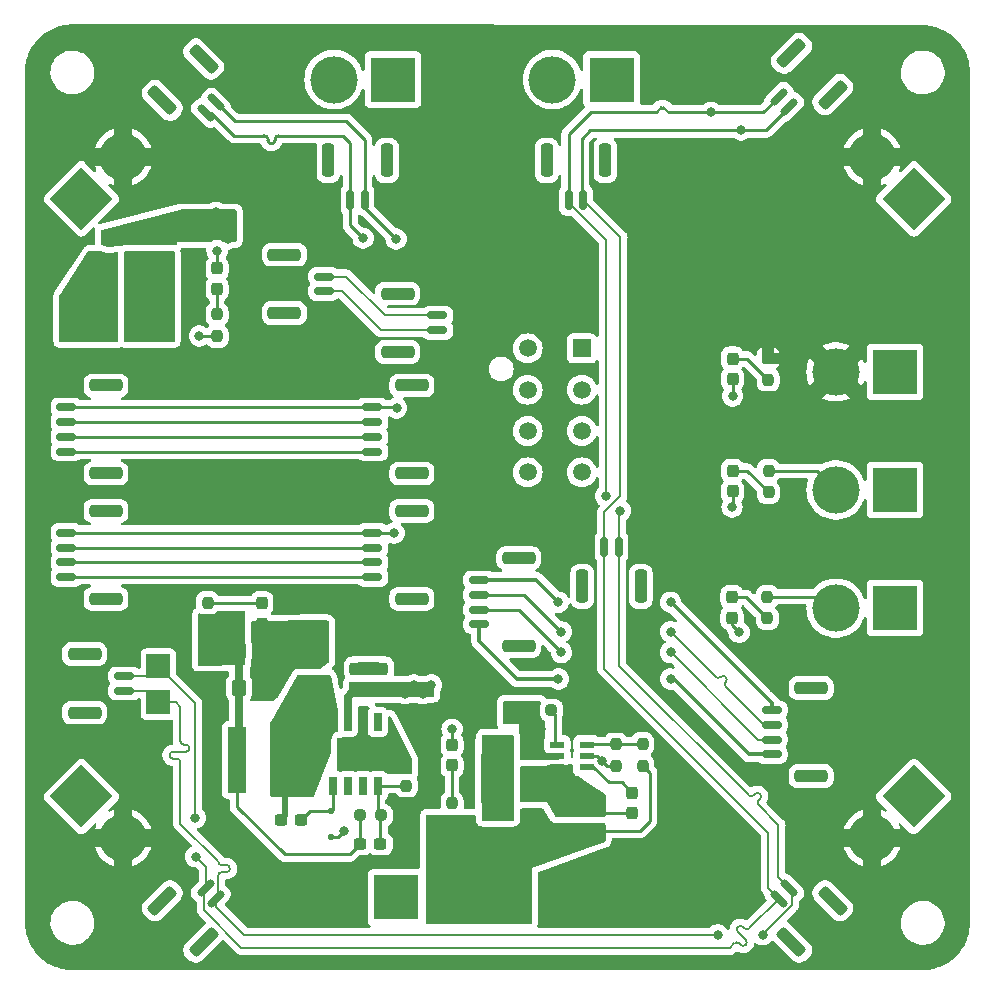
<source format=gtl>
%TF.GenerationSoftware,KiCad,Pcbnew,7.0.1*%
%TF.CreationDate,2024-03-23T22:37:20-05:00*%
%TF.ProjectId,Chassis,43686173-7369-4732-9e6b-696361645f70,rev?*%
%TF.SameCoordinates,Original*%
%TF.FileFunction,Copper,L1,Top*%
%TF.FilePolarity,Positive*%
%FSLAX46Y46*%
G04 Gerber Fmt 4.6, Leading zero omitted, Abs format (unit mm)*
G04 Created by KiCad (PCBNEW 7.0.1) date 2024-03-23 22:37:20*
%MOMM*%
%LPD*%
G01*
G04 APERTURE LIST*
G04 Aperture macros list*
%AMRoundRect*
0 Rectangle with rounded corners*
0 $1 Rounding radius*
0 $2 $3 $4 $5 $6 $7 $8 $9 X,Y pos of 4 corners*
0 Add a 4 corners polygon primitive as box body*
4,1,4,$2,$3,$4,$5,$6,$7,$8,$9,$2,$3,0*
0 Add four circle primitives for the rounded corners*
1,1,$1+$1,$2,$3*
1,1,$1+$1,$4,$5*
1,1,$1+$1,$6,$7*
1,1,$1+$1,$8,$9*
0 Add four rect primitives between the rounded corners*
20,1,$1+$1,$2,$3,$4,$5,0*
20,1,$1+$1,$4,$5,$6,$7,0*
20,1,$1+$1,$6,$7,$8,$9,0*
20,1,$1+$1,$8,$9,$2,$3,0*%
%AMRotRect*
0 Rectangle, with rotation*
0 The origin of the aperture is its center*
0 $1 length*
0 $2 width*
0 $3 Rotation angle, in degrees counterclockwise*
0 Add horizontal line*
21,1,$1,$2,0,0,$3*%
G04 Aperture macros list end*
%TA.AperFunction,ComponentPad*%
%ADD10R,3.800000X3.800000*%
%TD*%
%TA.AperFunction,ComponentPad*%
%ADD11C,4.000000*%
%TD*%
%TA.AperFunction,SMDPad,CuDef*%
%ADD12RoundRect,0.150000X0.700000X-0.150000X0.700000X0.150000X-0.700000X0.150000X-0.700000X-0.150000X0*%
%TD*%
%TA.AperFunction,SMDPad,CuDef*%
%ADD13RoundRect,0.250000X1.150000X-0.250000X1.150000X0.250000X-1.150000X0.250000X-1.150000X-0.250000X0*%
%TD*%
%TA.AperFunction,ComponentPad*%
%ADD14RotRect,3.800000X3.800000X315.000000*%
%TD*%
%TA.AperFunction,ComponentPad*%
%ADD15RotRect,3.800000X3.800000X135.000000*%
%TD*%
%TA.AperFunction,SMDPad,CuDef*%
%ADD16RoundRect,0.150000X-0.700000X0.150000X-0.700000X-0.150000X0.700000X-0.150000X0.700000X0.150000X0*%
%TD*%
%TA.AperFunction,SMDPad,CuDef*%
%ADD17RoundRect,0.250000X-1.150000X0.250000X-1.150000X-0.250000X1.150000X-0.250000X1.150000X0.250000X0*%
%TD*%
%TA.AperFunction,SMDPad,CuDef*%
%ADD18RoundRect,0.237500X0.237500X-0.287500X0.237500X0.287500X-0.237500X0.287500X-0.237500X-0.287500X0*%
%TD*%
%TA.AperFunction,SMDPad,CuDef*%
%ADD19RoundRect,0.237500X0.237500X-0.250000X0.237500X0.250000X-0.237500X0.250000X-0.237500X-0.250000X0*%
%TD*%
%TA.AperFunction,SMDPad,CuDef*%
%ADD20RoundRect,0.237500X-0.250000X-0.237500X0.250000X-0.237500X0.250000X0.237500X-0.250000X0.237500X0*%
%TD*%
%TA.AperFunction,SMDPad,CuDef*%
%ADD21RoundRect,0.225000X0.225000X0.375000X-0.225000X0.375000X-0.225000X-0.375000X0.225000X-0.375000X0*%
%TD*%
%TA.AperFunction,SMDPad,CuDef*%
%ADD22RoundRect,0.125000X-0.125000X0.125000X-0.125000X-0.125000X0.125000X-0.125000X0.125000X0.125000X0*%
%TD*%
%TA.AperFunction,SMDPad,CuDef*%
%ADD23RoundRect,0.237500X-0.237500X0.287500X-0.237500X-0.287500X0.237500X-0.287500X0.237500X0.287500X0*%
%TD*%
%TA.AperFunction,SMDPad,CuDef*%
%ADD24RoundRect,0.237500X-0.300000X-0.237500X0.300000X-0.237500X0.300000X0.237500X-0.300000X0.237500X0*%
%TD*%
%TA.AperFunction,ComponentPad*%
%ADD25R,1.520000X1.520000*%
%TD*%
%TA.AperFunction,ComponentPad*%
%ADD26C,1.520000*%
%TD*%
%TA.AperFunction,SMDPad,CuDef*%
%ADD27RoundRect,0.237500X0.300000X0.237500X-0.300000X0.237500X-0.300000X-0.237500X0.300000X-0.237500X0*%
%TD*%
%TA.AperFunction,SMDPad,CuDef*%
%ADD28RoundRect,0.150000X0.388909X-0.601041X0.601041X-0.388909X-0.388909X0.601041X-0.601041X0.388909X0*%
%TD*%
%TA.AperFunction,SMDPad,CuDef*%
%ADD29RoundRect,0.250000X0.636396X-0.989949X0.989949X-0.636396X-0.636396X0.989949X-0.989949X0.636396X0*%
%TD*%
%TA.AperFunction,ComponentPad*%
%ADD30RotRect,3.800000X3.800000X45.000000*%
%TD*%
%TA.AperFunction,SMDPad,CuDef*%
%ADD31RoundRect,0.150000X-0.150000X-0.700000X0.150000X-0.700000X0.150000X0.700000X-0.150000X0.700000X0*%
%TD*%
%TA.AperFunction,SMDPad,CuDef*%
%ADD32RoundRect,0.250000X-0.250000X-1.150000X0.250000X-1.150000X0.250000X1.150000X-0.250000X1.150000X0*%
%TD*%
%TA.AperFunction,SMDPad,CuDef*%
%ADD33R,2.000000X2.000000*%
%TD*%
%TA.AperFunction,SMDPad,CuDef*%
%ADD34RoundRect,0.237500X-0.237500X0.250000X-0.237500X-0.250000X0.237500X-0.250000X0.237500X0.250000X0*%
%TD*%
%TA.AperFunction,SMDPad,CuDef*%
%ADD35RoundRect,0.237500X-0.237500X0.300000X-0.237500X-0.300000X0.237500X-0.300000X0.237500X0.300000X0*%
%TD*%
%TA.AperFunction,SMDPad,CuDef*%
%ADD36R,1.200000X1.200000*%
%TD*%
%TA.AperFunction,ComponentPad*%
%ADD37RotRect,3.800000X3.800000X225.000000*%
%TD*%
%TA.AperFunction,SMDPad,CuDef*%
%ADD38R,0.700000X1.522000*%
%TD*%
%TA.AperFunction,SMDPad,CuDef*%
%ADD39R,2.300000X2.300000*%
%TD*%
%TA.AperFunction,SMDPad,CuDef*%
%ADD40RoundRect,0.150000X0.601041X0.388909X0.388909X0.601041X-0.601041X-0.388909X-0.388909X-0.601041X0*%
%TD*%
%TA.AperFunction,SMDPad,CuDef*%
%ADD41RoundRect,0.250000X0.989949X0.636396X0.636396X0.989949X-0.989949X-0.636396X-0.636396X-0.989949X0*%
%TD*%
%TA.AperFunction,SMDPad,CuDef*%
%ADD42RoundRect,0.150000X-0.601041X-0.388909X-0.388909X-0.601041X0.601041X0.388909X0.388909X0.601041X0*%
%TD*%
%TA.AperFunction,SMDPad,CuDef*%
%ADD43RoundRect,0.250000X-0.989949X-0.636396X-0.636396X-0.989949X0.989949X0.636396X0.636396X0.989949X0*%
%TD*%
%TA.AperFunction,SMDPad,CuDef*%
%ADD44RoundRect,0.150000X0.150000X0.700000X-0.150000X0.700000X-0.150000X-0.700000X0.150000X-0.700000X0*%
%TD*%
%TA.AperFunction,SMDPad,CuDef*%
%ADD45RoundRect,0.250000X0.250000X1.150000X-0.250000X1.150000X-0.250000X-1.150000X0.250000X-1.150000X0*%
%TD*%
%TA.AperFunction,SMDPad,CuDef*%
%ADD46R,1.550000X5.600000*%
%TD*%
%TA.AperFunction,SMDPad,CuDef*%
%ADD47RoundRect,0.250000X-0.337500X-0.475000X0.337500X-0.475000X0.337500X0.475000X-0.337500X0.475000X0*%
%TD*%
%TA.AperFunction,SMDPad,CuDef*%
%ADD48R,1.250000X0.600000*%
%TD*%
%TA.AperFunction,SMDPad,CuDef*%
%ADD49R,2.140000X1.490000*%
%TD*%
%TA.AperFunction,SMDPad,CuDef*%
%ADD50RoundRect,0.237500X0.237500X-0.300000X0.237500X0.300000X-0.237500X0.300000X-0.237500X-0.300000X0*%
%TD*%
%TA.AperFunction,SMDPad,CuDef*%
%ADD51RoundRect,0.237500X0.250000X0.237500X-0.250000X0.237500X-0.250000X-0.237500X0.250000X-0.237500X0*%
%TD*%
%TA.AperFunction,SMDPad,CuDef*%
%ADD52R,3.500000X1.300000*%
%TD*%
%TA.AperFunction,SMDPad,CuDef*%
%ADD53RoundRect,0.150000X-0.388909X0.601041X-0.601041X0.388909X0.388909X-0.601041X0.601041X-0.388909X0*%
%TD*%
%TA.AperFunction,SMDPad,CuDef*%
%ADD54RoundRect,0.250000X-0.636396X0.989949X-0.989949X0.636396X0.636396X-0.989949X0.989949X-0.636396X0*%
%TD*%
%TA.AperFunction,ViaPad*%
%ADD55C,0.800000*%
%TD*%
%TA.AperFunction,Conductor*%
%ADD56C,0.250000*%
%TD*%
%TA.AperFunction,Conductor*%
%ADD57C,0.200000*%
%TD*%
%TA.AperFunction,Conductor*%
%ADD58C,0.350000*%
%TD*%
%TA.AperFunction,Conductor*%
%ADD59C,0.700000*%
%TD*%
%TA.AperFunction,Conductor*%
%ADD60C,0.500000*%
%TD*%
%TA.AperFunction,Conductor*%
%ADD61C,0.600000*%
%TD*%
G04 APERTURE END LIST*
D10*
X58700000Y-49750000D03*
D11*
X53700000Y-49750000D03*
D12*
X56750000Y-81750000D03*
X56750000Y-80500000D03*
D13*
X53400000Y-83600000D03*
X53400000Y-78650000D03*
D10*
X79750000Y-99250000D03*
D11*
X84750000Y-99250000D03*
D14*
X53106466Y-90698466D03*
D11*
X56642000Y-94234000D03*
D15*
X123587534Y-40101534D03*
D11*
X120052000Y-36566000D03*
D16*
X51850000Y-57750000D03*
X51850000Y-59000000D03*
X51850000Y-60250000D03*
X51850000Y-61500000D03*
D17*
X55200000Y-55900000D03*
X55200000Y-63350000D03*
D12*
X83250000Y-51225000D03*
X83250000Y-49975000D03*
D13*
X79900000Y-53075000D03*
X79900000Y-48125000D03*
D18*
X68400000Y-76075000D03*
X68400000Y-74325000D03*
D19*
X63800000Y-76112500D03*
X63800000Y-74287500D03*
X84500000Y-93112500D03*
X84500000Y-91287500D03*
D20*
X76663500Y-92295000D03*
X78488500Y-92295000D03*
D21*
X90987200Y-89224400D03*
X87687200Y-89224400D03*
D22*
X74274000Y-91957000D03*
X74274000Y-94157000D03*
D23*
X64600000Y-45987999D03*
X64600000Y-47737999D03*
D19*
X111250000Y-55412500D03*
X111250000Y-53587500D03*
X111300000Y-64957500D03*
X111300000Y-63132500D03*
D24*
X76713501Y-94707999D03*
X78438501Y-94707999D03*
D25*
X95489998Y-52754000D03*
D26*
X95489998Y-56254001D03*
X95489998Y-59754001D03*
X95489998Y-63254002D03*
X90889997Y-52754000D03*
X90889997Y-56254001D03*
X90889997Y-59754001D03*
X90889997Y-63254002D03*
D27*
X71734000Y-92676000D03*
X70009000Y-92676000D03*
D28*
X63636768Y-32820800D03*
X64520652Y-31936916D03*
D29*
X59959813Y-31760140D03*
X63459992Y-28259961D03*
D30*
X53106466Y-40101534D03*
D11*
X56642000Y-36566000D03*
D10*
X122000000Y-74750000D03*
D11*
X117000000Y-74750000D03*
D31*
X94375000Y-40200000D03*
X95625000Y-40200000D03*
D32*
X92525000Y-36850000D03*
X97475000Y-36850000D03*
D33*
X64000000Y-78600000D03*
D34*
X64600000Y-49887500D03*
X64600000Y-51712500D03*
D23*
X84500000Y-86325000D03*
X84500000Y-88075000D03*
D35*
X99750000Y-90387500D03*
X99750000Y-92112500D03*
D10*
X122000000Y-64750000D03*
D11*
X117000000Y-64750000D03*
D36*
X58750000Y-42600000D03*
X58750000Y-45400000D03*
D37*
X123587534Y-90698466D03*
D11*
X120052000Y-94234000D03*
D18*
X55500000Y-45375000D03*
X55500000Y-43625000D03*
D10*
X122000000Y-54750000D03*
D11*
X117000000Y-54750000D03*
D34*
X100639200Y-86256400D03*
X100639200Y-88081400D03*
D38*
X74401000Y-89801999D03*
X75671000Y-89801999D03*
X76941000Y-89801999D03*
X78211000Y-89801999D03*
X78211000Y-84373999D03*
X76941000Y-84373999D03*
X75671000Y-84373999D03*
X74401000Y-84373999D03*
D39*
X76306000Y-87087999D03*
D40*
X64520652Y-99354936D03*
X63636768Y-98471052D03*
D41*
X63459992Y-103031891D03*
X59959813Y-99531712D03*
D19*
X111200000Y-75625000D03*
X111200000Y-73800000D03*
D42*
X112173348Y-31445064D03*
X113057232Y-32328948D03*
D43*
X113234008Y-27768109D03*
X116734187Y-31268288D03*
D44*
X98625000Y-69550000D03*
X97375000Y-69550000D03*
D45*
X100475000Y-72900000D03*
X95525000Y-72900000D03*
D16*
X111550000Y-83375000D03*
X111550000Y-84625000D03*
X111550000Y-85875000D03*
X111550000Y-87125000D03*
D17*
X114900000Y-81525000D03*
X114900000Y-88975000D03*
D33*
X90225200Y-94431400D03*
D46*
X70337000Y-87596000D03*
X66287000Y-87596000D03*
D27*
X90833700Y-86278000D03*
X89108700Y-86278000D03*
D31*
X75875000Y-40200000D03*
X77125000Y-40200000D03*
D32*
X74025000Y-36850000D03*
X78975000Y-36850000D03*
D47*
X66462500Y-78362999D03*
X68537500Y-78362999D03*
D48*
X95900200Y-88208400D03*
X95900200Y-87258400D03*
X95900200Y-86308400D03*
X93400200Y-86308400D03*
X93400200Y-87258400D03*
X93400200Y-88208400D03*
D49*
X72750000Y-81500000D03*
X72750000Y-77050000D03*
D18*
X108250000Y-64875000D03*
X108250000Y-63125000D03*
D12*
X73650000Y-47925000D03*
X73650000Y-46675000D03*
D13*
X70300000Y-49775000D03*
X70300000Y-44825000D03*
D16*
X77750000Y-68375000D03*
X77750000Y-69625000D03*
X77750000Y-70875000D03*
X77750000Y-72125000D03*
D17*
X81100000Y-66525000D03*
X81100000Y-73975000D03*
D50*
X78592000Y-81600499D03*
X78592000Y-79875499D03*
D10*
X98000000Y-30000000D03*
D11*
X93000000Y-30000000D03*
D16*
X77750000Y-57750000D03*
X77750000Y-59000000D03*
X77750000Y-60250000D03*
X77750000Y-61500000D03*
D17*
X81100000Y-55900000D03*
X81100000Y-63350000D03*
D50*
X76306000Y-81600499D03*
X76306000Y-79875499D03*
D33*
X59626000Y-79666000D03*
D27*
X90960700Y-92145400D03*
X89235700Y-92145400D03*
D47*
X66462500Y-81500000D03*
X68537500Y-81500000D03*
D33*
X59626000Y-82714000D03*
D34*
X98353200Y-86279900D03*
X98353200Y-88104900D03*
D33*
X62750000Y-42500000D03*
D16*
X51850000Y-68375000D03*
X51850000Y-69625000D03*
X51850000Y-70875000D03*
X51850000Y-72125000D03*
D17*
X55200000Y-66525000D03*
X55200000Y-73975000D03*
D10*
X79500000Y-30000000D03*
D11*
X74500000Y-30000000D03*
D18*
X108200001Y-75587500D03*
X108200001Y-73837500D03*
D16*
X86800000Y-72375000D03*
X86800000Y-73625000D03*
X86800000Y-74875000D03*
X86800000Y-76125000D03*
D17*
X90150000Y-70525000D03*
X90150000Y-77975000D03*
D18*
X108250000Y-55375000D03*
X108250000Y-53625000D03*
D51*
X92912500Y-83400000D03*
X91087500Y-83400000D03*
D52*
X95250000Y-91400000D03*
X95250000Y-93600000D03*
D53*
X113057232Y-98471052D03*
X112173348Y-99354936D03*
D54*
X116734187Y-99531712D03*
X113234008Y-103031891D03*
D19*
X80624000Y-89778499D03*
X80624000Y-87953499D03*
D55*
X62750000Y-92500000D03*
X108966000Y-34290000D03*
X62800000Y-95800000D03*
X79756000Y-43500000D03*
X76962000Y-43434000D03*
X110800000Y-102400000D03*
X106426000Y-32766000D03*
X97500000Y-65250000D03*
X107000000Y-102400000D03*
X98750000Y-66500000D03*
X103000000Y-74250000D03*
X93500000Y-74250000D03*
X84500000Y-85000000D03*
X70845000Y-77356000D03*
X108800000Y-76800000D03*
X79800000Y-57800000D03*
X78325000Y-86098999D03*
X88458000Y-87675000D03*
X69750000Y-78500000D03*
X88966000Y-90977000D03*
X78075000Y-87598999D03*
X108200000Y-66200000D03*
X68050999Y-79895999D03*
X88077000Y-90596000D03*
X77423600Y-79921399D03*
X79600000Y-68400000D03*
X97221000Y-87675000D03*
X70750000Y-79250000D03*
X108250000Y-56800000D03*
X64600000Y-44480000D03*
X79325000Y-86848999D03*
X65000000Y-77000000D03*
X65000000Y-75400000D03*
X66400000Y-75400000D03*
X65700000Y-76100000D03*
X86200000Y-94431400D03*
X75337000Y-93646000D03*
X93500000Y-80750000D03*
X103000000Y-80750000D03*
X103000000Y-76750000D03*
X93750000Y-76750000D03*
X93750000Y-78500000D03*
X103000000Y-78500000D03*
X64500000Y-42750000D03*
X82000000Y-82000000D03*
X63100000Y-51712500D03*
X80500000Y-82000000D03*
X65500000Y-43500000D03*
X90800000Y-84800000D03*
X61000000Y-41750000D03*
X65500000Y-42000000D03*
X61000000Y-43250000D03*
X60250000Y-42500000D03*
X81250000Y-81250000D03*
X89800000Y-84000000D03*
X92000000Y-85000000D03*
X64500000Y-41250000D03*
X89400000Y-83000000D03*
X82750000Y-81250000D03*
D56*
X95500000Y-35000000D02*
X95500000Y-40075000D01*
D57*
X109239876Y-101864142D02*
X109239877Y-101864142D01*
X66669685Y-103500000D02*
X63469611Y-100299926D01*
X111250000Y-93750000D02*
X111250000Y-98431588D01*
X62750000Y-82790000D02*
X62750000Y-92500000D01*
X108685448Y-101733977D02*
X108685447Y-101733977D01*
X63469611Y-100299926D02*
X63469611Y-98638209D01*
X108945757Y-103267084D02*
X108815612Y-103136939D01*
X108391347Y-103136938D02*
X108028284Y-103500000D01*
X59626000Y-79666000D02*
X62750000Y-82790000D01*
X97375000Y-69550000D02*
X97375000Y-66625000D01*
X111250000Y-98431588D02*
X112173348Y-99354936D01*
D56*
X64520652Y-31936916D02*
X66083736Y-33500000D01*
D57*
X63636768Y-96636768D02*
X63636768Y-98471052D01*
X56750000Y-80500000D02*
X58792000Y-80500000D01*
X108685447Y-102158241D02*
X109370023Y-102842817D01*
X98750000Y-65250000D02*
X98750000Y-43325000D01*
D56*
X77125000Y-35125000D02*
X77125000Y-40200000D01*
X66083736Y-33500000D02*
X75500000Y-33500000D01*
D57*
X97375000Y-69550000D02*
X97375000Y-79875000D01*
X97375000Y-66625000D02*
X98750000Y-65250000D01*
D56*
X75500000Y-33500000D02*
X77125000Y-35125000D01*
D57*
X108391348Y-103136939D02*
X108391347Y-103136938D01*
X109239877Y-101864142D02*
X109109712Y-101733977D01*
D56*
X108966000Y-34290000D02*
X111096180Y-34290000D01*
D57*
X97375000Y-79875000D02*
X111250000Y-93750000D01*
D56*
X108966000Y-34290000D02*
X96210000Y-34290000D01*
X111096180Y-34290000D02*
X113057232Y-32328948D01*
D57*
X62800000Y-95800000D02*
X63636768Y-96636768D01*
X108028284Y-103500000D02*
X66669685Y-103500000D01*
D56*
X79756000Y-43500000D02*
X77125000Y-40869000D01*
X96210000Y-34290000D02*
X95500000Y-35000000D01*
D57*
X112173348Y-99354936D02*
X109664142Y-101864142D01*
X98750000Y-43325000D02*
X95625000Y-40200000D01*
X109370023Y-103267081D02*
X109370021Y-103267084D01*
X108945758Y-103267083D02*
G75*
G03*
X109370020Y-103267083I212131J212131D01*
G01*
X109369973Y-103267031D02*
G75*
G03*
X109370022Y-102842818I-212073J212131D01*
G01*
X108815611Y-103136940D02*
G75*
G03*
X108391349Y-103136940I-212131J-212131D01*
G01*
X108685438Y-101733968D02*
G75*
G03*
X108685447Y-102158241I212162J-212132D01*
G01*
X109109711Y-101733978D02*
G75*
G03*
X108685449Y-101733978I-212131J-212131D01*
G01*
X109239876Y-101864142D02*
G75*
G03*
X109664142Y-101864142I212133J212134D01*
G01*
D56*
X96250000Y-32750000D02*
X101826954Y-32750000D01*
D57*
X61500000Y-93000000D02*
X64687809Y-96187809D01*
X110024264Y-90600000D02*
X110148219Y-90476046D01*
D56*
X102426954Y-32376954D02*
X102200000Y-32376954D01*
D57*
X60874538Y-86900000D02*
X61975453Y-86900000D01*
X58662000Y-81750000D02*
X59626000Y-82714000D01*
X64687809Y-97400000D02*
X64687809Y-99187779D01*
X98625000Y-66625000D02*
X98750000Y-66500000D01*
X64687809Y-96187809D02*
X64687809Y-96200000D01*
X110572483Y-90900310D02*
X110448527Y-91024263D01*
X97500000Y-43561396D02*
X94375000Y-40436396D01*
X98625000Y-69550000D02*
X98625000Y-66625000D01*
X61500000Y-87800000D02*
X61500000Y-93000000D01*
X98625000Y-79625000D02*
X109600000Y-90600000D01*
X112125000Y-93125000D02*
X112125000Y-97538820D01*
D56*
X64128620Y-32820800D02*
X63636768Y-32820800D01*
D57*
X64987809Y-96500000D02*
X65387809Y-96500000D01*
D56*
X106426000Y-32766000D02*
X106410000Y-32750000D01*
D57*
X110448528Y-91448528D02*
X112125000Y-93125000D01*
D56*
X68600000Y-34750000D02*
X66175522Y-34750000D01*
X96250000Y-32750000D02*
X94375000Y-34625000D01*
D57*
X110800000Y-102354630D02*
X113250000Y-99904630D01*
X113250000Y-99904630D02*
X113250000Y-98663820D01*
X56750000Y-81750000D02*
X58662000Y-81750000D01*
X60874538Y-87500000D02*
X61200000Y-87500000D01*
D56*
X68900000Y-35146855D02*
X68900000Y-35050000D01*
D57*
X98625000Y-69550000D02*
X98625000Y-79625000D01*
X65387809Y-97100000D02*
X64987809Y-97100000D01*
D56*
X106410000Y-32750000D02*
X102800000Y-32750000D01*
X69500000Y-35050000D02*
X69500000Y-35146855D01*
X75875000Y-42347000D02*
X75875000Y-40200000D01*
X106426000Y-32766000D02*
X110852412Y-32766000D01*
D57*
X61800000Y-86300000D02*
X61975453Y-86300000D01*
D56*
X76962000Y-43434000D02*
X75875000Y-42347000D01*
D57*
X107000000Y-102400000D02*
X66900000Y-102400000D01*
X97500000Y-65250000D02*
X97500000Y-43561396D01*
X59626000Y-82714000D02*
X61114000Y-82714000D01*
D56*
X94375000Y-34625000D02*
X94375000Y-40200000D01*
D57*
X110448527Y-91448527D02*
X110448528Y-91448528D01*
X61500000Y-83100000D02*
X61500000Y-86000000D01*
X61114000Y-82714000D02*
X61500000Y-83100000D01*
X110800000Y-102400000D02*
X110800000Y-102354630D01*
X112125000Y-97538820D02*
X113057232Y-98471052D01*
D56*
X75250000Y-34750000D02*
X69800000Y-34750000D01*
D57*
X110024265Y-90599999D02*
X110024264Y-90600000D01*
D56*
X66175522Y-34750000D02*
X66057820Y-34750000D01*
X110852412Y-32766000D02*
X112173348Y-31445064D01*
X75875000Y-35375000D02*
X75250000Y-34750000D01*
D57*
X64520652Y-100020652D02*
X64520652Y-99354936D01*
X110572482Y-90900311D02*
X110572483Y-90900310D01*
D56*
X66057820Y-34750000D02*
X64128620Y-32820800D01*
X75875000Y-40200000D02*
X75875000Y-35375000D01*
D57*
X66900000Y-102400000D02*
X64520652Y-100020652D01*
D56*
X69800000Y-34750000D02*
G75*
G03*
X69500000Y-35050000I0J-300000D01*
G01*
D57*
X64687800Y-96200000D02*
G75*
G03*
X64987809Y-96500000I300000J0D01*
G01*
X110572482Y-90476047D02*
G75*
G03*
X110148220Y-90476047I-212131J-212131D01*
G01*
D56*
X102613546Y-32563477D02*
G75*
G03*
X102426954Y-32376954I-186546J-23D01*
G01*
D57*
X64987809Y-97100009D02*
G75*
G03*
X64687809Y-97400000I-9J-299991D01*
G01*
X65687800Y-96800000D02*
G75*
G03*
X65387809Y-96500000I-300000J0D01*
G01*
D56*
X68900000Y-35050000D02*
G75*
G03*
X68600000Y-34750000I-300000J0D01*
G01*
D57*
X61500000Y-87800000D02*
G75*
G03*
X61200000Y-87500000I-300000J0D01*
G01*
X60874538Y-86900038D02*
G75*
G03*
X60574538Y-87200000I-38J-299962D01*
G01*
X65387809Y-97100009D02*
G75*
G03*
X65687809Y-96800000I-9J300009D01*
G01*
X61975453Y-86899953D02*
G75*
G03*
X62275453Y-86600000I47J299953D01*
G01*
X61500000Y-86000000D02*
G75*
G03*
X61800000Y-86300000I300000J0D01*
G01*
D56*
X102200000Y-32376977D02*
G75*
G03*
X102013477Y-32563477I0J-186523D01*
G01*
D57*
X110448532Y-91024268D02*
G75*
G03*
X110448527Y-91448527I212168J-212132D01*
G01*
D56*
X102613500Y-32563477D02*
G75*
G03*
X102800000Y-32750000I186500J-23D01*
G01*
X68900045Y-35146855D02*
G75*
G03*
X69200000Y-35446855I299955J-45D01*
G01*
D57*
X62275500Y-86600000D02*
G75*
G03*
X61975453Y-86300000I-300000J0D01*
G01*
D56*
X101826954Y-32749977D02*
G75*
G03*
X102013477Y-32563477I46J186477D01*
G01*
D57*
X110572504Y-90900333D02*
G75*
G03*
X110572483Y-90476046I-212204J212133D01*
G01*
X60574500Y-87200000D02*
G75*
G03*
X60874538Y-87500000I300000J0D01*
G01*
D56*
X69200000Y-35446900D02*
G75*
G03*
X69500000Y-35146855I0J300000D01*
G01*
D57*
X109599969Y-90600031D02*
G75*
G03*
X110024264Y-90599998I212131J212131D01*
G01*
D58*
X91625000Y-72375000D02*
X93500000Y-74250000D01*
X86800000Y-72375000D02*
X91625000Y-72375000D01*
X103000000Y-74250000D02*
X111550000Y-82800000D01*
X111550000Y-82800000D02*
X111550000Y-83375000D01*
D56*
X97650900Y-88104900D02*
X96804400Y-87258400D01*
X108200001Y-75587500D02*
X108200001Y-76200001D01*
X97221000Y-87675000D02*
X97650900Y-88104900D01*
X79600000Y-68400000D02*
X79575000Y-68375000D01*
X96804400Y-87258400D02*
X95900200Y-87258400D01*
X51850000Y-68375000D02*
X77750000Y-68375000D01*
X64600000Y-45988000D02*
X64600000Y-44480000D01*
X79750000Y-57750000D02*
X77750000Y-57750000D01*
X108250000Y-66150000D02*
X108200000Y-66200000D01*
X84500000Y-85000000D02*
X84500000Y-86325000D01*
X108250000Y-56800000D02*
X108250000Y-55375000D01*
X79800000Y-57800000D02*
X79750000Y-57750000D01*
X79575000Y-68375000D02*
X77750000Y-68375000D01*
X108250000Y-64875000D02*
X108250000Y-66150000D01*
X108200001Y-76200001D02*
X108800000Y-76800000D01*
X51850000Y-57750000D02*
X77750000Y-57750000D01*
X98353200Y-88104900D02*
X97650900Y-88104900D01*
D59*
X66500000Y-78563500D02*
X66299500Y-78363000D01*
X66500000Y-81645500D02*
X66287000Y-81432500D01*
X66299500Y-78362999D02*
X64237001Y-78362999D01*
D56*
X76713500Y-94708000D02*
X75822500Y-95598999D01*
X70324999Y-95598999D02*
X66287000Y-91561000D01*
D59*
X66500000Y-81219500D02*
X66500000Y-78563500D01*
X66287000Y-87595999D02*
X66500000Y-87382999D01*
D56*
X64000000Y-78600000D02*
X64000000Y-76287500D01*
D59*
X66500000Y-87382999D02*
X66500000Y-81645500D01*
D56*
X75822500Y-95598999D02*
X70324999Y-95598999D01*
X66287000Y-91561000D02*
X66287000Y-87595999D01*
D59*
X66299500Y-81420000D02*
X66500000Y-81219500D01*
D56*
X76663500Y-92295000D02*
X76663500Y-94657999D01*
X68400000Y-74325000D02*
X63837500Y-74325000D01*
X64600000Y-47738000D02*
X64600000Y-49887500D01*
X109412500Y-73837500D02*
X111200000Y-75625000D01*
X108200001Y-73837500D02*
X109412500Y-73837500D01*
X109462500Y-53625000D02*
X111250000Y-55412500D01*
X108250000Y-53625000D02*
X109462500Y-53625000D01*
X74274000Y-91956999D02*
X72453000Y-91957000D01*
X74401000Y-89802000D02*
X74401000Y-91829999D01*
X74401000Y-91829999D02*
X74274000Y-91956999D01*
X72453000Y-91957000D02*
X71734000Y-92675999D01*
X99750000Y-90387500D02*
X98862500Y-89500000D01*
X98862500Y-89500000D02*
X97750000Y-89500000D01*
X97750000Y-89500000D02*
X96458400Y-88208400D01*
X96458400Y-88208400D02*
X95900200Y-88208400D01*
X78211000Y-89802000D02*
X80600500Y-89802000D01*
X78211000Y-92017500D02*
X78211000Y-89802000D01*
X78438500Y-94708000D02*
X78438500Y-92344999D01*
X100639200Y-86256400D02*
X98376700Y-86256400D01*
X98353200Y-86279900D02*
X95928700Y-86279900D01*
D60*
X70009001Y-92676000D02*
X70337001Y-92347999D01*
X70337001Y-92347999D02*
X70337000Y-87596000D01*
D56*
X96650000Y-91400000D02*
X95250000Y-91400000D01*
X97362500Y-92112500D02*
X96650000Y-91400000D01*
X99750000Y-92112500D02*
X97362500Y-92112500D01*
D58*
X90961800Y-93694800D02*
X90961800Y-92146500D01*
D56*
X74826001Y-94156999D02*
X74274000Y-94156999D01*
D58*
X86200000Y-94431400D02*
X90225200Y-94431400D01*
D56*
X86200000Y-94431400D02*
X86200000Y-94400000D01*
X101250000Y-88692200D02*
X100639200Y-88081400D01*
X75337000Y-93646000D02*
X74826001Y-94156999D01*
D60*
X90225200Y-98024800D02*
X90225200Y-94431400D01*
D56*
X86200000Y-94400000D02*
X85050000Y-93250000D01*
X100400000Y-93600000D02*
X101250000Y-92750000D01*
D60*
X89000000Y-99250000D02*
X90225200Y-98024800D01*
D56*
X95250000Y-93600000D02*
X100400000Y-93600000D01*
X85050000Y-93250000D02*
X84500000Y-93250000D01*
D60*
X84750000Y-99250000D02*
X89000000Y-99250000D01*
D56*
X101250000Y-92750000D02*
X101250000Y-88692200D01*
X51850000Y-59000000D02*
X77750000Y-59000000D01*
X51850000Y-60250000D02*
X77750000Y-60250000D01*
X51850000Y-61500000D02*
X77750000Y-61500000D01*
X111300000Y-63132500D02*
X115382500Y-63132500D01*
X115382500Y-63132500D02*
X117000000Y-64750000D01*
X111200000Y-73800000D02*
X116050000Y-73800000D01*
X84500000Y-88075000D02*
X84500000Y-91287500D01*
X109467500Y-63125000D02*
X111300000Y-64957500D01*
X108250000Y-63125000D02*
X109467500Y-63125000D01*
X51850000Y-69625000D02*
X77750000Y-69625000D01*
X51850000Y-70875000D02*
X77750000Y-70875000D01*
D58*
X86800000Y-77550000D02*
X90000000Y-80750000D01*
X109625000Y-87125000D02*
X111550000Y-87125000D01*
X103250000Y-80750000D02*
X109625000Y-87125000D01*
X103000000Y-80750000D02*
X103250000Y-80750000D01*
X86800000Y-76125000D02*
X86800000Y-77550000D01*
X90000000Y-80750000D02*
X93500000Y-80750000D01*
D57*
X107243103Y-80574999D02*
X107243102Y-80575000D01*
X107667365Y-80999263D02*
X107667366Y-80999265D01*
X107661204Y-80575000D02*
X107667365Y-80581161D01*
X107667366Y-81417367D02*
X107673528Y-81423528D01*
D56*
X90625000Y-73625000D02*
X93750000Y-76750000D01*
X86800000Y-73625000D02*
X90625000Y-73625000D01*
D57*
X107673528Y-81423528D02*
X110875000Y-84625000D01*
X103000000Y-76750000D02*
X106825000Y-80575000D01*
X107661203Y-80575001D02*
G75*
G03*
X107243103Y-80575001I-209050J-209053D01*
G01*
X107667350Y-80999249D02*
G75*
G03*
X107667366Y-81417367I209050J-209051D01*
G01*
X106825050Y-80574950D02*
G75*
G03*
X107243102Y-80574998I209050J209050D01*
G01*
X107667353Y-80999251D02*
G75*
G03*
X107667365Y-80581161I-209053J209051D01*
G01*
D56*
X90125000Y-74875000D02*
X93750000Y-78500000D01*
D57*
X110375000Y-85875000D02*
X111550000Y-85875000D01*
D56*
X86800000Y-74875000D02*
X90125000Y-74875000D01*
D57*
X103000000Y-78500000D02*
X110375000Y-85875000D01*
D56*
X77750000Y-72125000D02*
X51850000Y-72125000D01*
X93200000Y-86108200D02*
X93400200Y-86308400D01*
X93200000Y-83687500D02*
X93200000Y-86108200D01*
D61*
X91814100Y-87258400D02*
X90833700Y-86278000D01*
D59*
X78592000Y-81600500D02*
X76305999Y-81600499D01*
D61*
X93400200Y-87258400D02*
X91814100Y-87258400D01*
D56*
X64600000Y-51712500D02*
X63100000Y-51712500D01*
D59*
X76305999Y-81600499D02*
X75671000Y-82235499D01*
X75671000Y-82235499D02*
X75671000Y-84373999D01*
D57*
X78811796Y-49975000D02*
X83250000Y-49975000D01*
X75511796Y-46675000D02*
X78811796Y-49975000D01*
X73650000Y-46675000D02*
X75511796Y-46675000D01*
X75175000Y-47925000D02*
X78475000Y-51225000D01*
X73650000Y-47925000D02*
X75175000Y-47925000D01*
X78475000Y-51225000D02*
X83250000Y-51225000D01*
%TA.AperFunction,Conductor*%
G36*
X77458980Y-83089504D02*
G01*
X77504697Y-83139494D01*
X77517319Y-83206051D01*
X77493080Y-83269309D01*
X77417205Y-83370665D01*
X77366909Y-83505515D01*
X77360500Y-83565129D01*
X77360500Y-85182868D01*
X77366909Y-85242483D01*
X77392056Y-85309905D01*
X77417204Y-85377330D01*
X77503454Y-85492545D01*
X77618669Y-85578795D01*
X77753517Y-85629090D01*
X77813127Y-85635499D01*
X78608872Y-85635498D01*
X78668483Y-85629090D01*
X78803331Y-85578795D01*
X78918546Y-85492545D01*
X79004796Y-85377330D01*
X79055091Y-85242482D01*
X79061500Y-85182872D01*
X79061499Y-84002265D01*
X79078719Y-83939225D01*
X79125598Y-83893694D01*
X79189113Y-83878319D01*
X79251625Y-83897369D01*
X79295771Y-83945555D01*
X81118272Y-87489307D01*
X81132000Y-87546018D01*
X81132000Y-88661999D01*
X81115387Y-88723999D01*
X81070000Y-88769386D01*
X81008000Y-88785999D01*
X79057382Y-88785999D01*
X79001878Y-88772883D01*
X78958115Y-88736310D01*
X78918546Y-88683453D01*
X78803331Y-88597203D01*
X78668483Y-88546908D01*
X78608873Y-88540499D01*
X78608869Y-88540499D01*
X77813130Y-88540499D01*
X77753515Y-88546908D01*
X77619333Y-88596955D01*
X77576000Y-88604773D01*
X77532667Y-88596955D01*
X77398485Y-88546908D01*
X77378612Y-88544771D01*
X77338873Y-88540499D01*
X77338869Y-88540499D01*
X76543130Y-88540499D01*
X76483515Y-88546908D01*
X76349333Y-88596955D01*
X76306000Y-88604773D01*
X76262667Y-88596955D01*
X76128485Y-88546908D01*
X76108612Y-88544771D01*
X76068873Y-88540499D01*
X76068869Y-88540499D01*
X75273130Y-88540499D01*
X75213515Y-88546908D01*
X75079333Y-88596955D01*
X75036000Y-88604773D01*
X74992667Y-88596955D01*
X74862667Y-88548468D01*
X74820430Y-88522029D01*
X74792012Y-88481099D01*
X74782000Y-88432286D01*
X74782000Y-85844381D01*
X74795598Y-85787923D01*
X74833411Y-85743848D01*
X74887145Y-85721823D01*
X74935127Y-85714440D01*
X75438891Y-85636939D01*
X75457725Y-85635498D01*
X76068872Y-85635498D01*
X76128483Y-85629090D01*
X76263331Y-85578795D01*
X76354015Y-85510908D01*
X76409463Y-85487621D01*
X76433001Y-85484000D01*
X76433000Y-85461070D01*
X76439346Y-85421912D01*
X76457734Y-85386763D01*
X76464796Y-85377330D01*
X76515091Y-85242482D01*
X76521500Y-85182872D01*
X76521500Y-84420112D01*
X76521500Y-83195000D01*
X76538113Y-83133000D01*
X76583500Y-83087613D01*
X76645500Y-83071000D01*
X76741023Y-83070999D01*
X77393815Y-83070999D01*
X77458980Y-83089504D01*
G37*
%TD.AperFunction*%
%TA.AperFunction,Conductor*%
G36*
X89688000Y-85516613D02*
G01*
X89733387Y-85562000D01*
X89750000Y-85624000D01*
X89750000Y-92626000D01*
X89733387Y-92688000D01*
X89688000Y-92733387D01*
X89626000Y-92750000D01*
X87121392Y-92750000D01*
X87060155Y-92733824D01*
X87014894Y-92689516D01*
X86997420Y-92628636D01*
X86938028Y-89835317D01*
X86938000Y-89832681D01*
X86938000Y-88565274D01*
X86938025Y-88562765D01*
X86997542Y-85621491D01*
X87014976Y-85560557D01*
X87060243Y-85516197D01*
X87121517Y-85500000D01*
X89626000Y-85500000D01*
X89688000Y-85516613D01*
G37*
%TD.AperFunction*%
%TA.AperFunction,Conductor*%
G36*
X94688000Y-87966613D02*
G01*
X94733387Y-88012000D01*
X94750000Y-88074000D01*
X94750000Y-88750000D01*
X94885302Y-88836101D01*
X94916868Y-88865357D01*
X94917652Y-88865944D01*
X94917654Y-88865946D01*
X95032869Y-88952196D01*
X95104886Y-88979056D01*
X95128117Y-88990620D01*
X96285346Y-89727038D01*
X97442573Y-90463456D01*
X97484699Y-90508400D01*
X97500000Y-90568070D01*
X97500000Y-92326000D01*
X97483387Y-92388000D01*
X97438000Y-92433387D01*
X97376000Y-92450000D01*
X97059169Y-92450000D01*
X97049844Y-92449500D01*
X93450151Y-92449500D01*
X93440839Y-92450000D01*
X93320207Y-92450000D01*
X93259112Y-92433905D01*
X93213878Y-92389797D01*
X92500000Y-91200000D01*
X91490637Y-91200000D01*
X91451633Y-91193706D01*
X91434890Y-91188158D01*
X91410951Y-91180225D01*
X91321376Y-91171074D01*
X91309876Y-91169900D01*
X90611523Y-91169900D01*
X90510447Y-91180225D01*
X90469767Y-91193706D01*
X90430763Y-91200000D01*
X90379500Y-91200000D01*
X90317500Y-91183387D01*
X90272113Y-91138000D01*
X90255500Y-91076000D01*
X90255500Y-88229500D01*
X90272113Y-88167500D01*
X90317500Y-88122113D01*
X90379500Y-88105500D01*
X92318795Y-88105500D01*
X92332344Y-88103920D01*
X92435050Y-88091950D01*
X92490556Y-88078833D01*
X92524996Y-88066336D01*
X92567292Y-88058900D01*
X93460415Y-88058900D01*
X93460423Y-88058899D01*
X94073070Y-88058899D01*
X94073072Y-88058899D01*
X94132683Y-88052491D01*
X94267531Y-88002196D01*
X94304218Y-87974731D01*
X94339369Y-87956345D01*
X94378528Y-87950000D01*
X94626000Y-87950000D01*
X94688000Y-87966613D01*
G37*
%TD.AperFunction*%
%TA.AperFunction,Conductor*%
G36*
X82938000Y-81016613D02*
G01*
X82983387Y-81062000D01*
X83000000Y-81124000D01*
X83000000Y-82126000D01*
X82983387Y-82188000D01*
X82938000Y-82233387D01*
X82876000Y-82250000D01*
X75874000Y-82250000D01*
X75812000Y-82233387D01*
X75766613Y-82188000D01*
X75750000Y-82126000D01*
X75750000Y-81124000D01*
X75766613Y-81062000D01*
X75812000Y-81016613D01*
X75874000Y-81000000D01*
X82876000Y-81000000D01*
X82938000Y-81016613D01*
G37*
%TD.AperFunction*%
%TA.AperFunction,Conductor*%
G36*
X66188000Y-41016613D02*
G01*
X66233387Y-41062000D01*
X66250000Y-41124000D01*
X66250000Y-43626000D01*
X66233387Y-43688000D01*
X66188000Y-43733387D01*
X66126000Y-43750000D01*
X65167553Y-43750000D01*
X65129235Y-43743931D01*
X65094667Y-43726318D01*
X65052727Y-43695847D01*
X64879802Y-43618855D01*
X64694648Y-43579500D01*
X64694646Y-43579500D01*
X64505354Y-43579500D01*
X64505352Y-43579500D01*
X64320197Y-43618855D01*
X64147272Y-43695847D01*
X64105333Y-43726318D01*
X64070765Y-43743931D01*
X64032447Y-43750000D01*
X61250000Y-43750000D01*
X61186902Y-43939292D01*
X61153373Y-43991194D01*
X61098959Y-44020471D01*
X61037173Y-44019854D01*
X61006835Y-44011725D01*
X60876001Y-43994500D01*
X60876000Y-43994500D01*
X56872369Y-43994500D01*
X56766166Y-44009678D01*
X56730765Y-44014738D01*
X56664072Y-44034199D01*
X56533816Y-44093290D01*
X56524729Y-44101098D01*
X56464501Y-44129323D01*
X56398354Y-44122365D01*
X56308358Y-44086802D01*
X56245220Y-44071110D01*
X56112266Y-44056305D01*
X55980088Y-44076895D01*
X55917691Y-44095327D01*
X55902565Y-44102082D01*
X55891009Y-44106564D01*
X55794195Y-44138645D01*
X55767843Y-44144292D01*
X55767258Y-44144352D01*
X55754606Y-44144999D01*
X55245392Y-44144999D01*
X55232730Y-44144350D01*
X55232133Y-44144289D01*
X55205802Y-44138644D01*
X55177325Y-44129207D01*
X55151236Y-44117042D01*
X55126981Y-44102082D01*
X55104507Y-44088220D01*
X55040780Y-44060180D01*
X54977054Y-44032140D01*
X54911953Y-44013678D01*
X54879106Y-44009110D01*
X54856919Y-44006025D01*
X54802385Y-43984437D01*
X54763872Y-43940198D01*
X54750000Y-43883208D01*
X54750000Y-42845952D01*
X54761760Y-42793243D01*
X54794810Y-42750532D01*
X54842881Y-42725920D01*
X61484695Y-41003968D01*
X61515814Y-41000000D01*
X66126000Y-41000000D01*
X66188000Y-41016613D01*
G37*
%TD.AperFunction*%
%TA.AperFunction,Conductor*%
G36*
X91290400Y-91676040D02*
G01*
X91303182Y-91677346D01*
X91320036Y-91680253D01*
X91371103Y-91692750D01*
X91371108Y-91692750D01*
X91371113Y-91692752D01*
X91410107Y-91699044D01*
X91490631Y-91705500D01*
X91490637Y-91705500D01*
X92143583Y-91705500D01*
X92204678Y-91721595D01*
X92249911Y-91765702D01*
X92301400Y-91851516D01*
X92780413Y-92649873D01*
X92860969Y-92751718D01*
X92877766Y-92768096D01*
X92906202Y-92795824D01*
X93006552Y-92871163D01*
X93010051Y-92873790D01*
X93130333Y-92922726D01*
X93130334Y-92922726D01*
X93130336Y-92922727D01*
X93191431Y-92938822D01*
X93320207Y-92955500D01*
X93440839Y-92955500D01*
X93440851Y-92955500D01*
X93457801Y-92955045D01*
X93461128Y-92955000D01*
X97038827Y-92955000D01*
X97042145Y-92955044D01*
X97042854Y-92955062D01*
X97059169Y-92955500D01*
X97059183Y-92955500D01*
X97376000Y-92955500D01*
X97438000Y-92972113D01*
X97483387Y-93017500D01*
X97500000Y-93079500D01*
X97500000Y-94412850D01*
X97489801Y-94462097D01*
X97460883Y-94503243D01*
X97418002Y-94529519D01*
X95785294Y-95117293D01*
X91250000Y-96749999D01*
X91250000Y-101376000D01*
X91233387Y-101438000D01*
X91188000Y-101483387D01*
X91126000Y-101500000D01*
X82374000Y-101500000D01*
X82312000Y-101483387D01*
X82266613Y-101438000D01*
X82250000Y-101376000D01*
X82250000Y-92374000D01*
X82266613Y-92312000D01*
X82312000Y-92266613D01*
X82374000Y-92250000D01*
X84046445Y-92250000D01*
X84085448Y-92256293D01*
X84112247Y-92265174D01*
X84213323Y-92275500D01*
X84786676Y-92275499D01*
X84887753Y-92265174D01*
X84914550Y-92256294D01*
X84953555Y-92250000D01*
X86362363Y-92250000D01*
X86423600Y-92266176D01*
X86468861Y-92310484D01*
X86486335Y-92371364D01*
X86492033Y-92639384D01*
X86511537Y-92768092D01*
X86529012Y-92828977D01*
X86580744Y-92948445D01*
X86635106Y-93017500D01*
X86661275Y-93050741D01*
X86706536Y-93095049D01*
X86810516Y-93173381D01*
X86931053Y-93222560D01*
X86992290Y-93238736D01*
X87121392Y-93255500D01*
X89626000Y-93255500D01*
X89626001Y-93255500D01*
X89652166Y-93252054D01*
X89756834Y-93238275D01*
X89818834Y-93221662D01*
X89940750Y-93171163D01*
X90045442Y-93090829D01*
X90090829Y-93045442D01*
X90171163Y-92940750D01*
X90221662Y-92818834D01*
X90238275Y-92756834D01*
X90255500Y-92626000D01*
X90255500Y-92576926D01*
X90261794Y-92537922D01*
X90263374Y-92533153D01*
X90263373Y-92533153D01*
X90273700Y-92432077D01*
X90273699Y-91858724D01*
X90272000Y-91842101D01*
X90284015Y-91774925D01*
X90329751Y-91724278D01*
X90395359Y-91705500D01*
X90430769Y-91705500D01*
X90511294Y-91699044D01*
X90550294Y-91692751D01*
X90579518Y-91685599D01*
X90601341Y-91680258D01*
X90618206Y-91677347D01*
X90631002Y-91676040D01*
X90643589Y-91675400D01*
X91277812Y-91675400D01*
X91290400Y-91676040D01*
G37*
%TD.AperFunction*%
%TA.AperFunction,Conductor*%
G36*
X74153679Y-80412623D02*
G01*
X74197090Y-80447922D01*
X74220565Y-80498710D01*
X74817894Y-83365891D01*
X74820500Y-83391181D01*
X74820500Y-85125100D01*
X74809040Y-85177166D01*
X74776777Y-85219607D01*
X74729675Y-85244580D01*
X74695427Y-85254089D01*
X74641690Y-85276115D01*
X74537496Y-85334013D01*
X74449754Y-85414701D01*
X74411943Y-85458773D01*
X74345532Y-85557768D01*
X74304152Y-85669553D01*
X74290552Y-85726018D01*
X74276500Y-85844379D01*
X74276500Y-86970446D01*
X74267900Y-87015822D01*
X72830915Y-90670375D01*
X72804246Y-90711618D01*
X72763657Y-90739272D01*
X72715515Y-90748999D01*
X69249000Y-90748999D01*
X69187000Y-90732386D01*
X69141613Y-90686999D01*
X69125000Y-90624999D01*
X69125000Y-84432795D01*
X69141214Y-84371492D01*
X71364341Y-80462697D01*
X71409780Y-80416814D01*
X71472127Y-80400000D01*
X74099171Y-80400000D01*
X74153679Y-80412623D01*
G37*
%TD.AperFunction*%
%TA.AperFunction,Conductor*%
G36*
X66938000Y-75016613D02*
G01*
X66983387Y-75062000D01*
X67000000Y-75124000D01*
X67000000Y-79476000D01*
X66983387Y-79538000D01*
X66938000Y-79583387D01*
X66876000Y-79600000D01*
X63124000Y-79600000D01*
X63062000Y-79583387D01*
X63016613Y-79538000D01*
X63000000Y-79476000D01*
X63000000Y-75279817D01*
X63017066Y-75217038D01*
X63063568Y-75171540D01*
X63126704Y-75155846D01*
X63189096Y-75174278D01*
X63248482Y-75210907D01*
X63248484Y-75210908D01*
X63331085Y-75238279D01*
X63412246Y-75265174D01*
X63421614Y-75266131D01*
X63513323Y-75275500D01*
X64086676Y-75275499D01*
X64187753Y-75265174D01*
X64351516Y-75210908D01*
X64498350Y-75120340D01*
X64582373Y-75036316D01*
X64622599Y-75009439D01*
X64670052Y-75000000D01*
X66876000Y-75000000D01*
X66938000Y-75016613D01*
G37*
%TD.AperFunction*%
%TA.AperFunction,Conductor*%
G36*
X78276000Y-79328413D02*
G01*
X78321387Y-79373800D01*
X78338000Y-79435800D01*
X78338000Y-80305400D01*
X78321387Y-80367400D01*
X78276000Y-80412787D01*
X78214000Y-80429400D01*
X76633200Y-80429400D01*
X76571200Y-80412787D01*
X76525813Y-80367400D01*
X76509200Y-80305400D01*
X76509201Y-79435800D01*
X76525814Y-79373800D01*
X76571201Y-79328413D01*
X76633201Y-79311800D01*
X78214000Y-79311800D01*
X78276000Y-79328413D01*
G37*
%TD.AperFunction*%
%TA.AperFunction,Conductor*%
G36*
X54839134Y-44518461D02*
G01*
X54898726Y-44555217D01*
X54948484Y-44585908D01*
X55057980Y-44622191D01*
X55112246Y-44640174D01*
X55121614Y-44641131D01*
X55213323Y-44650500D01*
X55786676Y-44650499D01*
X55887753Y-44640174D01*
X56051516Y-44585908D01*
X56060903Y-44580117D01*
X56123295Y-44561686D01*
X56186432Y-44577378D01*
X56232933Y-44622877D01*
X56250000Y-44685656D01*
X56250000Y-52126000D01*
X56233387Y-52188000D01*
X56188000Y-52233387D01*
X56126000Y-52250000D01*
X51374000Y-52250000D01*
X51312000Y-52233387D01*
X51266613Y-52188000D01*
X51250000Y-52126000D01*
X51250000Y-48287544D01*
X51255321Y-48251611D01*
X51270826Y-48218761D01*
X53713189Y-44555217D01*
X53757853Y-44514672D01*
X53816363Y-44500000D01*
X54774038Y-44500000D01*
X54839134Y-44518461D01*
G37*
%TD.AperFunction*%
%TA.AperFunction,Conductor*%
G36*
X60938000Y-44516613D02*
G01*
X60983387Y-44562000D01*
X61000000Y-44624000D01*
X61000000Y-52126000D01*
X60983387Y-52188000D01*
X60938000Y-52233387D01*
X60876000Y-52250000D01*
X56879500Y-52250000D01*
X56817500Y-52233387D01*
X56772113Y-52188000D01*
X56755500Y-52126000D01*
X56755500Y-44685659D01*
X56749459Y-44640409D01*
X56759923Y-44571732D01*
X56805681Y-44519460D01*
X56872369Y-44500000D01*
X60876000Y-44500000D01*
X60938000Y-44516613D01*
G37*
%TD.AperFunction*%
%TA.AperFunction,Conductor*%
G36*
X91982962Y-82617066D02*
G01*
X92028460Y-82663568D01*
X92044154Y-82726704D01*
X92025722Y-82789096D01*
X91989092Y-82848482D01*
X91934825Y-83012246D01*
X91924500Y-83113323D01*
X91924500Y-83686676D01*
X91934825Y-83787752D01*
X91989091Y-83951515D01*
X92079661Y-84098352D01*
X92201647Y-84220338D01*
X92201649Y-84220339D01*
X92201650Y-84220340D01*
X92341098Y-84306352D01*
X92384277Y-84351458D01*
X92400000Y-84411890D01*
X92400000Y-85633165D01*
X92393654Y-85672324D01*
X92375267Y-85707476D01*
X92331404Y-85766068D01*
X92281109Y-85900916D01*
X92274700Y-85960530D01*
X92274700Y-86656269D01*
X92281109Y-86715883D01*
X92331404Y-86850731D01*
X92417654Y-86965946D01*
X92532869Y-87052196D01*
X92667717Y-87102491D01*
X92727327Y-87108900D01*
X93876000Y-87108899D01*
X93938000Y-87125512D01*
X93983387Y-87170899D01*
X94000000Y-87232899D01*
X94000000Y-87283900D01*
X93983387Y-87345900D01*
X93938000Y-87391287D01*
X93876000Y-87407900D01*
X92727330Y-87407900D01*
X92667715Y-87414309D01*
X92532869Y-87464604D01*
X92415321Y-87552600D01*
X92374300Y-87586883D01*
X92318794Y-87600000D01*
X90379500Y-87600000D01*
X90317500Y-87583387D01*
X90272113Y-87538000D01*
X90255500Y-87476000D01*
X90255500Y-85623999D01*
X90245636Y-85549077D01*
X90238275Y-85493166D01*
X90221662Y-85431166D01*
X90209439Y-85401656D01*
X90200000Y-85354204D01*
X90200000Y-84600000D01*
X88924000Y-84600000D01*
X88862000Y-84583387D01*
X88816613Y-84538000D01*
X88800000Y-84476000D01*
X88800000Y-82724000D01*
X88816613Y-82662000D01*
X88862000Y-82616613D01*
X88924000Y-82600000D01*
X91920183Y-82600000D01*
X91982962Y-82617066D01*
G37*
%TD.AperFunction*%
%TA.AperFunction,Conductor*%
G36*
X74012355Y-75803364D02*
G01*
X74058201Y-75848799D01*
X74075000Y-75911121D01*
X74075000Y-79283594D01*
X74060678Y-79341445D01*
X74021021Y-79385932D01*
X73309390Y-79872838D01*
X73276017Y-79888961D01*
X73239369Y-79894500D01*
X71472127Y-79894500D01*
X71340507Y-79911936D01*
X71314661Y-79918906D01*
X71278157Y-79928751D01*
X71155613Y-79979859D01*
X71155611Y-79979860D01*
X71155612Y-79979860D01*
X71050600Y-80061117D01*
X71005166Y-80106994D01*
X70924937Y-80212787D01*
X69736589Y-82302190D01*
X69698824Y-82343224D01*
X69356661Y-82577338D01*
X69323288Y-82593461D01*
X69286640Y-82599000D01*
X67519070Y-82599000D01*
X67456291Y-82581934D01*
X67410793Y-82535432D01*
X67395099Y-82472296D01*
X67413531Y-82409904D01*
X67443450Y-82361394D01*
X67484814Y-82294334D01*
X67539999Y-82127797D01*
X67550500Y-82025009D01*
X67550499Y-80974992D01*
X67539999Y-80872203D01*
X67484814Y-80705666D01*
X67392712Y-80556344D01*
X67392711Y-80556342D01*
X67386819Y-80550450D01*
X67359939Y-80510222D01*
X67350500Y-80462769D01*
X67350500Y-79924931D01*
X67357081Y-79885072D01*
X67376125Y-79849444D01*
X67421163Y-79790750D01*
X67471662Y-79668834D01*
X67488275Y-79606834D01*
X67505500Y-79476000D01*
X67505500Y-79114917D01*
X67511794Y-79075913D01*
X67539999Y-78990796D01*
X67539998Y-78990796D01*
X67550500Y-78888008D01*
X67550499Y-77837991D01*
X67539999Y-77735202D01*
X67511794Y-77650085D01*
X67505500Y-77611081D01*
X67505500Y-75968014D01*
X67521927Y-75906336D01*
X67566857Y-75861001D01*
X67628384Y-75844019D01*
X73540136Y-75790813D01*
X73949884Y-75787126D01*
X74012355Y-75803364D01*
G37*
%TD.AperFunction*%
%TA.AperFunction,Conductor*%
G36*
X124295209Y-25400448D02*
G01*
X124295469Y-25400500D01*
X124344128Y-25400500D01*
X124349854Y-25400632D01*
X124365811Y-25401369D01*
X124520088Y-25408502D01*
X124716795Y-25418166D01*
X124727787Y-25419201D01*
X124909876Y-25444601D01*
X124910781Y-25444732D01*
X125094261Y-25471949D01*
X125104413Y-25473892D01*
X125285614Y-25516510D01*
X125287023Y-25516852D01*
X125464874Y-25561401D01*
X125474091Y-25564096D01*
X125651478Y-25623550D01*
X125653618Y-25624292D01*
X125825220Y-25685692D01*
X125833519Y-25689004D01*
X126004980Y-25764712D01*
X126007909Y-25766051D01*
X126094263Y-25806892D01*
X126172119Y-25843715D01*
X126179411Y-25847465D01*
X126276135Y-25901341D01*
X126343435Y-25938827D01*
X126346810Y-25940777D01*
X126502371Y-26034017D01*
X126508670Y-26038058D01*
X126663699Y-26144256D01*
X126667459Y-26146935D01*
X126813009Y-26254882D01*
X126818305Y-26259040D01*
X126963009Y-26379200D01*
X126966947Y-26382617D01*
X127101206Y-26504303D01*
X127105590Y-26508478D01*
X127238520Y-26641408D01*
X127242698Y-26645795D01*
X127364375Y-26780045D01*
X127367805Y-26783998D01*
X127487951Y-26928684D01*
X127492124Y-26934000D01*
X127573698Y-27043990D01*
X127600041Y-27079509D01*
X127602742Y-27083299D01*
X127708940Y-27238328D01*
X127712999Y-27244656D01*
X127806200Y-27400153D01*
X127808171Y-27403563D01*
X127899525Y-27567573D01*
X127903291Y-27574896D01*
X127980947Y-27739089D01*
X127982286Y-27742018D01*
X128057994Y-27913479D01*
X128061311Y-27921791D01*
X128122666Y-28093265D01*
X128123487Y-28095634D01*
X128182894Y-28272881D01*
X128185606Y-28282157D01*
X128230104Y-28459803D01*
X128230526Y-28461543D01*
X128273101Y-28642562D01*
X128275053Y-28652758D01*
X128302257Y-28836156D01*
X128302410Y-28837218D01*
X128327794Y-29019184D01*
X128328834Y-29030232D01*
X128338512Y-29227238D01*
X128338529Y-29227595D01*
X128346368Y-29397145D01*
X128346500Y-29402872D01*
X128346500Y-101397128D01*
X128346368Y-101402855D01*
X128338529Y-101572404D01*
X128338512Y-101572761D01*
X128328834Y-101769766D01*
X128327794Y-101780814D01*
X128302410Y-101962780D01*
X128302257Y-101963842D01*
X128275053Y-102147240D01*
X128273101Y-102157436D01*
X128230526Y-102338455D01*
X128230104Y-102340195D01*
X128185606Y-102517841D01*
X128182894Y-102527117D01*
X128123487Y-102704364D01*
X128122666Y-102706733D01*
X128061311Y-102878207D01*
X128057994Y-102886519D01*
X127982286Y-103057980D01*
X127980947Y-103060909D01*
X127903291Y-103225102D01*
X127899525Y-103232425D01*
X127808171Y-103396435D01*
X127806200Y-103399845D01*
X127712999Y-103555342D01*
X127708940Y-103561670D01*
X127602742Y-103716699D01*
X127600041Y-103720489D01*
X127492135Y-103865984D01*
X127487935Y-103871334D01*
X127367851Y-104015947D01*
X127364331Y-104020004D01*
X127242717Y-104154183D01*
X127238520Y-104158590D01*
X127105590Y-104291520D01*
X127101183Y-104295717D01*
X126967004Y-104417331D01*
X126962947Y-104420851D01*
X126818334Y-104540935D01*
X126812984Y-104545135D01*
X126667489Y-104653041D01*
X126663699Y-104655742D01*
X126508670Y-104761940D01*
X126502342Y-104765999D01*
X126346845Y-104859200D01*
X126343435Y-104861171D01*
X126179425Y-104952525D01*
X126172102Y-104956291D01*
X126007909Y-105033947D01*
X126004980Y-105035286D01*
X125833519Y-105110994D01*
X125825207Y-105114311D01*
X125653733Y-105175666D01*
X125651364Y-105176487D01*
X125474117Y-105235894D01*
X125464841Y-105238606D01*
X125287195Y-105283104D01*
X125285455Y-105283526D01*
X125104436Y-105326101D01*
X125094240Y-105328053D01*
X124910842Y-105355257D01*
X124909780Y-105355410D01*
X124727814Y-105380794D01*
X124716766Y-105381834D01*
X124519931Y-105391503D01*
X124519575Y-105391520D01*
X124354393Y-105399158D01*
X124349854Y-105399368D01*
X124344128Y-105399500D01*
X52349872Y-105399500D01*
X52344145Y-105399368D01*
X52339305Y-105399144D01*
X52174423Y-105391520D01*
X52174067Y-105391503D01*
X51977232Y-105381834D01*
X51966184Y-105380794D01*
X51784218Y-105355410D01*
X51783156Y-105355257D01*
X51599758Y-105328053D01*
X51589562Y-105326101D01*
X51408543Y-105283526D01*
X51406803Y-105283104D01*
X51229157Y-105238606D01*
X51219881Y-105235894D01*
X51042634Y-105176487D01*
X51040265Y-105175666D01*
X50868791Y-105114311D01*
X50860479Y-105110994D01*
X50689018Y-105035286D01*
X50686089Y-105033947D01*
X50521896Y-104956291D01*
X50514573Y-104952525D01*
X50350563Y-104861171D01*
X50347153Y-104859200D01*
X50327648Y-104847509D01*
X50191645Y-104765992D01*
X50185328Y-104761940D01*
X50030299Y-104655742D01*
X50026509Y-104653041D01*
X49881000Y-104545124D01*
X49875684Y-104540951D01*
X49730998Y-104420805D01*
X49727045Y-104417375D01*
X49592795Y-104295698D01*
X49588408Y-104291520D01*
X49455478Y-104158590D01*
X49451303Y-104154206D01*
X49329617Y-104019947D01*
X49326200Y-104016009D01*
X49206040Y-103871305D01*
X49201882Y-103866009D01*
X49093935Y-103720459D01*
X49091256Y-103716699D01*
X48985058Y-103561670D01*
X48981017Y-103555371D01*
X48887777Y-103399810D01*
X48885827Y-103396435D01*
X48805975Y-103253074D01*
X48794465Y-103232411D01*
X48790715Y-103225119D01*
X48736027Y-103109489D01*
X48713051Y-103060909D01*
X48711712Y-103057980D01*
X48636004Y-102886519D01*
X48632692Y-102878220D01*
X48571292Y-102706618D01*
X48570550Y-102704478D01*
X48511096Y-102527091D01*
X48508401Y-102517874D01*
X48463852Y-102340023D01*
X48463510Y-102338614D01*
X48420892Y-102157413D01*
X48418949Y-102147261D01*
X48391732Y-101963781D01*
X48391588Y-101962780D01*
X48366201Y-101780787D01*
X48365166Y-101769795D01*
X48355481Y-101572628D01*
X48350633Y-101467764D01*
X50492787Y-101467764D01*
X50522413Y-101737016D01*
X50534783Y-101784332D01*
X50590928Y-101999088D01*
X50681297Y-102211744D01*
X50696871Y-102248392D01*
X50837982Y-102479611D01*
X51008481Y-102684487D01*
X51011255Y-102687820D01*
X51212998Y-102868582D01*
X51438910Y-103018044D01*
X51524101Y-103057980D01*
X51684177Y-103133021D01*
X51943562Y-103211058D01*
X51943569Y-103211060D01*
X52211561Y-103250500D01*
X52414631Y-103250500D01*
X52414634Y-103250500D01*
X52617156Y-103235677D01*
X52664552Y-103225119D01*
X52881553Y-103176780D01*
X53134558Y-103080014D01*
X53370777Y-102947441D01*
X53585177Y-102781888D01*
X53773186Y-102586881D01*
X53930799Y-102366579D01*
X54054656Y-102125675D01*
X54142118Y-101869305D01*
X54191319Y-101602933D01*
X54201212Y-101332235D01*
X54171586Y-101062982D01*
X54103072Y-100800912D01*
X53997130Y-100551610D01*
X53863660Y-100332912D01*
X53856017Y-100320388D01*
X53802292Y-100255831D01*
X58219363Y-100255831D01*
X58259823Y-100426539D01*
X58259823Y-100426540D01*
X58259824Y-100426541D01*
X58338561Y-100583323D01*
X58403818Y-100663430D01*
X58403820Y-100663432D01*
X58403821Y-100663433D01*
X58828095Y-101087706D01*
X58908199Y-101152962D01*
X58908200Y-101152962D01*
X58908202Y-101152964D01*
X59064984Y-101231701D01*
X59121888Y-101245188D01*
X59235694Y-101272162D01*
X59235696Y-101272162D01*
X59411138Y-101272162D01*
X59411140Y-101272162D01*
X59496494Y-101251931D01*
X59581850Y-101231701D01*
X59738631Y-101152964D01*
X59818739Y-101087707D01*
X61515806Y-99390638D01*
X61581065Y-99310530D01*
X61659802Y-99153749D01*
X61672227Y-99101327D01*
X61700263Y-98983039D01*
X61700263Y-98807593D01*
X61659802Y-98636884D01*
X61659802Y-98636883D01*
X61581065Y-98480101D01*
X61515808Y-98399994D01*
X61499915Y-98384101D01*
X61091530Y-97975717D01*
X61011426Y-97910461D01*
X60854640Y-97831722D01*
X60683932Y-97791262D01*
X60683930Y-97791262D01*
X60508488Y-97791262D01*
X60508486Y-97791262D01*
X60337777Y-97831722D01*
X60180996Y-97910459D01*
X60100881Y-97975721D01*
X58403819Y-99672785D01*
X58338563Y-99752890D01*
X58259822Y-99909678D01*
X58219363Y-100080385D01*
X58219363Y-100255831D01*
X53802292Y-100255831D01*
X53682746Y-100112181D01*
X53647259Y-100080385D01*
X53481002Y-99931418D01*
X53255090Y-99781956D01*
X53255086Y-99781954D01*
X53009822Y-99666978D01*
X52750437Y-99588941D01*
X52750431Y-99588940D01*
X52482439Y-99549500D01*
X52279369Y-99549500D01*
X52279366Y-99549500D01*
X52076843Y-99564322D01*
X51812449Y-99623219D01*
X51559441Y-99719986D01*
X51323223Y-99852559D01*
X51108825Y-100018109D01*
X50920813Y-100213120D01*
X50763201Y-100433420D01*
X50702436Y-100551610D01*
X50644946Y-100663430D01*
X50639342Y-100674329D01*
X50551881Y-100930695D01*
X50502680Y-101197066D01*
X50492787Y-101467764D01*
X48350633Y-101467764D01*
X48347630Y-101402824D01*
X48347499Y-101397147D01*
X48347499Y-101397128D01*
X48345846Y-94984000D01*
X54257034Y-94984000D01*
X54312961Y-95156126D01*
X54446902Y-95440765D01*
X54615462Y-95706372D01*
X54815974Y-95948750D01*
X55045290Y-96164094D01*
X55299783Y-96348993D01*
X55575448Y-96500540D01*
X55867929Y-96616342D01*
X55892000Y-96622522D01*
X55892000Y-94984000D01*
X57392000Y-94984000D01*
X57392000Y-96622522D01*
X57416070Y-96616342D01*
X57708551Y-96500540D01*
X57984216Y-96348993D01*
X58238709Y-96164094D01*
X58468025Y-95948750D01*
X58668537Y-95706372D01*
X58837097Y-95440765D01*
X58971038Y-95156126D01*
X59026966Y-94984000D01*
X57392000Y-94984000D01*
X55892000Y-94984000D01*
X54257034Y-94984000D01*
X48345846Y-94984000D01*
X48344742Y-90698466D01*
X49913813Y-90698466D01*
X49934294Y-90840923D01*
X49987991Y-90958499D01*
X49994083Y-90971839D01*
X50031702Y-91018522D01*
X50031704Y-91018524D01*
X50031705Y-91018525D01*
X52786405Y-93773225D01*
X52786410Y-93773229D01*
X52833093Y-93810849D01*
X52898032Y-93840506D01*
X52964008Y-93870637D01*
X53106466Y-93891118D01*
X53248923Y-93870637D01*
X53379839Y-93810849D01*
X53426522Y-93773230D01*
X54188386Y-93011365D01*
X54248256Y-92978206D01*
X54316600Y-92981859D01*
X54372595Y-93021213D01*
X54399183Y-93084279D01*
X54388265Y-93151843D01*
X54312962Y-93311869D01*
X54257034Y-93483999D01*
X54257034Y-93484000D01*
X55892000Y-93484000D01*
X55892000Y-91845477D01*
X57391999Y-91845477D01*
X57392000Y-91845478D01*
X57392000Y-93484000D01*
X59026966Y-93484000D01*
X59026965Y-93483999D01*
X58971038Y-93311873D01*
X58837097Y-93027234D01*
X58668537Y-92761627D01*
X58468025Y-92519249D01*
X58238709Y-92303905D01*
X57984216Y-92119006D01*
X57708551Y-91967459D01*
X57416070Y-91851657D01*
X57391999Y-91845477D01*
X55892000Y-91845477D01*
X55867929Y-91851657D01*
X55568193Y-91970332D01*
X55567734Y-91969174D01*
X55520291Y-91982016D01*
X55463079Y-91969694D01*
X55417890Y-91932505D01*
X55394791Y-91878733D01*
X55398926Y-91820356D01*
X55429374Y-91770377D01*
X56181225Y-91018526D01*
X56181226Y-91018525D01*
X56181229Y-91018522D01*
X56218849Y-90971839D01*
X56278637Y-90840923D01*
X56299118Y-90698466D01*
X56290472Y-90638331D01*
X56278637Y-90556008D01*
X56227535Y-90444113D01*
X56218849Y-90425093D01*
X56181230Y-90378410D01*
X54807628Y-89004808D01*
X53426526Y-87623706D01*
X53414034Y-87613639D01*
X53379839Y-87586083D01*
X53378740Y-87585581D01*
X53248923Y-87526294D01*
X53106466Y-87505813D01*
X52964008Y-87526294D01*
X52833094Y-87586082D01*
X52786406Y-87623705D01*
X50031706Y-90378405D01*
X49994082Y-90425094D01*
X49934294Y-90556008D01*
X49913813Y-90698466D01*
X48344742Y-90698466D01*
X48342990Y-83900008D01*
X51499500Y-83900008D01*
X51510000Y-84002796D01*
X51565186Y-84169334D01*
X51657288Y-84318657D01*
X51781342Y-84442711D01*
X51781344Y-84442712D01*
X51930666Y-84534814D01*
X52042017Y-84571712D01*
X52097202Y-84589999D01*
X52107702Y-84591071D01*
X52199991Y-84600500D01*
X54600008Y-84600499D01*
X54702797Y-84589999D01*
X54869334Y-84534814D01*
X55018656Y-84442712D01*
X55142712Y-84318656D01*
X55234814Y-84169334D01*
X55289999Y-84002797D01*
X55300500Y-83900009D01*
X55300499Y-83299992D01*
X55289999Y-83197203D01*
X55234814Y-83030666D01*
X55162376Y-82913224D01*
X55142711Y-82881342D01*
X55018657Y-82757288D01*
X54869334Y-82665186D01*
X54702797Y-82610000D01*
X54600009Y-82599500D01*
X52199991Y-82599500D01*
X52097203Y-82610000D01*
X51930665Y-82665186D01*
X51781342Y-82757288D01*
X51657288Y-82881342D01*
X51565186Y-83030665D01*
X51510000Y-83197202D01*
X51499500Y-83299991D01*
X51499500Y-83900008D01*
X48342990Y-83900008D01*
X48342491Y-81965692D01*
X55399500Y-81965692D01*
X55402402Y-82002572D01*
X55448255Y-82160397D01*
X55497494Y-82243656D01*
X55531919Y-82301865D01*
X55648135Y-82418081D01*
X55743535Y-82474500D01*
X55789602Y-82501744D01*
X55947427Y-82547597D01*
X55947431Y-82547598D01*
X55984306Y-82550500D01*
X57515692Y-82550500D01*
X57515694Y-82550500D01*
X57552569Y-82547598D01*
X57710398Y-82501744D01*
X57851865Y-82418081D01*
X57883127Y-82386818D01*
X57923355Y-82359939D01*
X57970808Y-82350500D01*
X58001500Y-82350500D01*
X58063500Y-82367113D01*
X58108887Y-82412500D01*
X58125500Y-82474500D01*
X58125500Y-83761869D01*
X58128030Y-83785398D01*
X58131909Y-83821483D01*
X58182204Y-83956331D01*
X58268454Y-84071546D01*
X58383669Y-84157796D01*
X58518517Y-84208091D01*
X58578127Y-84214500D01*
X60673872Y-84214499D01*
X60733483Y-84208091D01*
X60733483Y-84208090D01*
X60748970Y-84206426D01*
X60748990Y-84206621D01*
X60790954Y-84201731D01*
X60846220Y-84222908D01*
X60885376Y-84267289D01*
X60899500Y-84324764D01*
X60899500Y-85927086D01*
X60899500Y-86000000D01*
X60899500Y-86088691D01*
X60907234Y-86127572D01*
X60911961Y-86151336D01*
X60910626Y-86205659D01*
X60886194Y-86254195D01*
X60843355Y-86287624D01*
X60790336Y-86299527D01*
X60785922Y-86299526D01*
X60698276Y-86316950D01*
X60611934Y-86334115D01*
X60453953Y-86399536D01*
X60448041Y-86401984D01*
X60300535Y-86500527D01*
X60175096Y-86625949D01*
X60076537Y-86773440D01*
X60008648Y-86937323D01*
X59974039Y-87111304D01*
X59974038Y-87127083D01*
X59974038Y-87148600D01*
X59973999Y-87148796D01*
X59974000Y-87288699D01*
X60008611Y-87462685D01*
X60013085Y-87473484D01*
X60059728Y-87586082D01*
X60076505Y-87626580D01*
X60175065Y-87774071D01*
X60300516Y-87899506D01*
X60448021Y-87998049D01*
X60448022Y-87998049D01*
X60448023Y-87998050D01*
X60611923Y-88065921D01*
X60611924Y-88065921D01*
X60611926Y-88065922D01*
X60739566Y-88091296D01*
X60785915Y-88100510D01*
X60785915Y-88100509D01*
X60797893Y-88102891D01*
X60797209Y-88106328D01*
X60837500Y-88117124D01*
X60882887Y-88162511D01*
X60899500Y-88224511D01*
X60899500Y-92952513D01*
X60898439Y-92968699D01*
X60894317Y-93000000D01*
X60906276Y-93090828D01*
X60906276Y-93090829D01*
X60914956Y-93156762D01*
X60975463Y-93302840D01*
X61071716Y-93428281D01*
X61096768Y-93447503D01*
X61108964Y-93458199D01*
X62440657Y-94789892D01*
X62471398Y-94840802D01*
X62474900Y-94900170D01*
X62450355Y-94954341D01*
X62403411Y-94990853D01*
X62347267Y-95015849D01*
X62194129Y-95127110D01*
X62067466Y-95267783D01*
X61972820Y-95431715D01*
X61914326Y-95611742D01*
X61894540Y-95800000D01*
X61914326Y-95988257D01*
X61972820Y-96168284D01*
X62067466Y-96332216D01*
X62194129Y-96472889D01*
X62347269Y-96584151D01*
X62520197Y-96661144D01*
X62705352Y-96700500D01*
X62705354Y-96700500D01*
X62799903Y-96700500D01*
X62847356Y-96709939D01*
X62887584Y-96736819D01*
X62999949Y-96849184D01*
X63026829Y-96889412D01*
X63036268Y-96936865D01*
X63036268Y-97888112D01*
X63026829Y-97935565D01*
X62999949Y-97975793D01*
X62529305Y-98446436D01*
X62505278Y-98474568D01*
X62426100Y-98618592D01*
X62385227Y-98777783D01*
X62385227Y-98942139D01*
X62426099Y-99101327D01*
X62505279Y-99245354D01*
X62529305Y-99273484D01*
X62832792Y-99576971D01*
X62859672Y-99617199D01*
X62869111Y-99664652D01*
X62869111Y-100252439D01*
X62868050Y-100268625D01*
X62863928Y-100299926D01*
X62869111Y-100339286D01*
X62869111Y-100339287D01*
X62884567Y-100456688D01*
X62945074Y-100602766D01*
X63041327Y-100728207D01*
X63066379Y-100747429D01*
X63078575Y-100758125D01*
X63611585Y-101291135D01*
X63644698Y-101350801D01*
X63641229Y-101418951D01*
X63605030Y-101470925D01*
X63605533Y-101471428D01*
X63602722Y-101474238D01*
X63602229Y-101474947D01*
X63601068Y-101475892D01*
X61903998Y-103172964D01*
X61838742Y-103253069D01*
X61760001Y-103409857D01*
X61719542Y-103580564D01*
X61719542Y-103756010D01*
X61760002Y-103926718D01*
X61760002Y-103926719D01*
X61760003Y-103926720D01*
X61838740Y-104083502D01*
X61903997Y-104163609D01*
X61903999Y-104163611D01*
X61904000Y-104163612D01*
X62328274Y-104587885D01*
X62408378Y-104653141D01*
X62408379Y-104653141D01*
X62408381Y-104653143D01*
X62565163Y-104731880D01*
X62622066Y-104745366D01*
X62735873Y-104772341D01*
X62735875Y-104772341D01*
X62911317Y-104772341D01*
X62911319Y-104772341D01*
X62996673Y-104752110D01*
X63082029Y-104731880D01*
X63238810Y-104653143D01*
X63318918Y-104587886D01*
X65015985Y-102890817D01*
X65016922Y-102889666D01*
X65017628Y-102889174D01*
X65020452Y-102886351D01*
X65020956Y-102886855D01*
X65072918Y-102850656D01*
X65141074Y-102847182D01*
X65200746Y-102880296D01*
X66211484Y-103891034D01*
X66222179Y-103903229D01*
X66241402Y-103928281D01*
X66280700Y-103958435D01*
X66280701Y-103958437D01*
X66360938Y-104020004D01*
X66366844Y-104024536D01*
X66512923Y-104085044D01*
X66638383Y-104101561D01*
X66669684Y-104105682D01*
X66669684Y-104105681D01*
X66669685Y-104105682D01*
X66700987Y-104101560D01*
X66717172Y-104100500D01*
X107980796Y-104100500D01*
X107996980Y-104101560D01*
X108028283Y-104105682D01*
X108067644Y-104100500D01*
X108067645Y-104100500D01*
X108185046Y-104085044D01*
X108331125Y-104024536D01*
X108385095Y-103983123D01*
X108425069Y-103952451D01*
X108425071Y-103952448D01*
X108456566Y-103928282D01*
X108475789Y-103903229D01*
X108486476Y-103891044D01*
X108506186Y-103871334D01*
X108535425Y-103842094D01*
X108583247Y-103812356D01*
X108639291Y-103806836D01*
X108691994Y-103826672D01*
X108731343Y-103852964D01*
X108852694Y-103903229D01*
X108895225Y-103920846D01*
X109069196Y-103955451D01*
X109069198Y-103955451D01*
X109246580Y-103955451D01*
X109246582Y-103955451D01*
X109420552Y-103920846D01*
X109420553Y-103920845D01*
X109420555Y-103920845D01*
X109584435Y-103852964D01*
X109731924Y-103754415D01*
X109744445Y-103741892D01*
X109763128Y-103726543D01*
X109769851Y-103722042D01*
X109806067Y-103680656D01*
X109811673Y-103674665D01*
X109846196Y-103640143D01*
X109846197Y-103640140D01*
X109856841Y-103629497D01*
X109857132Y-103629125D01*
X109857137Y-103629119D01*
X109857255Y-103629002D01*
X109955821Y-103481530D01*
X110023722Y-103317661D01*
X110050006Y-103185601D01*
X110076552Y-103130196D01*
X110126434Y-103094334D01*
X110187408Y-103086816D01*
X110244505Y-103109488D01*
X110347270Y-103184151D01*
X110347271Y-103184151D01*
X110347272Y-103184152D01*
X110520197Y-103261144D01*
X110705352Y-103300500D01*
X110705354Y-103300500D01*
X110894646Y-103300500D01*
X110894648Y-103300500D01*
X111018084Y-103274262D01*
X111079803Y-103261144D01*
X111252730Y-103184151D01*
X111396063Y-103080014D01*
X111405870Y-103072889D01*
X111533641Y-102930986D01*
X111589537Y-102895376D01*
X111655789Y-102893641D01*
X111713472Y-102926277D01*
X113375081Y-104587884D01*
X113455186Y-104653140D01*
X113455190Y-104653143D01*
X113611971Y-104731880D01*
X113611972Y-104731880D01*
X113611974Y-104731881D01*
X113782681Y-104772341D01*
X113782683Y-104772341D01*
X113958125Y-104772341D01*
X113958127Y-104772341D01*
X114043481Y-104752110D01*
X114128837Y-104731880D01*
X114285619Y-104653143D01*
X114365726Y-104587886D01*
X114790001Y-104163609D01*
X114855260Y-104083502D01*
X114933997Y-103926720D01*
X114954227Y-103841363D01*
X114974458Y-103756010D01*
X114974458Y-103580564D01*
X114947484Y-103466758D01*
X114933997Y-103409854D01*
X114855260Y-103253073D01*
X114790003Y-103172965D01*
X114790002Y-103172964D01*
X114789998Y-103172959D01*
X113092934Y-101475897D01*
X113082950Y-101467764D01*
X122492787Y-101467764D01*
X122522413Y-101737016D01*
X122534783Y-101784332D01*
X122590928Y-101999088D01*
X122681297Y-102211744D01*
X122696871Y-102248392D01*
X122837982Y-102479611D01*
X123008481Y-102684487D01*
X123011255Y-102687820D01*
X123212998Y-102868582D01*
X123438910Y-103018044D01*
X123524101Y-103057980D01*
X123684177Y-103133021D01*
X123943562Y-103211058D01*
X123943569Y-103211060D01*
X124211561Y-103250500D01*
X124414631Y-103250500D01*
X124414634Y-103250500D01*
X124617156Y-103235677D01*
X124664552Y-103225119D01*
X124881553Y-103176780D01*
X125134558Y-103080014D01*
X125370777Y-102947441D01*
X125585177Y-102781888D01*
X125773186Y-102586881D01*
X125930799Y-102366579D01*
X126054656Y-102125675D01*
X126142118Y-101869305D01*
X126191319Y-101602933D01*
X126201212Y-101332235D01*
X126171586Y-101062982D01*
X126103072Y-100800912D01*
X125997130Y-100551610D01*
X125863660Y-100332912D01*
X125856017Y-100320388D01*
X125682746Y-100112181D01*
X125647259Y-100080385D01*
X125481002Y-99931418D01*
X125255090Y-99781956D01*
X125255086Y-99781954D01*
X125009822Y-99666978D01*
X124750437Y-99588941D01*
X124750431Y-99588940D01*
X124482439Y-99549500D01*
X124279369Y-99549500D01*
X124279366Y-99549500D01*
X124076843Y-99564322D01*
X123812449Y-99623219D01*
X123559441Y-99719986D01*
X123323223Y-99852559D01*
X123108825Y-100018109D01*
X122920813Y-100213120D01*
X122763201Y-100433420D01*
X122702436Y-100551610D01*
X122644946Y-100663430D01*
X122639342Y-100674329D01*
X122551881Y-100930695D01*
X122502680Y-101197066D01*
X122492787Y-101467764D01*
X113082950Y-101467764D01*
X113012828Y-101410641D01*
X113012829Y-101410641D01*
X113012826Y-101410639D01*
X112886957Y-101347426D01*
X112842610Y-101309938D01*
X112820193Y-101256370D01*
X112824622Y-101198469D01*
X112854926Y-101148937D01*
X113641043Y-100362820D01*
X113653223Y-100352139D01*
X113678282Y-100332912D01*
X113774536Y-100207471D01*
X113835044Y-100061392D01*
X113850500Y-99943991D01*
X113855682Y-99904630D01*
X113851560Y-99873327D01*
X113850500Y-99857143D01*
X113850500Y-99639042D01*
X113859939Y-99591589D01*
X113886819Y-99551361D01*
X114086760Y-99351419D01*
X114164698Y-99273481D01*
X114188721Y-99245354D01*
X114267899Y-99101329D01*
X114281540Y-99048205D01*
X114298272Y-98983039D01*
X114993737Y-98983039D01*
X115034197Y-99153747D01*
X115034197Y-99153748D01*
X115034198Y-99153749D01*
X115112935Y-99310530D01*
X115169158Y-99379548D01*
X115178196Y-99390643D01*
X116875260Y-101087705D01*
X116950423Y-101148935D01*
X116955369Y-101152964D01*
X117112150Y-101231701D01*
X117112151Y-101231701D01*
X117112153Y-101231702D01*
X117282860Y-101272162D01*
X117282862Y-101272162D01*
X117458304Y-101272162D01*
X117458306Y-101272162D01*
X117543660Y-101251931D01*
X117629016Y-101231701D01*
X117785798Y-101152964D01*
X117865905Y-101087707D01*
X118290180Y-100663430D01*
X118355439Y-100583323D01*
X118434176Y-100426541D01*
X118459336Y-100320388D01*
X118474637Y-100255831D01*
X118474637Y-100080385D01*
X118442309Y-99943990D01*
X118434176Y-99909675D01*
X118355439Y-99752894D01*
X118290182Y-99672786D01*
X118290181Y-99672785D01*
X118290177Y-99672780D01*
X116593113Y-97975718D01*
X116513008Y-97910462D01*
X116513006Y-97910461D01*
X116513005Y-97910460D01*
X116356224Y-97831723D01*
X116356223Y-97831722D01*
X116356220Y-97831721D01*
X116185514Y-97791262D01*
X116185512Y-97791262D01*
X116010070Y-97791262D01*
X116010068Y-97791262D01*
X115839359Y-97831722D01*
X115682577Y-97910459D01*
X115602465Y-97975720D01*
X115178192Y-98399994D01*
X115112936Y-98480098D01*
X115034197Y-98636884D01*
X114993737Y-98807593D01*
X114993737Y-98983039D01*
X114298272Y-98983039D01*
X114308773Y-98942139D01*
X114308773Y-98777783D01*
X114267899Y-98618592D01*
X114228310Y-98546580D01*
X114188721Y-98474567D01*
X114164698Y-98446440D01*
X113081844Y-97363586D01*
X113053717Y-97339563D01*
X113040681Y-97332397D01*
X112909691Y-97260384D01*
X112818662Y-97237012D01*
X112770459Y-97212452D01*
X112737301Y-97169705D01*
X112725500Y-97116908D01*
X112725500Y-94984000D01*
X117667034Y-94984000D01*
X117722961Y-95156126D01*
X117856902Y-95440765D01*
X118025462Y-95706372D01*
X118225974Y-95948750D01*
X118455290Y-96164094D01*
X118709783Y-96348993D01*
X118985448Y-96500540D01*
X119277929Y-96616342D01*
X119302000Y-96622522D01*
X119302000Y-94984000D01*
X120802000Y-94984000D01*
X120802000Y-96622522D01*
X120826070Y-96616342D01*
X121118551Y-96500540D01*
X121394216Y-96348993D01*
X121648709Y-96164094D01*
X121878025Y-95948750D01*
X122078537Y-95706372D01*
X122247097Y-95440765D01*
X122381038Y-95156126D01*
X122436966Y-94984000D01*
X120802000Y-94984000D01*
X119302000Y-94984000D01*
X117667034Y-94984000D01*
X112725500Y-94984000D01*
X112725500Y-93484000D01*
X117667034Y-93484000D01*
X119302000Y-93484000D01*
X119302000Y-91845477D01*
X119277929Y-91851657D01*
X118985448Y-91967459D01*
X118709783Y-92119006D01*
X118455290Y-92303905D01*
X118225974Y-92519249D01*
X118025462Y-92761627D01*
X117856902Y-93027234D01*
X117722961Y-93311873D01*
X117667034Y-93483999D01*
X117667034Y-93484000D01*
X112725500Y-93484000D01*
X112725500Y-93172487D01*
X112726561Y-93156301D01*
X112730682Y-93124999D01*
X112723564Y-93070934D01*
X112710044Y-92968238D01*
X112649536Y-92822159D01*
X112577450Y-92728214D01*
X112577448Y-92728212D01*
X112553282Y-92696718D01*
X112542255Y-92688257D01*
X112528233Y-92677497D01*
X112516038Y-92666802D01*
X111152465Y-91303229D01*
X111122728Y-91255411D01*
X111117205Y-91199373D01*
X111137033Y-91146673D01*
X111158410Y-91114672D01*
X111226268Y-90950800D01*
X111255191Y-90805330D01*
X111260856Y-90776841D01*
X111260856Y-90776839D01*
X111260852Y-90698465D01*
X120394881Y-90698465D01*
X120415362Y-90840923D01*
X120469059Y-90958499D01*
X120475151Y-90971839D01*
X120512770Y-91018522D01*
X120512772Y-91018524D01*
X120512773Y-91018525D01*
X121264625Y-91770377D01*
X121295074Y-91820357D01*
X121299208Y-91878736D01*
X121276106Y-91932509D01*
X121230914Y-91969697D01*
X121173700Y-91982016D01*
X121126265Y-91969173D01*
X121125807Y-91970332D01*
X120826070Y-91851657D01*
X120801999Y-91845477D01*
X120802000Y-91845478D01*
X120802000Y-93484000D01*
X122436966Y-93484000D01*
X122436965Y-93483999D01*
X122381036Y-93311866D01*
X122305735Y-93151844D01*
X122294816Y-93084279D01*
X122321404Y-93021213D01*
X122377399Y-92981859D01*
X122445743Y-92978206D01*
X122505614Y-93011366D01*
X123267473Y-93773225D01*
X123267478Y-93773229D01*
X123314161Y-93810849D01*
X123379100Y-93840506D01*
X123445076Y-93870637D01*
X123587534Y-93891118D01*
X123729991Y-93870637D01*
X123860907Y-93810849D01*
X123907590Y-93773230D01*
X126662297Y-91018522D01*
X126699917Y-90971839D01*
X126759705Y-90840923D01*
X126780186Y-90698466D01*
X126771540Y-90638331D01*
X126759705Y-90556008D01*
X126708603Y-90444113D01*
X126699917Y-90425093D01*
X126662298Y-90378410D01*
X125288696Y-89004808D01*
X123907594Y-87623706D01*
X123895102Y-87613639D01*
X123860907Y-87586083D01*
X123859808Y-87585581D01*
X123729991Y-87526294D01*
X123587534Y-87505813D01*
X123445076Y-87526294D01*
X123314162Y-87586082D01*
X123267474Y-87623705D01*
X120512774Y-90378405D01*
X120475150Y-90425094D01*
X120415362Y-90556008D01*
X120394881Y-90698465D01*
X111260852Y-90698465D01*
X111260848Y-90599472D01*
X111226242Y-90425514D01*
X111158368Y-90261649D01*
X111059834Y-90114170D01*
X111059831Y-90114167D01*
X111059817Y-90114146D01*
X110997104Y-90051430D01*
X110997101Y-90051428D01*
X110945575Y-89999896D01*
X110945574Y-89999895D01*
X110935419Y-89989739D01*
X110935375Y-89989704D01*
X110934386Y-89988715D01*
X110786897Y-89890166D01*
X110623014Y-89822283D01*
X110449044Y-89787679D01*
X110449042Y-89787679D01*
X110271660Y-89787679D01*
X110271658Y-89787679D01*
X110097685Y-89822284D01*
X109933807Y-89890164D01*
X109901879Y-89911497D01*
X109849174Y-89931332D01*
X109793131Y-89925812D01*
X109745309Y-89896074D01*
X109124243Y-89275008D01*
X112999500Y-89275008D01*
X113010000Y-89377796D01*
X113065186Y-89544334D01*
X113157288Y-89693657D01*
X113281342Y-89817711D01*
X113337895Y-89852593D01*
X113430666Y-89909814D01*
X113542016Y-89946712D01*
X113597202Y-89964999D01*
X113607703Y-89966071D01*
X113699991Y-89975500D01*
X116100008Y-89975499D01*
X116202797Y-89964999D01*
X116369334Y-89909814D01*
X116518656Y-89817712D01*
X116642712Y-89693656D01*
X116734814Y-89544334D01*
X116789999Y-89377797D01*
X116800500Y-89275009D01*
X116800499Y-88674992D01*
X116789999Y-88572203D01*
X116734814Y-88405666D01*
X116642712Y-88256344D01*
X116642711Y-88256342D01*
X116518657Y-88132288D01*
X116369334Y-88040186D01*
X116202797Y-87985000D01*
X116100009Y-87974500D01*
X113699991Y-87974500D01*
X113597203Y-87985000D01*
X113430665Y-88040186D01*
X113281342Y-88132288D01*
X113157288Y-88256342D01*
X113065186Y-88405665D01*
X113010000Y-88572202D01*
X112999500Y-88674991D01*
X112999500Y-89275008D01*
X109124243Y-89275008D01*
X100599235Y-80750000D01*
X102094540Y-80750000D01*
X102114326Y-80938257D01*
X102172820Y-81118284D01*
X102267466Y-81282216D01*
X102394129Y-81422889D01*
X102547269Y-81534151D01*
X102720197Y-81611144D01*
X102905352Y-81650500D01*
X102905354Y-81650500D01*
X103094643Y-81650500D01*
X103094646Y-81650500D01*
X103111717Y-81646871D01*
X103172714Y-81649267D01*
X103225178Y-81680479D01*
X106213532Y-84668834D01*
X109130279Y-87585581D01*
X109135413Y-87591035D01*
X109166901Y-87626578D01*
X109173771Y-87634332D01*
X109221405Y-87667211D01*
X109227407Y-87671627D01*
X109272972Y-87707325D01*
X109281510Y-87711167D01*
X109301061Y-87722194D01*
X109308775Y-87727519D01*
X109362883Y-87748039D01*
X109369798Y-87750903D01*
X109391430Y-87760639D01*
X109422561Y-87774650D01*
X109431767Y-87776337D01*
X109453389Y-87782363D01*
X109462155Y-87785688D01*
X109519617Y-87792665D01*
X109526982Y-87793785D01*
X109583915Y-87804219D01*
X109641657Y-87800726D01*
X109649145Y-87800500D01*
X110426758Y-87800500D01*
X110489879Y-87817768D01*
X110589602Y-87876744D01*
X110747427Y-87922597D01*
X110747431Y-87922598D01*
X110784306Y-87925500D01*
X112315692Y-87925500D01*
X112315694Y-87925500D01*
X112352569Y-87922598D01*
X112510398Y-87876744D01*
X112651865Y-87793081D01*
X112768081Y-87676865D01*
X112851744Y-87535398D01*
X112897598Y-87377569D01*
X112900500Y-87340694D01*
X112900500Y-86909306D01*
X112897598Y-86872431D01*
X112851744Y-86714602D01*
X112768081Y-86573135D01*
X112768079Y-86573133D01*
X112762158Y-86563121D01*
X112744890Y-86500000D01*
X112762158Y-86436879D01*
X112768079Y-86426866D01*
X112768081Y-86426865D01*
X112851744Y-86285398D01*
X112897598Y-86127569D01*
X112900500Y-86090694D01*
X112900500Y-85659306D01*
X112897598Y-85622431D01*
X112895490Y-85615177D01*
X112866185Y-85514309D01*
X112851744Y-85464602D01*
X112768081Y-85323135D01*
X112768079Y-85323133D01*
X112762158Y-85313121D01*
X112744890Y-85250000D01*
X112762158Y-85186879D01*
X112768079Y-85176866D01*
X112768081Y-85176865D01*
X112851744Y-85035398D01*
X112897598Y-84877569D01*
X112900500Y-84840694D01*
X112900500Y-84409306D01*
X112897598Y-84372431D01*
X112891721Y-84352204D01*
X112877109Y-84301909D01*
X112851744Y-84214602D01*
X112768081Y-84073135D01*
X112768079Y-84073133D01*
X112762158Y-84063121D01*
X112744890Y-84000000D01*
X112762158Y-83936879D01*
X112768079Y-83926866D01*
X112768081Y-83926865D01*
X112851744Y-83785398D01*
X112897598Y-83627569D01*
X112900500Y-83590694D01*
X112900500Y-83159306D01*
X112897598Y-83122431D01*
X112896574Y-83118908D01*
X112851744Y-82964602D01*
X112813834Y-82900500D01*
X112768081Y-82823135D01*
X112651865Y-82706919D01*
X112642956Y-82701650D01*
X112510397Y-82623255D01*
X112352572Y-82577402D01*
X112330443Y-82575660D01*
X112315694Y-82574500D01*
X112315692Y-82574500D01*
X112272517Y-82574500D01*
X112223914Y-82564578D01*
X112183089Y-82536399D01*
X112156576Y-82494473D01*
X112152519Y-82483776D01*
X112152518Y-82483774D01*
X112147193Y-82476059D01*
X112136174Y-82456523D01*
X112132326Y-82447972D01*
X112096639Y-82402422D01*
X112092200Y-82396389D01*
X112059332Y-82348770D01*
X112016027Y-82310406D01*
X112010572Y-82305271D01*
X111530309Y-81825008D01*
X112999500Y-81825008D01*
X113010000Y-81927796D01*
X113065186Y-82094334D01*
X113157288Y-82243657D01*
X113281342Y-82367711D01*
X113327837Y-82396389D01*
X113430666Y-82459814D01*
X113513188Y-82487159D01*
X113597202Y-82514999D01*
X113607703Y-82516071D01*
X113699991Y-82525500D01*
X116100008Y-82525499D01*
X116202797Y-82514999D01*
X116369334Y-82459814D01*
X116518656Y-82367712D01*
X116642712Y-82243656D01*
X116734814Y-82094334D01*
X116789999Y-81927797D01*
X116800500Y-81825009D01*
X116800499Y-81224992D01*
X116789999Y-81122203D01*
X116734814Y-80955666D01*
X116675255Y-80859105D01*
X116642711Y-80806342D01*
X116518657Y-80682288D01*
X116369334Y-80590186D01*
X116202797Y-80535000D01*
X116100009Y-80524500D01*
X113699991Y-80524500D01*
X113597203Y-80535000D01*
X113430665Y-80590186D01*
X113281342Y-80682288D01*
X113157288Y-80806342D01*
X113065186Y-80955665D01*
X113010000Y-81122202D01*
X112999500Y-81224991D01*
X112999500Y-81825008D01*
X111530309Y-81825008D01*
X105629477Y-75924176D01*
X107224501Y-75924176D01*
X107234826Y-76025252D01*
X107289092Y-76189015D01*
X107379662Y-76335852D01*
X107501648Y-76457838D01*
X107501650Y-76457839D01*
X107501651Y-76457840D01*
X107601473Y-76519410D01*
X107660821Y-76556017D01*
X107660187Y-76557044D01*
X107692198Y-76576788D01*
X107715992Y-76600582D01*
X107728628Y-76615376D01*
X107740407Y-76631588D01*
X107774059Y-76659427D01*
X107782700Y-76667290D01*
X107861038Y-76745628D01*
X107885277Y-76779925D01*
X107896678Y-76820347D01*
X107914326Y-76988257D01*
X107972820Y-77168284D01*
X108067466Y-77332216D01*
X108194129Y-77472889D01*
X108347269Y-77584151D01*
X108520197Y-77661144D01*
X108705352Y-77700500D01*
X108705354Y-77700500D01*
X108894646Y-77700500D01*
X108894648Y-77700500D01*
X109018083Y-77674262D01*
X109079803Y-77661144D01*
X109252730Y-77584151D01*
X109273990Y-77568705D01*
X109405870Y-77472889D01*
X109532533Y-77332216D01*
X109627179Y-77168284D01*
X109643425Y-77118284D01*
X109685674Y-76988256D01*
X109705460Y-76800000D01*
X109685674Y-76611744D01*
X109627179Y-76431716D01*
X109627179Y-76431715D01*
X109532533Y-76267783D01*
X109405870Y-76127111D01*
X109252733Y-76015851D01*
X109252732Y-76015850D01*
X109252730Y-76015849D01*
X109249061Y-76014215D01*
X109210302Y-75987076D01*
X109184529Y-75947389D01*
X109175500Y-75900942D01*
X109175500Y-75250824D01*
X109173301Y-75229301D01*
X109165175Y-75149747D01*
X109110909Y-74985984D01*
X109066601Y-74914150D01*
X109020341Y-74839150D01*
X109020340Y-74839149D01*
X109020339Y-74839147D01*
X108981373Y-74800182D01*
X108949278Y-74744594D01*
X108949278Y-74680406D01*
X108981373Y-74624818D01*
X109020339Y-74585852D01*
X109020339Y-74585851D01*
X109020341Y-74585850D01*
X109035645Y-74561037D01*
X109074556Y-74521556D01*
X109126786Y-74502974D01*
X109181894Y-74509008D01*
X109228864Y-74538454D01*
X110188181Y-75497771D01*
X110215061Y-75537999D01*
X110224500Y-75585452D01*
X110224500Y-75924176D01*
X110234825Y-76025252D01*
X110289091Y-76189015D01*
X110379661Y-76335852D01*
X110501647Y-76457838D01*
X110501649Y-76457839D01*
X110501650Y-76457840D01*
X110627390Y-76535397D01*
X110648484Y-76548408D01*
X110812246Y-76602674D01*
X110821614Y-76603631D01*
X110913323Y-76613000D01*
X111486676Y-76612999D01*
X111587753Y-76602674D01*
X111751516Y-76548408D01*
X111898350Y-76457840D01*
X112020340Y-76335850D01*
X112110908Y-76189016D01*
X112165174Y-76025253D01*
X112175500Y-75924177D01*
X112175499Y-75325824D01*
X112171369Y-75285398D01*
X112165174Y-75224747D01*
X112110908Y-75060984D01*
X112020338Y-74914147D01*
X111906372Y-74800181D01*
X111874278Y-74744594D01*
X111874278Y-74680406D01*
X111906372Y-74624819D01*
X112020339Y-74510851D01*
X112036652Y-74484404D01*
X112081759Y-74441223D01*
X112142191Y-74425500D01*
X114382925Y-74425500D01*
X114447160Y-74443435D01*
X114492814Y-74492051D01*
X114506680Y-74557286D01*
X114494555Y-74749999D01*
X114514311Y-75064010D01*
X114573269Y-75373082D01*
X114645290Y-75594737D01*
X114670497Y-75672315D01*
X114702253Y-75739800D01*
X114804463Y-75957007D01*
X114973053Y-76222663D01*
X115173612Y-76465097D01*
X115402971Y-76680480D01*
X115657515Y-76865416D01*
X115763361Y-76923605D01*
X115933234Y-77016994D01*
X116009584Y-77047223D01*
X116225774Y-77132819D01*
X116294634Y-77150499D01*
X116530527Y-77211066D01*
X116763812Y-77240536D01*
X116842680Y-77250500D01*
X116842682Y-77250500D01*
X117157318Y-77250500D01*
X117157320Y-77250500D01*
X117227341Y-77241653D01*
X117469473Y-77211066D01*
X117774225Y-77132819D01*
X118066766Y-77016994D01*
X118342484Y-76865416D01*
X118373751Y-76842699D01*
X118597028Y-76680480D01*
X118826387Y-76465097D01*
X118826387Y-76465096D01*
X118826390Y-76465094D01*
X119026947Y-76222663D01*
X119195537Y-75957007D01*
X119329503Y-75672315D01*
X119357570Y-75585933D01*
X119396459Y-75528709D01*
X119459958Y-75501230D01*
X119528296Y-75512053D01*
X119580197Y-75557809D01*
X119599500Y-75624252D01*
X119599500Y-76697869D01*
X119605909Y-76757484D01*
X119614279Y-76779925D01*
X119656204Y-76892331D01*
X119742454Y-77007546D01*
X119857669Y-77093796D01*
X119992517Y-77144091D01*
X120052127Y-77150500D01*
X123947872Y-77150499D01*
X124007483Y-77144091D01*
X124142331Y-77093796D01*
X124257546Y-77007546D01*
X124343796Y-76892331D01*
X124394091Y-76757483D01*
X124400500Y-76697873D01*
X124400499Y-72802128D01*
X124394091Y-72742517D01*
X124343796Y-72607669D01*
X124257546Y-72492454D01*
X124142331Y-72406204D01*
X124007483Y-72355909D01*
X123947873Y-72349500D01*
X123947869Y-72349500D01*
X120052130Y-72349500D01*
X119992515Y-72355909D01*
X119857669Y-72406204D01*
X119742454Y-72492454D01*
X119656204Y-72607668D01*
X119605909Y-72742516D01*
X119599500Y-72802131D01*
X119599500Y-73875745D01*
X119580197Y-73942187D01*
X119528297Y-73987944D01*
X119459959Y-73998767D01*
X119396460Y-73971289D01*
X119357569Y-73914063D01*
X119329504Y-73827689D01*
X119329503Y-73827685D01*
X119195537Y-73542993D01*
X119026947Y-73277337D01*
X118925825Y-73155102D01*
X118826387Y-73034902D01*
X118597028Y-72819519D01*
X118342484Y-72634583D01*
X118066764Y-72483005D01*
X117774225Y-72367180D01*
X117469474Y-72288934D01*
X117157320Y-72249500D01*
X117157318Y-72249500D01*
X116842682Y-72249500D01*
X116842680Y-72249500D01*
X116530525Y-72288934D01*
X116225774Y-72367180D01*
X115933235Y-72483005D01*
X115657515Y-72634583D01*
X115402971Y-72819519D01*
X115173608Y-73034907D01*
X115095320Y-73129541D01*
X115052574Y-73162699D01*
X114999777Y-73174500D01*
X112142191Y-73174500D01*
X112081759Y-73158777D01*
X112036652Y-73115596D01*
X112020339Y-73089148D01*
X111898352Y-72967161D01*
X111751515Y-72876591D01*
X111587753Y-72822325D01*
X111496044Y-72812957D01*
X111486676Y-72812000D01*
X110913323Y-72812000D01*
X110812247Y-72822325D01*
X110648484Y-72876591D01*
X110501647Y-72967161D01*
X110379661Y-73089147D01*
X110289091Y-73235984D01*
X110234825Y-73399746D01*
X110226542Y-73480833D01*
X110200731Y-73544786D01*
X110144746Y-73585058D01*
X110075906Y-73589193D01*
X110015503Y-73555912D01*
X109913302Y-73453711D01*
X109900406Y-73437613D01*
X109849275Y-73389598D01*
X109846478Y-73386887D01*
X109826970Y-73367379D01*
X109823790Y-73364912D01*
X109814924Y-73357339D01*
X109783082Y-73327438D01*
X109765524Y-73317785D01*
X109749264Y-73307104D01*
X109733436Y-73294827D01*
X109693351Y-73277480D01*
X109682861Y-73272341D01*
X109644591Y-73251302D01*
X109625191Y-73246321D01*
X109606784Y-73240019D01*
X109588397Y-73232062D01*
X109545258Y-73225229D01*
X109533824Y-73222861D01*
X109491519Y-73212000D01*
X109471484Y-73212000D01*
X109452086Y-73210473D01*
X109444662Y-73209297D01*
X109432305Y-73207340D01*
X109432304Y-73207340D01*
X109399251Y-73210464D01*
X109388825Y-73211450D01*
X109377156Y-73212000D01*
X109165323Y-73212000D01*
X109104891Y-73196277D01*
X109059784Y-73153097D01*
X109046949Y-73132288D01*
X109020341Y-73089150D01*
X109020340Y-73089149D01*
X109020339Y-73089147D01*
X108898353Y-72967161D01*
X108751516Y-72876591D01*
X108587754Y-72822325D01*
X108496045Y-72812957D01*
X108486677Y-72812000D01*
X107913324Y-72812000D01*
X107812248Y-72822325D01*
X107648485Y-72876591D01*
X107501648Y-72967161D01*
X107379662Y-73089147D01*
X107289092Y-73235984D01*
X107234826Y-73399746D01*
X107224501Y-73500823D01*
X107224501Y-74174176D01*
X107234826Y-74275252D01*
X107289092Y-74439015D01*
X107379662Y-74585852D01*
X107418629Y-74624819D01*
X107450723Y-74680406D01*
X107450723Y-74744594D01*
X107418629Y-74800181D01*
X107379662Y-74839147D01*
X107289092Y-74985984D01*
X107234826Y-75149746D01*
X107224501Y-75250823D01*
X107224501Y-75924176D01*
X105629477Y-75924176D01*
X103930656Y-74225355D01*
X103906416Y-74191057D01*
X103895016Y-74150635D01*
X103892524Y-74126921D01*
X103885674Y-74061744D01*
X103828976Y-73887246D01*
X103827179Y-73881715D01*
X103732533Y-73717783D01*
X103605870Y-73577110D01*
X103452730Y-73465848D01*
X103279802Y-73388855D01*
X103094648Y-73349500D01*
X103094646Y-73349500D01*
X102905354Y-73349500D01*
X102905352Y-73349500D01*
X102720197Y-73388855D01*
X102547269Y-73465848D01*
X102394129Y-73577110D01*
X102267466Y-73717783D01*
X102172820Y-73881715D01*
X102114326Y-74061742D01*
X102094540Y-74250000D01*
X102114326Y-74438257D01*
X102172820Y-74618284D01*
X102267466Y-74782216D01*
X102394129Y-74922889D01*
X102547269Y-75034151D01*
X102720197Y-75111144D01*
X102918102Y-75153210D01*
X102917670Y-75155240D01*
X102941290Y-75159939D01*
X102981518Y-75186819D01*
X103534499Y-75739800D01*
X103567542Y-75799166D01*
X103564341Y-75867032D01*
X103525858Y-75923025D01*
X103463647Y-75950334D01*
X103396382Y-75940761D01*
X103356547Y-75923025D01*
X103279803Y-75888856D01*
X103279802Y-75888855D01*
X103279798Y-75888854D01*
X103094648Y-75849500D01*
X103094646Y-75849500D01*
X102905354Y-75849500D01*
X102905352Y-75849500D01*
X102720197Y-75888855D01*
X102547269Y-75965848D01*
X102394129Y-76077110D01*
X102267466Y-76217783D01*
X102172820Y-76381715D01*
X102114326Y-76561742D01*
X102094540Y-76750000D01*
X102114326Y-76938257D01*
X102172820Y-77118284D01*
X102267466Y-77282216D01*
X102394127Y-77422887D01*
X102534236Y-77524682D01*
X102571835Y-77568705D01*
X102585350Y-77625000D01*
X102571835Y-77681295D01*
X102534236Y-77725318D01*
X102394127Y-77827112D01*
X102267466Y-77967783D01*
X102172820Y-78131715D01*
X102114326Y-78311742D01*
X102094540Y-78500000D01*
X102114326Y-78688257D01*
X102172820Y-78868284D01*
X102267466Y-79032216D01*
X102394129Y-79172889D01*
X102547269Y-79284151D01*
X102720197Y-79361144D01*
X102905352Y-79400500D01*
X102905354Y-79400500D01*
X102999903Y-79400500D01*
X103047356Y-79409939D01*
X103087584Y-79436819D01*
X103313747Y-79662982D01*
X103345498Y-79717317D01*
X103346487Y-79780241D01*
X103316458Y-79835546D01*
X103263148Y-79868989D01*
X103200286Y-79871953D01*
X103094649Y-79849500D01*
X103094646Y-79849500D01*
X102905354Y-79849500D01*
X102905352Y-79849500D01*
X102720197Y-79888855D01*
X102547269Y-79965848D01*
X102394129Y-80077110D01*
X102267466Y-80217783D01*
X102172820Y-80381715D01*
X102114326Y-80561742D01*
X102094540Y-80750000D01*
X100599235Y-80750000D01*
X99261819Y-79412584D01*
X99234939Y-79372356D01*
X99225500Y-79324903D01*
X99225500Y-74100008D01*
X99474500Y-74100008D01*
X99485000Y-74202796D01*
X99540186Y-74369334D01*
X99632288Y-74518657D01*
X99756342Y-74642711D01*
X99787090Y-74661676D01*
X99905666Y-74734814D01*
X100017017Y-74771712D01*
X100072202Y-74789999D01*
X100081729Y-74790972D01*
X100174991Y-74800500D01*
X100775008Y-74800499D01*
X100877797Y-74789999D01*
X101044334Y-74734814D01*
X101193656Y-74642712D01*
X101317712Y-74518656D01*
X101409814Y-74369334D01*
X101464999Y-74202797D01*
X101475500Y-74100009D01*
X101475499Y-71699992D01*
X101464999Y-71597203D01*
X101409814Y-71430666D01*
X101317712Y-71281344D01*
X101317711Y-71281342D01*
X101193657Y-71157288D01*
X101044334Y-71065186D01*
X100877797Y-71010000D01*
X100784535Y-71000473D01*
X100775008Y-70999500D01*
X100174991Y-70999500D01*
X100072203Y-71010000D01*
X99905665Y-71065186D01*
X99756342Y-71157288D01*
X99632288Y-71281342D01*
X99540186Y-71430665D01*
X99485000Y-71597202D01*
X99474500Y-71699990D01*
X99474500Y-74100008D01*
X99225500Y-74100008D01*
X99225500Y-70770808D01*
X99234939Y-70723355D01*
X99261819Y-70683127D01*
X99261818Y-70683127D01*
X99293081Y-70651865D01*
X99376744Y-70510398D01*
X99422598Y-70352569D01*
X99425500Y-70315694D01*
X99425500Y-68784306D01*
X99422598Y-68747431D01*
X99376744Y-68589602D01*
X99293081Y-68448135D01*
X99261819Y-68416873D01*
X99234939Y-68376645D01*
X99225500Y-68329192D01*
X99225500Y-67330789D01*
X99239015Y-67274494D01*
X99276615Y-67230471D01*
X99355870Y-67172889D01*
X99426602Y-67094334D01*
X99482533Y-67032216D01*
X99577179Y-66868284D01*
X99635674Y-66688256D01*
X99655460Y-66500000D01*
X99635674Y-66311744D01*
X99577179Y-66131716D01*
X99577179Y-66131715D01*
X99482533Y-65967783D01*
X99355873Y-65827113D01*
X99305258Y-65790340D01*
X99271502Y-65765814D01*
X99230674Y-65714943D01*
X99221313Y-65650385D01*
X99246012Y-65590013D01*
X99274536Y-65552841D01*
X99335044Y-65406762D01*
X99350500Y-65289361D01*
X99355682Y-65250000D01*
X99351560Y-65218697D01*
X99351100Y-65211676D01*
X107274500Y-65211676D01*
X107284825Y-65312752D01*
X107339091Y-65476515D01*
X107423582Y-65613496D01*
X107442030Y-65676790D01*
X107425430Y-65740593D01*
X107372820Y-65831715D01*
X107314326Y-66011742D01*
X107294540Y-66200000D01*
X107314326Y-66388257D01*
X107372820Y-66568284D01*
X107467466Y-66732216D01*
X107594129Y-66872889D01*
X107747269Y-66984151D01*
X107920197Y-67061144D01*
X108105352Y-67100500D01*
X108105354Y-67100500D01*
X108294646Y-67100500D01*
X108294648Y-67100500D01*
X108418084Y-67074262D01*
X108479803Y-67061144D01*
X108652730Y-66984151D01*
X108730295Y-66927797D01*
X108805870Y-66872889D01*
X108932533Y-66732216D01*
X109027179Y-66568284D01*
X109049366Y-66500000D01*
X109085674Y-66388256D01*
X109105460Y-66200000D01*
X109085674Y-66011744D01*
X109027179Y-65831716D01*
X109027178Y-65831714D01*
X109014284Y-65809381D01*
X108998143Y-65758188D01*
X109005149Y-65704970D01*
X109033991Y-65659699D01*
X109070338Y-65623352D01*
X109070338Y-65623351D01*
X109070340Y-65623350D01*
X109160908Y-65476516D01*
X109215174Y-65312753D01*
X109225500Y-65211677D01*
X109225499Y-64538324D01*
X109223557Y-64519317D01*
X109215174Y-64437247D01*
X109160908Y-64273484D01*
X109070507Y-64126921D01*
X109070340Y-64126650D01*
X109070339Y-64126649D01*
X109070338Y-64126647D01*
X109031372Y-64087682D01*
X108999277Y-64032094D01*
X108999277Y-63967906D01*
X109031372Y-63912318D01*
X109070338Y-63873352D01*
X109070338Y-63873351D01*
X109070340Y-63873350D01*
X109087552Y-63845444D01*
X109126463Y-63805962D01*
X109178693Y-63787381D01*
X109233801Y-63793415D01*
X109280771Y-63822861D01*
X110288181Y-64830272D01*
X110315061Y-64870500D01*
X110324500Y-64917953D01*
X110324500Y-65256676D01*
X110334825Y-65357752D01*
X110389091Y-65521515D01*
X110479661Y-65668352D01*
X110601647Y-65790338D01*
X110601649Y-65790339D01*
X110601650Y-65790340D01*
X110668728Y-65831714D01*
X110748484Y-65880908D01*
X110912246Y-65935174D01*
X110921614Y-65936131D01*
X111013323Y-65945500D01*
X111586676Y-65945499D01*
X111687753Y-65935174D01*
X111851516Y-65880908D01*
X111998350Y-65790340D01*
X112120340Y-65668350D01*
X112210908Y-65521516D01*
X112265174Y-65357753D01*
X112275500Y-65256677D01*
X112275499Y-64658324D01*
X112265174Y-64557247D01*
X112210908Y-64393484D01*
X112120340Y-64246650D01*
X112120339Y-64246649D01*
X112120338Y-64246647D01*
X112006371Y-64132680D01*
X111974277Y-64077092D01*
X111974277Y-64012905D01*
X112006368Y-63957321D01*
X112120340Y-63843350D01*
X112136651Y-63816904D01*
X112181759Y-63773723D01*
X112242191Y-63758000D01*
X114522468Y-63758000D01*
X114578763Y-63771515D01*
X114622786Y-63809115D01*
X114644941Y-63862603D01*
X114640399Y-63920316D01*
X114612994Y-64004660D01*
X114573269Y-64126920D01*
X114514311Y-64435989D01*
X114494555Y-64749999D01*
X114514311Y-65064010D01*
X114573269Y-65373082D01*
X114669209Y-65668352D01*
X114670497Y-65672315D01*
X114788406Y-65922885D01*
X114804463Y-65957007D01*
X114973053Y-66222663D01*
X115173612Y-66465097D01*
X115402971Y-66680480D01*
X115657515Y-66865416D01*
X115770984Y-66927796D01*
X115933234Y-67016994D01*
X116079504Y-67074906D01*
X116225774Y-67132819D01*
X116294634Y-67150499D01*
X116530527Y-67211066D01*
X116763811Y-67240536D01*
X116842680Y-67250500D01*
X116842682Y-67250500D01*
X117157318Y-67250500D01*
X117157320Y-67250500D01*
X117227341Y-67241653D01*
X117469473Y-67211066D01*
X117774225Y-67132819D01*
X118066766Y-67016994D01*
X118342484Y-66865416D01*
X118491040Y-66757484D01*
X118597028Y-66680480D01*
X118826387Y-66465097D01*
X118826387Y-66465096D01*
X118826390Y-66465094D01*
X119026947Y-66222663D01*
X119195537Y-65957007D01*
X119329503Y-65672315D01*
X119357570Y-65585933D01*
X119396459Y-65528709D01*
X119459958Y-65501230D01*
X119528296Y-65512053D01*
X119580197Y-65557809D01*
X119599500Y-65624252D01*
X119599500Y-66697869D01*
X119603193Y-66732216D01*
X119605909Y-66757483D01*
X119656204Y-66892331D01*
X119742454Y-67007546D01*
X119857669Y-67093796D01*
X119992517Y-67144091D01*
X120052127Y-67150500D01*
X123947872Y-67150499D01*
X124007483Y-67144091D01*
X124142331Y-67093796D01*
X124257546Y-67007546D01*
X124343796Y-66892331D01*
X124394091Y-66757483D01*
X124400500Y-66697873D01*
X124400499Y-62802128D01*
X124394091Y-62742517D01*
X124343796Y-62607669D01*
X124257546Y-62492454D01*
X124142331Y-62406204D01*
X124007483Y-62355909D01*
X123947873Y-62349500D01*
X123947869Y-62349500D01*
X120052130Y-62349500D01*
X119992515Y-62355909D01*
X119857669Y-62406204D01*
X119742454Y-62492454D01*
X119656204Y-62607668D01*
X119605909Y-62742515D01*
X119605909Y-62742517D01*
X119601109Y-62787169D01*
X119599500Y-62802131D01*
X119599500Y-63875745D01*
X119580197Y-63942187D01*
X119528297Y-63987944D01*
X119459959Y-63998767D01*
X119396460Y-63971289D01*
X119357569Y-63914063D01*
X119344341Y-63873352D01*
X119329503Y-63827685D01*
X119195537Y-63542993D01*
X119026947Y-63277337D01*
X118878097Y-63097409D01*
X118826387Y-63034902D01*
X118597028Y-62819519D01*
X118342484Y-62634583D01*
X118066764Y-62483005D01*
X117774225Y-62367180D01*
X117469474Y-62288934D01*
X117157320Y-62249500D01*
X117157318Y-62249500D01*
X116842682Y-62249500D01*
X116842680Y-62249500D01*
X116530525Y-62288934D01*
X116225774Y-62367180D01*
X115933234Y-62483005D01*
X115776528Y-62569155D01*
X115722625Y-62584356D01*
X115667533Y-62574289D01*
X115663340Y-62572474D01*
X115652862Y-62567341D01*
X115614591Y-62546302D01*
X115595191Y-62541321D01*
X115576784Y-62535019D01*
X115558397Y-62527062D01*
X115515258Y-62520229D01*
X115503824Y-62517861D01*
X115461519Y-62507000D01*
X115441484Y-62507000D01*
X115422086Y-62505473D01*
X115414662Y-62504297D01*
X115402305Y-62502340D01*
X115402304Y-62502340D01*
X115369251Y-62505464D01*
X115358825Y-62506450D01*
X115347156Y-62507000D01*
X112242191Y-62507000D01*
X112181759Y-62491277D01*
X112136652Y-62448096D01*
X112120339Y-62421648D01*
X111998352Y-62299661D01*
X111851515Y-62209091D01*
X111687753Y-62154825D01*
X111596044Y-62145457D01*
X111586676Y-62144500D01*
X111013323Y-62144500D01*
X110912247Y-62154825D01*
X110748484Y-62209091D01*
X110601647Y-62299661D01*
X110479661Y-62421647D01*
X110389091Y-62568484D01*
X110334825Y-62732246D01*
X110326542Y-62813333D01*
X110300731Y-62877286D01*
X110244746Y-62917558D01*
X110175906Y-62921693D01*
X110115503Y-62888412D01*
X109968302Y-62741211D01*
X109955406Y-62725113D01*
X109904275Y-62677098D01*
X109901478Y-62674387D01*
X109881970Y-62654879D01*
X109878790Y-62652412D01*
X109869924Y-62644839D01*
X109838082Y-62614938D01*
X109820524Y-62605285D01*
X109804264Y-62594604D01*
X109788436Y-62582327D01*
X109748351Y-62564980D01*
X109737861Y-62559841D01*
X109699591Y-62538802D01*
X109680191Y-62533821D01*
X109661784Y-62527519D01*
X109643397Y-62519562D01*
X109600258Y-62512729D01*
X109588824Y-62510361D01*
X109546519Y-62499500D01*
X109526484Y-62499500D01*
X109507086Y-62497973D01*
X109499662Y-62496797D01*
X109487305Y-62494840D01*
X109487304Y-62494840D01*
X109454251Y-62497964D01*
X109443825Y-62498950D01*
X109432156Y-62499500D01*
X109215322Y-62499500D01*
X109154890Y-62483777D01*
X109109783Y-62440597D01*
X109098095Y-62421648D01*
X109070340Y-62376650D01*
X109070339Y-62376649D01*
X109070338Y-62376647D01*
X108948352Y-62254661D01*
X108801515Y-62164091D01*
X108637753Y-62109825D01*
X108546044Y-62100457D01*
X108536676Y-62099500D01*
X107963323Y-62099500D01*
X107862247Y-62109825D01*
X107698484Y-62164091D01*
X107551647Y-62254661D01*
X107429661Y-62376647D01*
X107339091Y-62523484D01*
X107284825Y-62687246D01*
X107274500Y-62788323D01*
X107274500Y-63461676D01*
X107284825Y-63562752D01*
X107339091Y-63726515D01*
X107429661Y-63873352D01*
X107468628Y-63912319D01*
X107500722Y-63967906D01*
X107500722Y-64032094D01*
X107468628Y-64087681D01*
X107429661Y-64126647D01*
X107339091Y-64273484D01*
X107284825Y-64437246D01*
X107274500Y-64538323D01*
X107274500Y-65211676D01*
X99351100Y-65211676D01*
X99350500Y-65202513D01*
X99350500Y-55711676D01*
X107274500Y-55711676D01*
X107284825Y-55812752D01*
X107339091Y-55976515D01*
X107429661Y-56123352D01*
X107470913Y-56164604D01*
X107499754Y-56209874D01*
X107506760Y-56263092D01*
X107490619Y-56314285D01*
X107422820Y-56431715D01*
X107364326Y-56611742D01*
X107344540Y-56800000D01*
X107364326Y-56988257D01*
X107422820Y-57168284D01*
X107517466Y-57332216D01*
X107644129Y-57472889D01*
X107797269Y-57584151D01*
X107970197Y-57661144D01*
X108155352Y-57700500D01*
X108155354Y-57700500D01*
X108344646Y-57700500D01*
X108344648Y-57700500D01*
X108468083Y-57674262D01*
X108529803Y-57661144D01*
X108702730Y-57584151D01*
X108791968Y-57519316D01*
X108855870Y-57472889D01*
X108892943Y-57431716D01*
X108982533Y-57332216D01*
X109077179Y-57168284D01*
X109135674Y-56988256D01*
X109137896Y-56967115D01*
X115843543Y-56967115D01*
X115933448Y-57016540D01*
X116225928Y-57132341D01*
X116530620Y-57210573D01*
X116842711Y-57250000D01*
X117157289Y-57250000D01*
X117469379Y-57210573D01*
X117774071Y-57132341D01*
X118066547Y-57016542D01*
X118156454Y-56967114D01*
X117000000Y-55810660D01*
X115843543Y-56967114D01*
X115843543Y-56967115D01*
X109137896Y-56967115D01*
X109155460Y-56800000D01*
X109135674Y-56611744D01*
X109105332Y-56518363D01*
X109077179Y-56431715D01*
X109009380Y-56314284D01*
X108993239Y-56263091D01*
X109000246Y-56209872D01*
X109029084Y-56164605D01*
X109070340Y-56123350D01*
X109160908Y-55976516D01*
X109215174Y-55812753D01*
X109225500Y-55711677D01*
X109225499Y-55038324D01*
X109220428Y-54988686D01*
X109215174Y-54937247D01*
X109160908Y-54773484D01*
X109146422Y-54749999D01*
X109070340Y-54626650D01*
X109070339Y-54626649D01*
X109070338Y-54626647D01*
X109031372Y-54587682D01*
X108999277Y-54532094D01*
X108999277Y-54467906D01*
X109031372Y-54412318D01*
X109070338Y-54373352D01*
X109070338Y-54373351D01*
X109070340Y-54373350D01*
X109085644Y-54348537D01*
X109124554Y-54309055D01*
X109176784Y-54290473D01*
X109231892Y-54296507D01*
X109278863Y-54325953D01*
X110238181Y-55285271D01*
X110265061Y-55325499D01*
X110274500Y-55372952D01*
X110274500Y-55711676D01*
X110284825Y-55812752D01*
X110339091Y-55976515D01*
X110429661Y-56123352D01*
X110551647Y-56245338D01*
X110551649Y-56245339D01*
X110551650Y-56245340D01*
X110644801Y-56302796D01*
X110698484Y-56335908D01*
X110862246Y-56390174D01*
X110871614Y-56391131D01*
X110963323Y-56400500D01*
X111536676Y-56400499D01*
X111637753Y-56390174D01*
X111801516Y-56335908D01*
X111948350Y-56245340D01*
X112070340Y-56123350D01*
X112160908Y-55976516D01*
X112215174Y-55812753D01*
X112225500Y-55711677D01*
X112225499Y-55113324D01*
X112215174Y-55012247D01*
X112160908Y-54848484D01*
X112100162Y-54749999D01*
X114495056Y-54749999D01*
X114514808Y-55063948D01*
X114573754Y-55372957D01*
X114670963Y-55672133D01*
X114781757Y-55907580D01*
X114781758Y-55907580D01*
X115939340Y-54750001D01*
X115939340Y-54750000D01*
X118060660Y-54750000D01*
X119218239Y-55907580D01*
X119218241Y-55907580D01*
X119329037Y-55672131D01*
X119357569Y-55584317D01*
X119396459Y-55527091D01*
X119459958Y-55499612D01*
X119528296Y-55510435D01*
X119580197Y-55556191D01*
X119599500Y-55622634D01*
X119599500Y-56697869D01*
X119605909Y-56757484D01*
X119618835Y-56792140D01*
X119656204Y-56892331D01*
X119742454Y-57007546D01*
X119857669Y-57093796D01*
X119992517Y-57144091D01*
X120052127Y-57150500D01*
X123947872Y-57150499D01*
X124007483Y-57144091D01*
X124142331Y-57093796D01*
X124257546Y-57007546D01*
X124343796Y-56892331D01*
X124394091Y-56757483D01*
X124400500Y-56697873D01*
X124400499Y-52802128D01*
X124394091Y-52742517D01*
X124343796Y-52607669D01*
X124257546Y-52492454D01*
X124142331Y-52406204D01*
X124007483Y-52355909D01*
X123947873Y-52349500D01*
X123947869Y-52349500D01*
X120052130Y-52349500D01*
X119992515Y-52355909D01*
X119857669Y-52406204D01*
X119742454Y-52492454D01*
X119656204Y-52607668D01*
X119605909Y-52742515D01*
X119605909Y-52742517D01*
X119602418Y-52774992D01*
X119599500Y-52802131D01*
X119599500Y-53877363D01*
X119580197Y-53943805D01*
X119528297Y-53989562D01*
X119459959Y-54000385D01*
X119396460Y-53972907D01*
X119357569Y-53915681D01*
X119329036Y-53827866D01*
X119218241Y-53592418D01*
X119218239Y-53592418D01*
X118060660Y-54750000D01*
X115939340Y-54750000D01*
X115939340Y-54749999D01*
X114781758Y-53592418D01*
X114670961Y-53827873D01*
X114573754Y-54127042D01*
X114514808Y-54436051D01*
X114495056Y-54749999D01*
X112100162Y-54749999D01*
X112070340Y-54701650D01*
X112070339Y-54701649D01*
X112070338Y-54701647D01*
X111956018Y-54587327D01*
X111923924Y-54531739D01*
X111923924Y-54467552D01*
X111956018Y-54411964D01*
X112069947Y-54298035D01*
X112160452Y-54151304D01*
X112189879Y-54062500D01*
X110899000Y-54062500D01*
X110837000Y-54045887D01*
X110791613Y-54000500D01*
X110775000Y-53938500D01*
X110775000Y-52639263D01*
X110774999Y-52639262D01*
X111725000Y-52639262D01*
X111725000Y-53112500D01*
X112189879Y-53112500D01*
X112189879Y-53112499D01*
X112160452Y-53023695D01*
X112069945Y-52876961D01*
X111948038Y-52755054D01*
X111801304Y-52664547D01*
X111725000Y-52639262D01*
X110774999Y-52639262D01*
X110698695Y-52664547D01*
X110551961Y-52755054D01*
X110430056Y-52876959D01*
X110339546Y-53023698D01*
X110285318Y-53187348D01*
X110276998Y-53268790D01*
X110251186Y-53332742D01*
X110195202Y-53373014D01*
X110126361Y-53377149D01*
X110065959Y-53343868D01*
X109963302Y-53241211D01*
X109950406Y-53225113D01*
X109899275Y-53177098D01*
X109896478Y-53174387D01*
X109876970Y-53154879D01*
X109873790Y-53152412D01*
X109864924Y-53144839D01*
X109833082Y-53114938D01*
X109815524Y-53105285D01*
X109799264Y-53094604D01*
X109783436Y-53082327D01*
X109743351Y-53064980D01*
X109732861Y-53059841D01*
X109694591Y-53038802D01*
X109675191Y-53033821D01*
X109656784Y-53027519D01*
X109638397Y-53019562D01*
X109595258Y-53012729D01*
X109583824Y-53010361D01*
X109541519Y-52999500D01*
X109521484Y-52999500D01*
X109502086Y-52997973D01*
X109494662Y-52996797D01*
X109482305Y-52994840D01*
X109482304Y-52994840D01*
X109449251Y-52997964D01*
X109438825Y-52998950D01*
X109427156Y-52999500D01*
X109215322Y-52999500D01*
X109154890Y-52983777D01*
X109109783Y-52940597D01*
X109070532Y-52876961D01*
X109070340Y-52876650D01*
X109070339Y-52876649D01*
X109070338Y-52876647D01*
X108948352Y-52754661D01*
X108801515Y-52664091D01*
X108637753Y-52609825D01*
X108546044Y-52600457D01*
X108536676Y-52599500D01*
X107963323Y-52599500D01*
X107862247Y-52609825D01*
X107698484Y-52664091D01*
X107551647Y-52754661D01*
X107429661Y-52876647D01*
X107339091Y-53023484D01*
X107284825Y-53187246D01*
X107274500Y-53288323D01*
X107274500Y-53961676D01*
X107284825Y-54062752D01*
X107339091Y-54226515D01*
X107429661Y-54373352D01*
X107468628Y-54412319D01*
X107500722Y-54467906D01*
X107500722Y-54532094D01*
X107468628Y-54587681D01*
X107429661Y-54626647D01*
X107339091Y-54773484D01*
X107284825Y-54937246D01*
X107274500Y-55038323D01*
X107274500Y-55711676D01*
X99350500Y-55711676D01*
X99350500Y-52532884D01*
X115843544Y-52532884D01*
X117000000Y-53689340D01*
X117000001Y-53689340D01*
X118156455Y-52532884D01*
X118156454Y-52532883D01*
X118066551Y-52483459D01*
X117774071Y-52367658D01*
X117469379Y-52289426D01*
X117157289Y-52250000D01*
X116842711Y-52250000D01*
X116530620Y-52289426D01*
X116225927Y-52367658D01*
X115933447Y-52483458D01*
X115843544Y-52532883D01*
X115843544Y-52532884D01*
X99350500Y-52532884D01*
X99350500Y-43372487D01*
X99351561Y-43356301D01*
X99355682Y-43324999D01*
X99348929Y-43273705D01*
X99335044Y-43168238D01*
X99274536Y-43022159D01*
X99232924Y-42967929D01*
X99232812Y-42967783D01*
X99178282Y-42896717D01*
X99153229Y-42877494D01*
X99141034Y-42866799D01*
X96461819Y-40187584D01*
X96434939Y-40147356D01*
X96425824Y-40101533D01*
X120394881Y-40101533D01*
X120415362Y-40243991D01*
X120463548Y-40349500D01*
X120475151Y-40374907D01*
X120512770Y-40421590D01*
X120512772Y-40421592D01*
X120512773Y-40421593D01*
X123267473Y-43176293D01*
X123267478Y-43176297D01*
X123314161Y-43213917D01*
X123379618Y-43243810D01*
X123445076Y-43273705D01*
X123587534Y-43294186D01*
X123729991Y-43273705D01*
X123860907Y-43213917D01*
X123907590Y-43176298D01*
X126662297Y-40421590D01*
X126699917Y-40374907D01*
X126759705Y-40243991D01*
X126780186Y-40101534D01*
X126759705Y-39959077D01*
X126699917Y-39828161D01*
X126662298Y-39781478D01*
X125349476Y-38468656D01*
X123907594Y-37026774D01*
X123895102Y-37016707D01*
X123860907Y-36989151D01*
X123860905Y-36989150D01*
X123729991Y-36929362D01*
X123587534Y-36908881D01*
X123445076Y-36929362D01*
X123314162Y-36989150D01*
X123267474Y-37026773D01*
X122505614Y-37788633D01*
X122445742Y-37821793D01*
X122377399Y-37818140D01*
X122321403Y-37778786D01*
X122294816Y-37715720D01*
X122305735Y-37648155D01*
X122381036Y-37488133D01*
X122436966Y-37316000D01*
X120802000Y-37316000D01*
X120802000Y-38954522D01*
X120826070Y-38948342D01*
X121125807Y-38829668D01*
X121126266Y-38830828D01*
X121173686Y-38817984D01*
X121230904Y-38830297D01*
X121276100Y-38867483D01*
X121299207Y-38921257D01*
X121295075Y-38979639D01*
X121264625Y-39029622D01*
X120512774Y-39781473D01*
X120475150Y-39828162D01*
X120415362Y-39959076D01*
X120394881Y-40101533D01*
X96425824Y-40101533D01*
X96425500Y-40099903D01*
X96425500Y-39434308D01*
X96425500Y-39434306D01*
X96422598Y-39397431D01*
X96376744Y-39239602D01*
X96293081Y-39098135D01*
X96176865Y-38981919D01*
X96165788Y-38970842D01*
X96167878Y-38968751D01*
X96141791Y-38942253D01*
X96125500Y-38880814D01*
X96125500Y-35310452D01*
X96134939Y-35262999D01*
X96161819Y-35222771D01*
X96432771Y-34951819D01*
X96472999Y-34924939D01*
X96520452Y-34915500D01*
X96648769Y-34915500D01*
X96705064Y-34929015D01*
X96749087Y-34966615D01*
X96771242Y-35020102D01*
X96766700Y-35077818D01*
X96736450Y-35127181D01*
X96632288Y-35231342D01*
X96540186Y-35380665D01*
X96485000Y-35547202D01*
X96474500Y-35649990D01*
X96474500Y-38050008D01*
X96485000Y-38152796D01*
X96540186Y-38319334D01*
X96632288Y-38468657D01*
X96756342Y-38592711D01*
X96756344Y-38592712D01*
X96905666Y-38684814D01*
X97017016Y-38721712D01*
X97072202Y-38739999D01*
X97081729Y-38740972D01*
X97174991Y-38750500D01*
X97775008Y-38750499D01*
X97877797Y-38739999D01*
X98044334Y-38684814D01*
X98193656Y-38592712D01*
X98317712Y-38468656D01*
X98409814Y-38319334D01*
X98464999Y-38152797D01*
X98475500Y-38050009D01*
X98475500Y-37316000D01*
X117667034Y-37316000D01*
X117722961Y-37488126D01*
X117856902Y-37772765D01*
X118025462Y-38038372D01*
X118225974Y-38280750D01*
X118455290Y-38496094D01*
X118709783Y-38680993D01*
X118985448Y-38832540D01*
X119277929Y-38948342D01*
X119302000Y-38954522D01*
X119302000Y-37316000D01*
X117667034Y-37316000D01*
X98475500Y-37316000D01*
X98475499Y-35816000D01*
X117667034Y-35816000D01*
X119302000Y-35816000D01*
X119302000Y-34177477D01*
X120801999Y-34177477D01*
X120802000Y-34177478D01*
X120802000Y-35816000D01*
X122436966Y-35816000D01*
X122436965Y-35815999D01*
X122381038Y-35643873D01*
X122247097Y-35359234D01*
X122078537Y-35093627D01*
X121878025Y-34851249D01*
X121648709Y-34635905D01*
X121394216Y-34451006D01*
X121118551Y-34299459D01*
X120826070Y-34183657D01*
X120801999Y-34177477D01*
X119302000Y-34177477D01*
X119277929Y-34183657D01*
X118985448Y-34299459D01*
X118709783Y-34451006D01*
X118455290Y-34635905D01*
X118225974Y-34851249D01*
X118025462Y-35093627D01*
X117856902Y-35359234D01*
X117722961Y-35643873D01*
X117667034Y-35815999D01*
X117667034Y-35816000D01*
X98475499Y-35816000D01*
X98475499Y-35649992D01*
X98464999Y-35547203D01*
X98409814Y-35380666D01*
X98344278Y-35274414D01*
X98317711Y-35231342D01*
X98213550Y-35127181D01*
X98183300Y-35077818D01*
X98178758Y-35020102D01*
X98200913Y-34966615D01*
X98244936Y-34929015D01*
X98301231Y-34915500D01*
X108262253Y-34915500D01*
X108312688Y-34926220D01*
X108354401Y-34956526D01*
X108360129Y-34962888D01*
X108513270Y-35074151D01*
X108513271Y-35074151D01*
X108513272Y-35074152D01*
X108686197Y-35151144D01*
X108871352Y-35190500D01*
X108871354Y-35190500D01*
X109060646Y-35190500D01*
X109060648Y-35190500D01*
X109242354Y-35151877D01*
X109245803Y-35151144D01*
X109418730Y-35074151D01*
X109571871Y-34962888D01*
X109577598Y-34956526D01*
X109619312Y-34926220D01*
X109669747Y-34915500D01*
X111013436Y-34915500D01*
X111033942Y-34917764D01*
X111036845Y-34917672D01*
X111036847Y-34917673D01*
X111104052Y-34915561D01*
X111107948Y-34915500D01*
X111135529Y-34915500D01*
X111135530Y-34915500D01*
X111139499Y-34914998D01*
X111151145Y-34914080D01*
X111194807Y-34912709D01*
X111214039Y-34907120D01*
X111233098Y-34903174D01*
X111239376Y-34902381D01*
X111252972Y-34900664D01*
X111293587Y-34884582D01*
X111304624Y-34880803D01*
X111346570Y-34868618D01*
X111363809Y-34858422D01*
X111381282Y-34849862D01*
X111399912Y-34842486D01*
X111435244Y-34816814D01*
X111445010Y-34810400D01*
X111482598Y-34788171D01*
X111482597Y-34788171D01*
X111482600Y-34788170D01*
X111496765Y-34774004D01*
X111511553Y-34761373D01*
X111527767Y-34749594D01*
X111555618Y-34715926D01*
X111563459Y-34707309D01*
X112653962Y-33616808D01*
X112694191Y-33589928D01*
X112741644Y-33580489D01*
X112750501Y-33580489D01*
X112909691Y-33539615D01*
X112909690Y-33539615D01*
X113053717Y-33460437D01*
X113081844Y-33436414D01*
X114164698Y-32353560D01*
X114188721Y-32325433D01*
X114267899Y-32181407D01*
X114277932Y-32142331D01*
X114308773Y-32022217D01*
X114308773Y-31992407D01*
X114993737Y-31992407D01*
X115034197Y-32163115D01*
X115034197Y-32163116D01*
X115034198Y-32163117D01*
X115112935Y-32319899D01*
X115178192Y-32400006D01*
X115178194Y-32400008D01*
X115178195Y-32400009D01*
X115602469Y-32824282D01*
X115682573Y-32889538D01*
X115682574Y-32889538D01*
X115682576Y-32889540D01*
X115839358Y-32968277D01*
X115896262Y-32981764D01*
X116010068Y-33008738D01*
X116010070Y-33008738D01*
X116185512Y-33008738D01*
X116185514Y-33008738D01*
X116270867Y-32988507D01*
X116356224Y-32968277D01*
X116513005Y-32889540D01*
X116593113Y-32824283D01*
X118290180Y-31127214D01*
X118355439Y-31047106D01*
X118434176Y-30890325D01*
X118439330Y-30868580D01*
X118474637Y-30719615D01*
X118474637Y-30544169D01*
X118434176Y-30373460D01*
X118434176Y-30373459D01*
X118355439Y-30216677D01*
X118290182Y-30136570D01*
X118213761Y-30060149D01*
X117865904Y-29712293D01*
X117785800Y-29647037D01*
X117629014Y-29568298D01*
X117458306Y-29527838D01*
X117458304Y-29527838D01*
X117282862Y-29527838D01*
X117282860Y-29527838D01*
X117112151Y-29568298D01*
X116955370Y-29647035D01*
X116875255Y-29712297D01*
X115178193Y-31409361D01*
X115112937Y-31489466D01*
X115034196Y-31646254D01*
X114993737Y-31816961D01*
X114993737Y-31992407D01*
X114308773Y-31992407D01*
X114308773Y-31857861D01*
X114267900Y-31698672D01*
X114209588Y-31592604D01*
X114188721Y-31554646D01*
X114164698Y-31526519D01*
X113859661Y-31221482D01*
X113831534Y-31197459D01*
X113716988Y-31134487D01*
X113687506Y-31118279D01*
X113517048Y-31074513D01*
X113460205Y-31042090D01*
X113427782Y-30985246D01*
X113384016Y-30814789D01*
X113335341Y-30726249D01*
X113304837Y-30670762D01*
X113280814Y-30642635D01*
X112975777Y-30337598D01*
X112947650Y-30313575D01*
X112947649Y-30313574D01*
X112803623Y-30234395D01*
X112644435Y-30193523D01*
X112644434Y-30193523D01*
X112480080Y-30193523D01*
X112480079Y-30193523D01*
X112320888Y-30234396D01*
X112176864Y-30313574D01*
X112148732Y-30337601D01*
X111065885Y-31420448D01*
X111041858Y-31448580D01*
X110962680Y-31592604D01*
X110921807Y-31751795D01*
X110921807Y-31760652D01*
X110912368Y-31808105D01*
X110885488Y-31848333D01*
X110629640Y-32104181D01*
X110589412Y-32131061D01*
X110541959Y-32140500D01*
X107129747Y-32140500D01*
X107079312Y-32129780D01*
X107037598Y-32099473D01*
X107031871Y-32093112D01*
X106878730Y-31981849D01*
X106878729Y-31981848D01*
X106878727Y-31981847D01*
X106705802Y-31904855D01*
X106520648Y-31865500D01*
X106520646Y-31865500D01*
X106331354Y-31865500D01*
X106331352Y-31865500D01*
X106146197Y-31904855D01*
X105973269Y-31981848D01*
X105809585Y-32100772D01*
X105807981Y-32098564D01*
X105787380Y-32113652D01*
X105736659Y-32124500D01*
X103176576Y-32124500D01*
X103118132Y-32109863D01*
X103073487Y-32069410D01*
X103057665Y-32045739D01*
X103057662Y-32045736D01*
X102944529Y-31932643D01*
X102856002Y-31873517D01*
X102811498Y-31843794D01*
X102811496Y-31843793D01*
X102663692Y-31782608D01*
X102506785Y-31751434D01*
X102426819Y-31751453D01*
X102426800Y-31751454D01*
X102153238Y-31751454D01*
X102152879Y-31751476D01*
X102120028Y-31751476D01*
X102053914Y-31764625D01*
X102045284Y-31766027D01*
X102038363Y-31766902D01*
X102029846Y-31769412D01*
X101963161Y-31782676D01*
X101815390Y-31843880D01*
X101682402Y-31932731D01*
X101569294Y-32045824D01*
X101553539Y-32069400D01*
X101508891Y-32109861D01*
X101450443Y-32124500D01*
X100519557Y-32124500D01*
X100453764Y-32105606D01*
X100408021Y-32054682D01*
X100396267Y-31987246D01*
X100396904Y-31981322D01*
X100400500Y-31947873D01*
X100400499Y-28492228D01*
X111493558Y-28492228D01*
X111534018Y-28662936D01*
X111534018Y-28662937D01*
X111534019Y-28662938D01*
X111612756Y-28819720D01*
X111678013Y-28899827D01*
X111678015Y-28899829D01*
X111678016Y-28899830D01*
X112102290Y-29324103D01*
X112182394Y-29389359D01*
X112182395Y-29389359D01*
X112182397Y-29389361D01*
X112339179Y-29468098D01*
X112396083Y-29481585D01*
X112509889Y-29508559D01*
X112509891Y-29508559D01*
X112685333Y-29508559D01*
X112685335Y-29508559D01*
X112770689Y-29488328D01*
X112856045Y-29468098D01*
X112856710Y-29467764D01*
X122492787Y-29467764D01*
X122522413Y-29737016D01*
X122543051Y-29815956D01*
X122590928Y-29999088D01*
X122683394Y-30216678D01*
X122696871Y-30248392D01*
X122837982Y-30479611D01*
X122997058Y-30670761D01*
X123011255Y-30687820D01*
X123212998Y-30868582D01*
X123438910Y-31018044D01*
X123545211Y-31067876D01*
X123684177Y-31133021D01*
X123898361Y-31197459D01*
X123943569Y-31211060D01*
X124211561Y-31250500D01*
X124414631Y-31250500D01*
X124414634Y-31250500D01*
X124617156Y-31235677D01*
X124617156Y-31235676D01*
X124881553Y-31176780D01*
X125134558Y-31080014D01*
X125370777Y-30947441D01*
X125585177Y-30781888D01*
X125773186Y-30586881D01*
X125930799Y-30366579D01*
X126054656Y-30125675D01*
X126142118Y-29869305D01*
X126191319Y-29602933D01*
X126201212Y-29332235D01*
X126171586Y-29062982D01*
X126103072Y-28800912D01*
X125997130Y-28551610D01*
X125905235Y-28401035D01*
X125856017Y-28320388D01*
X125682746Y-28112181D01*
X125664278Y-28095634D01*
X125481002Y-27931418D01*
X125255090Y-27781956D01*
X125255086Y-27781954D01*
X125009822Y-27666978D01*
X124750437Y-27588941D01*
X124750431Y-27588940D01*
X124482439Y-27549500D01*
X124279369Y-27549500D01*
X124279366Y-27549500D01*
X124076843Y-27564322D01*
X123812449Y-27623219D01*
X123559441Y-27719986D01*
X123323223Y-27852559D01*
X123108825Y-28018109D01*
X122920813Y-28213120D01*
X122763201Y-28433420D01*
X122702436Y-28551610D01*
X122645200Y-28662936D01*
X122639342Y-28674329D01*
X122551881Y-28930695D01*
X122502680Y-29197066D01*
X122492787Y-29467764D01*
X112856710Y-29467764D01*
X113012826Y-29389361D01*
X113092934Y-29324104D01*
X114790001Y-27627035D01*
X114855260Y-27546927D01*
X114933997Y-27390146D01*
X114936476Y-27379687D01*
X114974458Y-27219436D01*
X114974458Y-27043990D01*
X114947124Y-26928664D01*
X114933997Y-26873280D01*
X114855260Y-26716498D01*
X114790003Y-26636391D01*
X114713582Y-26559970D01*
X114365725Y-26212114D01*
X114285621Y-26146858D01*
X114128835Y-26068119D01*
X113958127Y-26027659D01*
X113958125Y-26027659D01*
X113782683Y-26027659D01*
X113782681Y-26027659D01*
X113611972Y-26068119D01*
X113455191Y-26146856D01*
X113375076Y-26212118D01*
X111678014Y-27909182D01*
X111612758Y-27989287D01*
X111534017Y-28146075D01*
X111493558Y-28316782D01*
X111493558Y-28492228D01*
X100400499Y-28492228D01*
X100400499Y-28052128D01*
X100394091Y-27992517D01*
X100343796Y-27857669D01*
X100257546Y-27742454D01*
X100142331Y-27656204D01*
X100007483Y-27605909D01*
X99947873Y-27599500D01*
X99947869Y-27599500D01*
X96052130Y-27599500D01*
X95992515Y-27605909D01*
X95857669Y-27656204D01*
X95742454Y-27742454D01*
X95656204Y-27857668D01*
X95605909Y-27992515D01*
X95605909Y-27992517D01*
X95600936Y-28038777D01*
X95599500Y-28052131D01*
X95599500Y-29125745D01*
X95580197Y-29192187D01*
X95528297Y-29237944D01*
X95459959Y-29248767D01*
X95396460Y-29221289D01*
X95357569Y-29164063D01*
X95329503Y-29077685D01*
X95195537Y-28792993D01*
X95026947Y-28527337D01*
X94949252Y-28433420D01*
X94826387Y-28284902D01*
X94597028Y-28069519D01*
X94342484Y-27884583D01*
X94066764Y-27733005D01*
X93774225Y-27617180D01*
X93469474Y-27538934D01*
X93157320Y-27499500D01*
X93157318Y-27499500D01*
X92842682Y-27499500D01*
X92842680Y-27499500D01*
X92530525Y-27538934D01*
X92225774Y-27617180D01*
X91933235Y-27733005D01*
X91657515Y-27884583D01*
X91402971Y-28069519D01*
X91173612Y-28284902D01*
X90973053Y-28527336D01*
X90804463Y-28792992D01*
X90670495Y-29077689D01*
X90573269Y-29376917D01*
X90514311Y-29685989D01*
X90494555Y-30000000D01*
X90514311Y-30314010D01*
X90573269Y-30623082D01*
X90670495Y-30922309D01*
X90670497Y-30922315D01*
X90694808Y-30973978D01*
X90804463Y-31207007D01*
X90973053Y-31472663D01*
X91173612Y-31715097D01*
X91402971Y-31930480D01*
X91657515Y-32115416D01*
X91794134Y-32190523D01*
X91933234Y-32266994D01*
X92016492Y-32299958D01*
X92225774Y-32382819D01*
X92294634Y-32400499D01*
X92530527Y-32461066D01*
X92763811Y-32490536D01*
X92842680Y-32500500D01*
X92842682Y-32500500D01*
X93157318Y-32500500D01*
X93157320Y-32500500D01*
X93227341Y-32491653D01*
X93469473Y-32461066D01*
X93774225Y-32382819D01*
X94066766Y-32266994D01*
X94342484Y-32115416D01*
X94405820Y-32069400D01*
X94597028Y-31930480D01*
X94826387Y-31715097D01*
X94826387Y-31715096D01*
X94826390Y-31715094D01*
X95026947Y-31472663D01*
X95195537Y-31207007D01*
X95329503Y-30922315D01*
X95357570Y-30835933D01*
X95396459Y-30778709D01*
X95459958Y-30751230D01*
X95528296Y-30762053D01*
X95580197Y-30807809D01*
X95599500Y-30874252D01*
X95599500Y-31947869D01*
X95605909Y-32007484D01*
X95656204Y-32142332D01*
X95727470Y-32237532D01*
X95750486Y-32291279D01*
X95746315Y-32349598D01*
X95715884Y-32399523D01*
X93991208Y-34124199D01*
X93975110Y-34137096D01*
X93927096Y-34188225D01*
X93924391Y-34191017D01*
X93904874Y-34210534D01*
X93902415Y-34213705D01*
X93894842Y-34222572D01*
X93864935Y-34254420D01*
X93855285Y-34271974D01*
X93844609Y-34288228D01*
X93832326Y-34304063D01*
X93814975Y-34344158D01*
X93809838Y-34354644D01*
X93788802Y-34392907D01*
X93783821Y-34412309D01*
X93777520Y-34430711D01*
X93769561Y-34449102D01*
X93762728Y-34492242D01*
X93760360Y-34503674D01*
X93749500Y-34545978D01*
X93749500Y-34566016D01*
X93747973Y-34585415D01*
X93744840Y-34605194D01*
X93748950Y-34648675D01*
X93749500Y-34660344D01*
X93749500Y-35486456D01*
X93730274Y-35552777D01*
X93678558Y-35598531D01*
X93610389Y-35609532D01*
X93546905Y-35582367D01*
X93507794Y-35525460D01*
X93492941Y-35480636D01*
X93459814Y-35380666D01*
X93394278Y-35274414D01*
X93367711Y-35231342D01*
X93243657Y-35107288D01*
X93094334Y-35015186D01*
X92927797Y-34960000D01*
X92834535Y-34950473D01*
X92825008Y-34949500D01*
X92224991Y-34949500D01*
X92122203Y-34960000D01*
X91955665Y-35015186D01*
X91806342Y-35107288D01*
X91682288Y-35231342D01*
X91590186Y-35380665D01*
X91535000Y-35547202D01*
X91524500Y-35649990D01*
X91524500Y-38050008D01*
X91535000Y-38152796D01*
X91590186Y-38319334D01*
X91682288Y-38468657D01*
X91806342Y-38592711D01*
X91806344Y-38592712D01*
X91955666Y-38684814D01*
X92067016Y-38721712D01*
X92122202Y-38739999D01*
X92131729Y-38740972D01*
X92224991Y-38750500D01*
X92825008Y-38750499D01*
X92927797Y-38739999D01*
X93094334Y-38684814D01*
X93243656Y-38592712D01*
X93367712Y-38468656D01*
X93459814Y-38319334D01*
X93507793Y-38174541D01*
X93546906Y-38117634D01*
X93610389Y-38090469D01*
X93678558Y-38101470D01*
X93730274Y-38147224D01*
X93749500Y-38213545D01*
X93749500Y-39004192D01*
X93740061Y-39051645D01*
X93713181Y-39091873D01*
X93706919Y-39098134D01*
X93623255Y-39239602D01*
X93577402Y-39397427D01*
X93574500Y-39434308D01*
X93574500Y-40965692D01*
X93577402Y-41002572D01*
X93623255Y-41160397D01*
X93623256Y-41160398D01*
X93706919Y-41301865D01*
X93823135Y-41418081D01*
X93908430Y-41468524D01*
X93964602Y-41501744D01*
X94122427Y-41547597D01*
X94122431Y-41547598D01*
X94159306Y-41550500D01*
X94159308Y-41550500D01*
X94588507Y-41550500D01*
X94635960Y-41559939D01*
X94676188Y-41586819D01*
X96863181Y-43773812D01*
X96890061Y-43814040D01*
X96899500Y-43861493D01*
X96899500Y-51653900D01*
X96884332Y-51713327D01*
X96842540Y-51758215D01*
X96784346Y-51777584D01*
X96723989Y-51766695D01*
X96676233Y-51728211D01*
X96607544Y-51636454D01*
X96492329Y-51550204D01*
X96357481Y-51499909D01*
X96357480Y-51499908D01*
X96297871Y-51493500D01*
X96297867Y-51493500D01*
X94682128Y-51493500D01*
X94622513Y-51499909D01*
X94487667Y-51550204D01*
X94372452Y-51636454D01*
X94286202Y-51751668D01*
X94235907Y-51886516D01*
X94229498Y-51946130D01*
X94229498Y-53561869D01*
X94235907Y-53621484D01*
X94244430Y-53644334D01*
X94286202Y-53756331D01*
X94372452Y-53871546D01*
X94487667Y-53957796D01*
X94622515Y-54008091D01*
X94682125Y-54014500D01*
X96297870Y-54014499D01*
X96357481Y-54008091D01*
X96492329Y-53957796D01*
X96607544Y-53871546D01*
X96676233Y-53779788D01*
X96723989Y-53741305D01*
X96784346Y-53730416D01*
X96842540Y-53749785D01*
X96884332Y-53794673D01*
X96899500Y-53854100D01*
X96899500Y-55734763D01*
X96881789Y-55798628D01*
X96833715Y-55844248D01*
X96769010Y-55858593D01*
X96706160Y-55837564D01*
X96663118Y-55787168D01*
X96609475Y-55672131D01*
X96585793Y-55621344D01*
X96585792Y-55621342D01*
X96459286Y-55440671D01*
X96303327Y-55284713D01*
X96122655Y-55158205D01*
X95922764Y-55064995D01*
X95922761Y-55064994D01*
X95725908Y-55012247D01*
X95709715Y-55007908D01*
X95489998Y-54988685D01*
X95270280Y-55007908D01*
X95057233Y-55064994D01*
X94857339Y-55158206D01*
X94676667Y-55284713D01*
X94520710Y-55440670D01*
X94394203Y-55621342D01*
X94300991Y-55821236D01*
X94243905Y-56034283D01*
X94224682Y-56254000D01*
X94243905Y-56473718D01*
X94243906Y-56473721D01*
X94296616Y-56670438D01*
X94300992Y-56686767D01*
X94394202Y-56886658D01*
X94485148Y-57016542D01*
X94520710Y-57067330D01*
X94676669Y-57223289D01*
X94857340Y-57349796D01*
X95057235Y-57443008D01*
X95270278Y-57500093D01*
X95489998Y-57519316D01*
X95709718Y-57500093D01*
X95922761Y-57443008D01*
X96122656Y-57349796D01*
X96303327Y-57223289D01*
X96459286Y-57067330D01*
X96585793Y-56886659D01*
X96663117Y-56720834D01*
X96706160Y-56670438D01*
X96769010Y-56649409D01*
X96833714Y-56663753D01*
X96881789Y-56709374D01*
X96899500Y-56773239D01*
X96899500Y-59234763D01*
X96881789Y-59298628D01*
X96833715Y-59344248D01*
X96769010Y-59358593D01*
X96706160Y-59337564D01*
X96663118Y-59287168D01*
X96585792Y-59121342D01*
X96459286Y-58940671D01*
X96303327Y-58784713D01*
X96122655Y-58658205D01*
X95922764Y-58564995D01*
X95922761Y-58564994D01*
X95767583Y-58523414D01*
X95709715Y-58507908D01*
X95489998Y-58488685D01*
X95270280Y-58507908D01*
X95057233Y-58564994D01*
X94857339Y-58658206D01*
X94676667Y-58784713D01*
X94520710Y-58940670D01*
X94394203Y-59121342D01*
X94300991Y-59321236D01*
X94243905Y-59534283D01*
X94224682Y-59754001D01*
X94243905Y-59973718D01*
X94243906Y-59973721D01*
X94296616Y-60170438D01*
X94300992Y-60186767D01*
X94394202Y-60386658D01*
X94394203Y-60386659D01*
X94520710Y-60567330D01*
X94676669Y-60723289D01*
X94857340Y-60849796D01*
X95057235Y-60943008D01*
X95270278Y-61000093D01*
X95489998Y-61019316D01*
X95709718Y-61000093D01*
X95922761Y-60943008D01*
X96122656Y-60849796D01*
X96303327Y-60723289D01*
X96459286Y-60567330D01*
X96585793Y-60386659D01*
X96663117Y-60220834D01*
X96706160Y-60170438D01*
X96769010Y-60149409D01*
X96833714Y-60163753D01*
X96881789Y-60209374D01*
X96899500Y-60273239D01*
X96899500Y-62734764D01*
X96881789Y-62798629D01*
X96833715Y-62844249D01*
X96769010Y-62858594D01*
X96706160Y-62837565D01*
X96663118Y-62787169D01*
X96585792Y-62621343D01*
X96459286Y-62440672D01*
X96303327Y-62284714D01*
X96122655Y-62158206D01*
X95922764Y-62064996D01*
X95922761Y-62064995D01*
X95816239Y-62036452D01*
X95709715Y-62007909D01*
X95489998Y-61988686D01*
X95270280Y-62007909D01*
X95057233Y-62064995D01*
X94857339Y-62158207D01*
X94676667Y-62284714D01*
X94520710Y-62440671D01*
X94394203Y-62621343D01*
X94300991Y-62821237D01*
X94243905Y-63034284D01*
X94224682Y-63254002D01*
X94243905Y-63473719D01*
X94243906Y-63473722D01*
X94296616Y-63670439D01*
X94300992Y-63686768D01*
X94394202Y-63886659D01*
X94496037Y-64032094D01*
X94520710Y-64067331D01*
X94676669Y-64223290D01*
X94857340Y-64349797D01*
X95057235Y-64443009D01*
X95270278Y-64500094D01*
X95489998Y-64519317D01*
X95709718Y-64500094D01*
X95922761Y-64443009D01*
X96122656Y-64349797D01*
X96303327Y-64223290D01*
X96459286Y-64067331D01*
X96585793Y-63886660D01*
X96663117Y-63720835D01*
X96706160Y-63670439D01*
X96769010Y-63649410D01*
X96833714Y-63663754D01*
X96881789Y-63709375D01*
X96899500Y-63773240D01*
X96899500Y-64523547D01*
X96891264Y-64567985D01*
X96867650Y-64606519D01*
X96767466Y-64717783D01*
X96672820Y-64881715D01*
X96614326Y-65061742D01*
X96594540Y-65250000D01*
X96614326Y-65438257D01*
X96672820Y-65618284D01*
X96767466Y-65782216D01*
X96894126Y-65922885D01*
X96894129Y-65922888D01*
X96969977Y-65977995D01*
X97005279Y-66017721D01*
X97020708Y-66068582D01*
X97013426Y-66121229D01*
X96984771Y-66165992D01*
X96983965Y-66166798D01*
X96971773Y-66177491D01*
X96946717Y-66196717D01*
X96858456Y-66311744D01*
X96858455Y-66311745D01*
X96850465Y-66322157D01*
X96789955Y-66468239D01*
X96769317Y-66624999D01*
X96773439Y-66656301D01*
X96774500Y-66672487D01*
X96774500Y-68329192D01*
X96765061Y-68376645D01*
X96738181Y-68416873D01*
X96706919Y-68448134D01*
X96623255Y-68589602D01*
X96577402Y-68747427D01*
X96574500Y-68784308D01*
X96574500Y-70315692D01*
X96577402Y-70352572D01*
X96623255Y-70510397D01*
X96706919Y-70651865D01*
X96738181Y-70683127D01*
X96765061Y-70723355D01*
X96774500Y-70770808D01*
X96774500Y-79827513D01*
X96773439Y-79843699D01*
X96769317Y-79875000D01*
X96774500Y-79914360D01*
X96774500Y-79914361D01*
X96789956Y-80031762D01*
X96850463Y-80177840D01*
X96946716Y-80303281D01*
X96971768Y-80322503D01*
X96983964Y-80333199D01*
X110613181Y-93962416D01*
X110640061Y-94002644D01*
X110649500Y-94050097D01*
X110649500Y-98384101D01*
X110648439Y-98400287D01*
X110644317Y-98431588D01*
X110649500Y-98470948D01*
X110649500Y-98470949D01*
X110664956Y-98588350D01*
X110725463Y-98734428D01*
X110821716Y-98859869D01*
X110846768Y-98879091D01*
X110858964Y-98889787D01*
X110885488Y-98916311D01*
X110912368Y-98956539D01*
X110921807Y-99003992D01*
X110921807Y-99048205D01*
X110962680Y-99207395D01*
X110999013Y-99273484D01*
X111041859Y-99351421D01*
X111065882Y-99379548D01*
X111065885Y-99379551D01*
X111095010Y-99408676D01*
X111127104Y-99464263D01*
X111127104Y-99528451D01*
X111095010Y-99584038D01*
X109520067Y-101158980D01*
X109472245Y-101188718D01*
X109416202Y-101194238D01*
X109363497Y-101174402D01*
X109324126Y-101148096D01*
X109160245Y-101080215D01*
X108986273Y-101045610D01*
X108986271Y-101045610D01*
X108808889Y-101045610D01*
X108808887Y-101045610D01*
X108634916Y-101080214D01*
X108471030Y-101148098D01*
X108323545Y-101246644D01*
X108321996Y-101248194D01*
X108321938Y-101248241D01*
X108294388Y-101275794D01*
X108282192Y-101286491D01*
X108257165Y-101305695D01*
X108237983Y-101330692D01*
X108227301Y-101342873D01*
X108198080Y-101372099D01*
X108099548Y-101519582D01*
X108031674Y-101683462D01*
X107997077Y-101857432D01*
X107997077Y-101863213D01*
X107980464Y-101925213D01*
X107935077Y-101970600D01*
X107873077Y-101987213D01*
X107811077Y-101970600D01*
X107765690Y-101925213D01*
X107732533Y-101867783D01*
X107605870Y-101727110D01*
X107452730Y-101615848D01*
X107279802Y-101538855D01*
X107094648Y-101499500D01*
X107094646Y-101499500D01*
X106905354Y-101499500D01*
X106905352Y-101499500D01*
X106720197Y-101538855D01*
X106547269Y-101615848D01*
X106394128Y-101727111D01*
X106365890Y-101758473D01*
X106324176Y-101788780D01*
X106273741Y-101799500D01*
X91811696Y-101799500D01*
X91753243Y-101784858D01*
X91708594Y-101744391D01*
X91688293Y-101687654D01*
X91697135Y-101628047D01*
X91698816Y-101623989D01*
X91721662Y-101568834D01*
X91738275Y-101506834D01*
X91755500Y-101376000D01*
X91755500Y-97192428D01*
X91765699Y-97143181D01*
X91794617Y-97102035D01*
X91837497Y-97075758D01*
X97589225Y-95005138D01*
X97682114Y-94960535D01*
X97724995Y-94934259D01*
X97806917Y-94871741D01*
X97874457Y-94793909D01*
X97903375Y-94752763D01*
X97953725Y-94662858D01*
X97976305Y-94591462D01*
X97984796Y-94564614D01*
X97987527Y-94551428D01*
X97994996Y-94515363D01*
X98005500Y-94412850D01*
X98005500Y-94349500D01*
X98022113Y-94287500D01*
X98067500Y-94242113D01*
X98129500Y-94225500D01*
X100317256Y-94225500D01*
X100337762Y-94227764D01*
X100340665Y-94227672D01*
X100340667Y-94227673D01*
X100407872Y-94225561D01*
X100411768Y-94225500D01*
X100439349Y-94225500D01*
X100439350Y-94225500D01*
X100443319Y-94224998D01*
X100454965Y-94224080D01*
X100498627Y-94222709D01*
X100517859Y-94217120D01*
X100536918Y-94213174D01*
X100543196Y-94212381D01*
X100556792Y-94210664D01*
X100597407Y-94194582D01*
X100608444Y-94190803D01*
X100650390Y-94178618D01*
X100667629Y-94168422D01*
X100685102Y-94159862D01*
X100703732Y-94152486D01*
X100739064Y-94126814D01*
X100748830Y-94120400D01*
X100786418Y-94098171D01*
X100786417Y-94098171D01*
X100786420Y-94098170D01*
X100800585Y-94084004D01*
X100815373Y-94071373D01*
X100831587Y-94059594D01*
X100859438Y-94025926D01*
X100867279Y-94017309D01*
X101633786Y-93250802D01*
X101649887Y-93237904D01*
X101651874Y-93235787D01*
X101651877Y-93235786D01*
X101697932Y-93186741D01*
X101700613Y-93183976D01*
X101707830Y-93176759D01*
X101720120Y-93164470D01*
X101722581Y-93161295D01*
X101730152Y-93152431D01*
X101760062Y-93120582D01*
X101769713Y-93103026D01*
X101780393Y-93086767D01*
X101792674Y-93070936D01*
X101810018Y-93030851D01*
X101815160Y-93020356D01*
X101836197Y-92982092D01*
X101841178Y-92962688D01*
X101847480Y-92944283D01*
X101855438Y-92925895D01*
X101862270Y-92882748D01*
X101864639Y-92871316D01*
X101875500Y-92829020D01*
X101875500Y-92808984D01*
X101877027Y-92789585D01*
X101877776Y-92784855D01*
X101880160Y-92769804D01*
X101876050Y-92726325D01*
X101875500Y-92714656D01*
X101875500Y-88774944D01*
X101877764Y-88754436D01*
X101875561Y-88684313D01*
X101875500Y-88680419D01*
X101875500Y-88652854D01*
X101875500Y-88652850D01*
X101874997Y-88648870D01*
X101874081Y-88637228D01*
X101872710Y-88593573D01*
X101867118Y-88574326D01*
X101863174Y-88555285D01*
X101860664Y-88535408D01*
X101844579Y-88494783D01*
X101840808Y-88483768D01*
X101828618Y-88441810D01*
X101818414Y-88424555D01*
X101809861Y-88407095D01*
X101802486Y-88388469D01*
X101802486Y-88388468D01*
X101776808Y-88353125D01*
X101770401Y-88343371D01*
X101748169Y-88305779D01*
X101734006Y-88291616D01*
X101721367Y-88276817D01*
X101709595Y-88260613D01*
X101675941Y-88232773D01*
X101667299Y-88224909D01*
X101651018Y-88208628D01*
X101624138Y-88168400D01*
X101614699Y-88120947D01*
X101614699Y-87782223D01*
X101604374Y-87681147D01*
X101550108Y-87517384D01*
X101505153Y-87444500D01*
X101459540Y-87370550D01*
X101459539Y-87370549D01*
X101459538Y-87370547D01*
X101345572Y-87256581D01*
X101313478Y-87200994D01*
X101313478Y-87136806D01*
X101345572Y-87081219D01*
X101459538Y-86967252D01*
X101459539Y-86967251D01*
X101459540Y-86967250D01*
X101550108Y-86820416D01*
X101604374Y-86656653D01*
X101614700Y-86555577D01*
X101614699Y-85957224D01*
X101604374Y-85856147D01*
X101550108Y-85692384D01*
X101459540Y-85545550D01*
X101459539Y-85545549D01*
X101459538Y-85545547D01*
X101337552Y-85423561D01*
X101190715Y-85332991D01*
X101026953Y-85278725D01*
X100935244Y-85269357D01*
X100925876Y-85268400D01*
X100352523Y-85268400D01*
X100251447Y-85278725D01*
X100087684Y-85332991D01*
X99940847Y-85423561D01*
X99818860Y-85545548D01*
X99802548Y-85571996D01*
X99757441Y-85615177D01*
X99697009Y-85630900D01*
X99280896Y-85630900D01*
X99220464Y-85615177D01*
X99175358Y-85571998D01*
X99173540Y-85569050D01*
X99051550Y-85447060D01*
X99013452Y-85423561D01*
X98904715Y-85356491D01*
X98740953Y-85302225D01*
X98649244Y-85292857D01*
X98639876Y-85291900D01*
X98066523Y-85291900D01*
X97965447Y-85302225D01*
X97801684Y-85356491D01*
X97654847Y-85447061D01*
X97532860Y-85569048D01*
X97516548Y-85595496D01*
X97471441Y-85638677D01*
X97411009Y-85654400D01*
X96928755Y-85654400D01*
X96889596Y-85648054D01*
X96854445Y-85629667D01*
X96767533Y-85564605D01*
X96767531Y-85564604D01*
X96632683Y-85514309D01*
X96573073Y-85507900D01*
X96573069Y-85507900D01*
X95227330Y-85507900D01*
X95167715Y-85514309D01*
X95032869Y-85564604D01*
X94917654Y-85650854D01*
X94831404Y-85766068D01*
X94781109Y-85900915D01*
X94781109Y-85900917D01*
X94775056Y-85957223D01*
X94774700Y-85960530D01*
X94774700Y-86656269D01*
X94781109Y-86715883D01*
X94790129Y-86740068D01*
X94797946Y-86783398D01*
X94790129Y-86826729D01*
X94781109Y-86850913D01*
X94781109Y-86850917D01*
X94774832Y-86909306D01*
X94774700Y-86910531D01*
X94774700Y-87322682D01*
X94755276Y-87389315D01*
X94703089Y-87435072D01*
X94634490Y-87445617D01*
X94633487Y-87445485D01*
X94578561Y-87424115D01*
X94539706Y-87379799D01*
X94525699Y-87322553D01*
X94525699Y-86910528D01*
X94519291Y-86850917D01*
X94510270Y-86826731D01*
X94502452Y-86783399D01*
X94510272Y-86740063D01*
X94519290Y-86715885D01*
X94519289Y-86715885D01*
X94519291Y-86715883D01*
X94525700Y-86656273D01*
X94525699Y-85960528D01*
X94519291Y-85900917D01*
X94468996Y-85766069D01*
X94382746Y-85650854D01*
X94267531Y-85564604D01*
X94132683Y-85514309D01*
X94073073Y-85507900D01*
X94073069Y-85507900D01*
X93949500Y-85507900D01*
X93887500Y-85491287D01*
X93842113Y-85445900D01*
X93825500Y-85383900D01*
X93825500Y-84002935D01*
X93831794Y-83963931D01*
X93890174Y-83787753D01*
X93892818Y-83761869D01*
X93900500Y-83686677D01*
X93900499Y-83113324D01*
X93899339Y-83101973D01*
X93890174Y-83012247D01*
X93835908Y-82848484D01*
X93767930Y-82738275D01*
X93745340Y-82701650D01*
X93745339Y-82701649D01*
X93745338Y-82701647D01*
X93623352Y-82579661D01*
X93476515Y-82489091D01*
X93312753Y-82434825D01*
X93221044Y-82425457D01*
X93211676Y-82424500D01*
X92613321Y-82424500D01*
X92554980Y-82430460D01*
X92492541Y-82420645D01*
X92443052Y-82381331D01*
X92389782Y-82310047D01*
X92381777Y-82301865D01*
X92344284Y-82263544D01*
X92238889Y-82181140D01*
X92238888Y-82181139D01*
X92115566Y-82129268D01*
X92115564Y-82129267D01*
X92115563Y-82129267D01*
X92052788Y-82112202D01*
X92019636Y-82107776D01*
X91920183Y-82094500D01*
X88924000Y-82094500D01*
X88923999Y-82094500D01*
X88793169Y-82111724D01*
X88731161Y-82128339D01*
X88609250Y-82178836D01*
X88504557Y-82259170D01*
X88459170Y-82304557D01*
X88378836Y-82409250D01*
X88328339Y-82531161D01*
X88311724Y-82593169D01*
X88294500Y-82723999D01*
X88294500Y-84476001D01*
X88311724Y-84606830D01*
X88328339Y-84668838D01*
X88378835Y-84790747D01*
X88378836Y-84790749D01*
X88378837Y-84790750D01*
X88382108Y-84795013D01*
X88407136Y-84858344D01*
X88394946Y-84925343D01*
X88349214Y-84975801D01*
X88283733Y-84994500D01*
X87121515Y-84994500D01*
X86992333Y-85011285D01*
X86931060Y-85027482D01*
X86810451Y-85076726D01*
X86706438Y-85155154D01*
X86661170Y-85199515D01*
X86580649Y-85301925D01*
X86528978Y-85421501D01*
X86521666Y-85447060D01*
X86511543Y-85482440D01*
X86507709Y-85507900D01*
X86492145Y-85611262D01*
X86481697Y-86127572D01*
X86435218Y-88424570D01*
X86432627Y-88552592D01*
X86432549Y-88557740D01*
X86432523Y-88560343D01*
X86432500Y-88565176D01*
X86432500Y-89832702D01*
X86432529Y-89838102D01*
X86432556Y-89840692D01*
X86432640Y-89845993D01*
X86470314Y-91617864D01*
X86454597Y-91680972D01*
X86409101Y-91727445D01*
X86346342Y-91744500D01*
X85596690Y-91744500D01*
X85531082Y-91725722D01*
X85485345Y-91675074D01*
X85473332Y-91607898D01*
X85473696Y-91604334D01*
X85475500Y-91586677D01*
X85475499Y-90988324D01*
X85474849Y-90981965D01*
X85465174Y-90887247D01*
X85410908Y-90723484D01*
X85358385Y-90638331D01*
X85320340Y-90576650D01*
X85320339Y-90576649D01*
X85320338Y-90576647D01*
X85198352Y-90454661D01*
X85184405Y-90446059D01*
X85141223Y-90400952D01*
X85125500Y-90340519D01*
X85125500Y-89059481D01*
X85141223Y-88999048D01*
X85184405Y-88953941D01*
X85198350Y-88945340D01*
X85320340Y-88823350D01*
X85410908Y-88676516D01*
X85465174Y-88512753D01*
X85475500Y-88411677D01*
X85475499Y-87738324D01*
X85473197Y-87715793D01*
X85465174Y-87637247D01*
X85410908Y-87473484D01*
X85393639Y-87445486D01*
X85320340Y-87326650D01*
X85320339Y-87326649D01*
X85320338Y-87326647D01*
X85281372Y-87287682D01*
X85249277Y-87232094D01*
X85249277Y-87167906D01*
X85281372Y-87112318D01*
X85320338Y-87073352D01*
X85320337Y-87073352D01*
X85320340Y-87073350D01*
X85410908Y-86926516D01*
X85465174Y-86762753D01*
X85475500Y-86661677D01*
X85475499Y-85988324D01*
X85465174Y-85887247D01*
X85410908Y-85723484D01*
X85320340Y-85576650D01*
X85320339Y-85576649D01*
X85320338Y-85576647D01*
X85315688Y-85571997D01*
X85286847Y-85526726D01*
X85279841Y-85473507D01*
X85295982Y-85422318D01*
X85327179Y-85368284D01*
X85385674Y-85188256D01*
X85405460Y-85000000D01*
X85385674Y-84811744D01*
X85339241Y-84668838D01*
X85327179Y-84631715D01*
X85232533Y-84467783D01*
X85105870Y-84327110D01*
X84952730Y-84215848D01*
X84779802Y-84138855D01*
X84594648Y-84099500D01*
X84594646Y-84099500D01*
X84405354Y-84099500D01*
X84405352Y-84099500D01*
X84220197Y-84138855D01*
X84047269Y-84215848D01*
X83894129Y-84327110D01*
X83767466Y-84467783D01*
X83672820Y-84631715D01*
X83614326Y-84811742D01*
X83594540Y-85000000D01*
X83614326Y-85188257D01*
X83672820Y-85368283D01*
X83704017Y-85422318D01*
X83720157Y-85473507D01*
X83713153Y-85526723D01*
X83684316Y-85571992D01*
X83679663Y-85576644D01*
X83589091Y-85723485D01*
X83534825Y-85887246D01*
X83524500Y-85988323D01*
X83524500Y-86661676D01*
X83534825Y-86762752D01*
X83589091Y-86926515D01*
X83679661Y-87073352D01*
X83718628Y-87112319D01*
X83750722Y-87167906D01*
X83750722Y-87232094D01*
X83718628Y-87287681D01*
X83679661Y-87326647D01*
X83589091Y-87473484D01*
X83534825Y-87637246D01*
X83524500Y-87738323D01*
X83524500Y-88411676D01*
X83534825Y-88512752D01*
X83589091Y-88676515D01*
X83679661Y-88823352D01*
X83801647Y-88945338D01*
X83815595Y-88953941D01*
X83858777Y-88999048D01*
X83874500Y-89059481D01*
X83874500Y-90340519D01*
X83858777Y-90400952D01*
X83815595Y-90446059D01*
X83801647Y-90454661D01*
X83679661Y-90576647D01*
X83589091Y-90723484D01*
X83534825Y-90887246D01*
X83524500Y-90988323D01*
X83524500Y-91586675D01*
X83526669Y-91607898D01*
X83514656Y-91675075D01*
X83468919Y-91725722D01*
X83403311Y-91744500D01*
X82373999Y-91744500D01*
X82243169Y-91761724D01*
X82181161Y-91778339D01*
X82059250Y-91828836D01*
X81954557Y-91909170D01*
X81909170Y-91954557D01*
X81828836Y-92059250D01*
X81778339Y-92181161D01*
X81761724Y-92243169D01*
X81744500Y-92373999D01*
X81744500Y-96725500D01*
X81727887Y-96787500D01*
X81682500Y-96832887D01*
X81620500Y-96849500D01*
X77802130Y-96849500D01*
X77742515Y-96855909D01*
X77607669Y-96906204D01*
X77492454Y-96992454D01*
X77406204Y-97107668D01*
X77355909Y-97242516D01*
X77349500Y-97302130D01*
X77349500Y-101197869D01*
X77355909Y-101257484D01*
X77364881Y-101281539D01*
X77406204Y-101392331D01*
X77492454Y-101507546D01*
X77584210Y-101576235D01*
X77622692Y-101623989D01*
X77633582Y-101684346D01*
X77614213Y-101742540D01*
X77569325Y-101784332D01*
X77509898Y-101799500D01*
X67200097Y-101799500D01*
X67152644Y-101790061D01*
X67112416Y-101763181D01*
X65266131Y-99916896D01*
X65234037Y-99861308D01*
X65234037Y-99797121D01*
X65266131Y-99741534D01*
X65405125Y-99602541D01*
X65628118Y-99379548D01*
X65652141Y-99351421D01*
X65731319Y-99207395D01*
X65772193Y-99048204D01*
X65772193Y-98883850D01*
X65752614Y-98807595D01*
X65731320Y-98724660D01*
X65691730Y-98652646D01*
X65652141Y-98580634D01*
X65628118Y-98552507D01*
X65324628Y-98249017D01*
X65297748Y-98208789D01*
X65288309Y-98161336D01*
X65288309Y-97824509D01*
X65304921Y-97762510D01*
X65350306Y-97717123D01*
X65412304Y-97700509D01*
X65476507Y-97700506D01*
X65476518Y-97700506D01*
X65650490Y-97665896D01*
X65814367Y-97598012D01*
X65961853Y-97499461D01*
X66087278Y-97374032D01*
X66185825Y-97226543D01*
X66253704Y-97062664D01*
X66253705Y-97062659D01*
X66288309Y-96888693D01*
X66288309Y-96712260D01*
X66288300Y-96712185D01*
X66288300Y-96711313D01*
X66288300Y-96711310D01*
X66253696Y-96537339D01*
X66185817Y-96373461D01*
X66087271Y-96225974D01*
X65961847Y-96100546D01*
X65956793Y-96097169D01*
X65841959Y-96020436D01*
X65814363Y-96001996D01*
X65814361Y-96001995D01*
X65650488Y-95934112D01*
X65476516Y-95899502D01*
X65433363Y-95899501D01*
X65433339Y-95899500D01*
X65427170Y-95899500D01*
X65387827Y-95899500D01*
X65314913Y-95899498D01*
X65314911Y-95899498D01*
X65299658Y-95899498D01*
X65299642Y-95899500D01*
X65284646Y-95899500D01*
X65229802Y-95886712D01*
X65186270Y-95850986D01*
X65116091Y-95759526D01*
X65091038Y-95740303D01*
X65078843Y-95729608D01*
X62927861Y-93578626D01*
X62895357Y-93521468D01*
X62896649Y-93455726D01*
X62931372Y-93399888D01*
X62989760Y-93369655D01*
X63029803Y-93361144D01*
X63029804Y-93361143D01*
X63029806Y-93361143D01*
X63202730Y-93284151D01*
X63355870Y-93172889D01*
X63360287Y-93167984D01*
X63482533Y-93032216D01*
X63577179Y-92868284D01*
X63635674Y-92688256D01*
X63655460Y-92500000D01*
X63635674Y-92311744D01*
X63605332Y-92218363D01*
X63577179Y-92131715D01*
X63482533Y-91967783D01*
X63382350Y-91856519D01*
X63358736Y-91817985D01*
X63350500Y-91773547D01*
X63350500Y-82837487D01*
X63351561Y-82821301D01*
X63355682Y-82789999D01*
X63346685Y-82721660D01*
X63335044Y-82633238D01*
X63274536Y-82487159D01*
X63266024Y-82476066D01*
X63254674Y-82461274D01*
X63254673Y-82461273D01*
X63178282Y-82361717D01*
X63153229Y-82342494D01*
X63141034Y-82331799D01*
X61162818Y-80353583D01*
X61135938Y-80313355D01*
X61126499Y-80265902D01*
X61126499Y-79475998D01*
X62494500Y-79475998D01*
X62498440Y-79505933D01*
X62499500Y-79522113D01*
X62499500Y-79647869D01*
X62505051Y-79699500D01*
X62505909Y-79707483D01*
X62556204Y-79842331D01*
X62642454Y-79957546D01*
X62757669Y-80043796D01*
X62892517Y-80094091D01*
X62952127Y-80100500D01*
X63077890Y-80100499D01*
X63094078Y-80101559D01*
X63124000Y-80105500D01*
X65525500Y-80105500D01*
X65587500Y-80122113D01*
X65632887Y-80167500D01*
X65649500Y-80229500D01*
X65649500Y-80387770D01*
X65640061Y-80435223D01*
X65613183Y-80475448D01*
X65572733Y-80515898D01*
X65532286Y-80556345D01*
X65440186Y-80705665D01*
X65385000Y-80872202D01*
X65374500Y-80974990D01*
X65374500Y-82025008D01*
X65385000Y-82127796D01*
X65440186Y-82294334D01*
X65532286Y-82443654D01*
X65532287Y-82443655D01*
X65532288Y-82443656D01*
X65613183Y-82524551D01*
X65640061Y-82564777D01*
X65649500Y-82612230D01*
X65649500Y-84171501D01*
X65632887Y-84233501D01*
X65587500Y-84278888D01*
X65525500Y-84295501D01*
X65464128Y-84295501D01*
X65434322Y-84298704D01*
X65404515Y-84301909D01*
X65269669Y-84352204D01*
X65154454Y-84438454D01*
X65068204Y-84553668D01*
X65017909Y-84688516D01*
X65011500Y-84748130D01*
X65011500Y-90443869D01*
X65017909Y-90503484D01*
X65037500Y-90556009D01*
X65068204Y-90638331D01*
X65154454Y-90753546D01*
X65269669Y-90839796D01*
X65404517Y-90890091D01*
X65464127Y-90896500D01*
X65537500Y-90896500D01*
X65599500Y-90913113D01*
X65644887Y-90958500D01*
X65661500Y-91020500D01*
X65661500Y-91478256D01*
X65659235Y-91498762D01*
X65661439Y-91568873D01*
X65661500Y-91572768D01*
X65661500Y-91600349D01*
X65662003Y-91604334D01*
X65662918Y-91615967D01*
X65664290Y-91659626D01*
X65669879Y-91678860D01*
X65673825Y-91697916D01*
X65676335Y-91717792D01*
X65692414Y-91758404D01*
X65696197Y-91769451D01*
X65708382Y-91811391D01*
X65718580Y-91828635D01*
X65727136Y-91846100D01*
X65734514Y-91864732D01*
X65734515Y-91864733D01*
X65760180Y-91900059D01*
X65766593Y-91909822D01*
X65788826Y-91947416D01*
X65788829Y-91947419D01*
X65788830Y-91947420D01*
X65802995Y-91961585D01*
X65815627Y-91976375D01*
X65827406Y-91992587D01*
X65861058Y-92020426D01*
X65869699Y-92028289D01*
X69824195Y-95982786D01*
X69837095Y-95998887D01*
X69888222Y-96046899D01*
X69891019Y-96049610D01*
X69910528Y-96069119D01*
X69913710Y-96071587D01*
X69922570Y-96079154D01*
X69954417Y-96109061D01*
X69971971Y-96118711D01*
X69988235Y-96129395D01*
X69999971Y-96138498D01*
X70004063Y-96141672D01*
X70028908Y-96152423D01*
X70044151Y-96159020D01*
X70054630Y-96164153D01*
X70092907Y-96185196D01*
X70112305Y-96190176D01*
X70130707Y-96196476D01*
X70149103Y-96204437D01*
X70192260Y-96211272D01*
X70203663Y-96213633D01*
X70245980Y-96224499D01*
X70266015Y-96224499D01*
X70285412Y-96226025D01*
X70305195Y-96229159D01*
X70348673Y-96225049D01*
X70360343Y-96224499D01*
X75739759Y-96224499D01*
X75760262Y-96226762D01*
X75763165Y-96226670D01*
X75763167Y-96226671D01*
X75830354Y-96224560D01*
X75834249Y-96224499D01*
X75861844Y-96224499D01*
X75861850Y-96224499D01*
X75865843Y-96223994D01*
X75877470Y-96223079D01*
X75921127Y-96221708D01*
X75940359Y-96216119D01*
X75959418Y-96212173D01*
X75966591Y-96211267D01*
X75979292Y-96209663D01*
X76019907Y-96193581D01*
X76030944Y-96189802D01*
X76072890Y-96177617D01*
X76090129Y-96167421D01*
X76107602Y-96158861D01*
X76126232Y-96151485D01*
X76161564Y-96125813D01*
X76171330Y-96119399D01*
X76188813Y-96109060D01*
X76208920Y-96097169D01*
X76223085Y-96083003D01*
X76237873Y-96070372D01*
X76254087Y-96058593D01*
X76281938Y-96024925D01*
X76289769Y-96016318D01*
X76586274Y-95719814D01*
X76626500Y-95692937D01*
X76673953Y-95683498D01*
X77062678Y-95683498D01*
X77113215Y-95678335D01*
X77163754Y-95673173D01*
X77327517Y-95618907D01*
X77474351Y-95528339D01*
X77488318Y-95514371D01*
X77543907Y-95482276D01*
X77608095Y-95482276D01*
X77663683Y-95514371D01*
X77677651Y-95528339D01*
X77812869Y-95611742D01*
X77824485Y-95618907D01*
X77988247Y-95673173D01*
X77997615Y-95674130D01*
X78089324Y-95683499D01*
X78787677Y-95683498D01*
X78888754Y-95673173D01*
X79052517Y-95618907D01*
X79199351Y-95528339D01*
X79321341Y-95406349D01*
X79411909Y-95259515D01*
X79466175Y-95095752D01*
X79476501Y-94994676D01*
X79476500Y-94421323D01*
X79475634Y-94412850D01*
X79466175Y-94320246D01*
X79411909Y-94156483D01*
X79352147Y-94059593D01*
X79321341Y-94009649D01*
X79321340Y-94009648D01*
X79321339Y-94009646D01*
X79199352Y-93887659D01*
X79122904Y-93840506D01*
X79079723Y-93795399D01*
X79064000Y-93734967D01*
X79064000Y-93268032D01*
X79079723Y-93207600D01*
X79122903Y-93162493D01*
X79199350Y-93115340D01*
X79321340Y-92993350D01*
X79411908Y-92846516D01*
X79466174Y-92682753D01*
X79476500Y-92581677D01*
X79476499Y-92008324D01*
X79474891Y-91992587D01*
X79466174Y-91907247D01*
X79411908Y-91743484D01*
X79361836Y-91662304D01*
X79321340Y-91596650D01*
X79321339Y-91596649D01*
X79321338Y-91596647D01*
X79199352Y-91474661D01*
X79052515Y-91384091D01*
X78921496Y-91340676D01*
X78877171Y-91314797D01*
X78847123Y-91273185D01*
X78836500Y-91222970D01*
X78836500Y-91044034D01*
X78849616Y-90988529D01*
X78886190Y-90944767D01*
X78893867Y-90939019D01*
X78918546Y-90920545D01*
X79004796Y-90805330D01*
X79055091Y-90670482D01*
X79061500Y-90610872D01*
X79061500Y-90551500D01*
X79078113Y-90489500D01*
X79123500Y-90444113D01*
X79185500Y-90427500D01*
X79696304Y-90427500D01*
X79756736Y-90443223D01*
X79801843Y-90486403D01*
X79803661Y-90489351D01*
X79925647Y-90611337D01*
X79925649Y-90611338D01*
X79925650Y-90611339D01*
X79969411Y-90638331D01*
X80072484Y-90701907D01*
X80236246Y-90756173D01*
X80245614Y-90757130D01*
X80337323Y-90766499D01*
X80910676Y-90766498D01*
X81011753Y-90756173D01*
X81175516Y-90701907D01*
X81322350Y-90611339D01*
X81444340Y-90489349D01*
X81534908Y-90342515D01*
X81589174Y-90178752D01*
X81599500Y-90077676D01*
X81599499Y-89479323D01*
X81596903Y-89453914D01*
X81589174Y-89378246D01*
X81554964Y-89275008D01*
X81534908Y-89214483D01*
X81506629Y-89168636D01*
X81489567Y-89122106D01*
X81492089Y-89072609D01*
X81513794Y-89028055D01*
X81553163Y-88976749D01*
X81603662Y-88854833D01*
X81620275Y-88792833D01*
X81637500Y-88661999D01*
X81637500Y-87546018D01*
X81623310Y-87427087D01*
X81611324Y-87377572D01*
X81609583Y-87370378D01*
X81567807Y-87258119D01*
X81567807Y-87258118D01*
X79745306Y-83714366D01*
X79668497Y-83604079D01*
X79624351Y-83555893D01*
X79521194Y-83469744D01*
X79438014Y-83431683D01*
X79398975Y-83413820D01*
X79336472Y-83394773D01*
X79203846Y-83373034D01*
X79090875Y-83384845D01*
X79028324Y-83375140D01*
X78978715Y-83335829D01*
X78918546Y-83255453D01*
X78881737Y-83227898D01*
X78803331Y-83169203D01*
X78668483Y-83118908D01*
X78668482Y-83118907D01*
X78608873Y-83112499D01*
X78608869Y-83112499D01*
X78113038Y-83112499D01*
X78063041Y-83101973D01*
X78021532Y-83072181D01*
X77995559Y-83028181D01*
X77958741Y-82919182D01*
X77953583Y-82861167D01*
X77975481Y-82807197D01*
X78019605Y-82769179D01*
X78076220Y-82755500D01*
X79967545Y-82755500D01*
X80005864Y-82761569D01*
X80040432Y-82779183D01*
X80047270Y-82784151D01*
X80047271Y-82784151D01*
X80047272Y-82784152D01*
X80220197Y-82861144D01*
X80405352Y-82900500D01*
X80405354Y-82900500D01*
X80594646Y-82900500D01*
X80594648Y-82900500D01*
X80718084Y-82874262D01*
X80779803Y-82861144D01*
X80952730Y-82784151D01*
X80959567Y-82779183D01*
X80994136Y-82761569D01*
X81032455Y-82755500D01*
X81467545Y-82755500D01*
X81505864Y-82761569D01*
X81540432Y-82779183D01*
X81547270Y-82784151D01*
X81547271Y-82784151D01*
X81547272Y-82784152D01*
X81720197Y-82861144D01*
X81905352Y-82900500D01*
X81905354Y-82900500D01*
X82094646Y-82900500D01*
X82094648Y-82900500D01*
X82218084Y-82874262D01*
X82279803Y-82861144D01*
X82452730Y-82784151D01*
X82459567Y-82779183D01*
X82494136Y-82761569D01*
X82532455Y-82755500D01*
X82876001Y-82755500D01*
X82902166Y-82752054D01*
X83006834Y-82738275D01*
X83068834Y-82721662D01*
X83190750Y-82671163D01*
X83295442Y-82590829D01*
X83340829Y-82545442D01*
X83421163Y-82440750D01*
X83471662Y-82318834D01*
X83488275Y-82256834D01*
X83505192Y-82128338D01*
X83505500Y-82126001D01*
X83505500Y-81775662D01*
X83522113Y-81713662D01*
X83577179Y-81618284D01*
X83600141Y-81547614D01*
X83635674Y-81438256D01*
X83655460Y-81250000D01*
X83635674Y-81061744D01*
X83601207Y-80955665D01*
X83577179Y-80881715D01*
X83482533Y-80717783D01*
X83355870Y-80577110D01*
X83202730Y-80465848D01*
X83029802Y-80388855D01*
X82844648Y-80349500D01*
X82844646Y-80349500D01*
X82655354Y-80349500D01*
X82655352Y-80349500D01*
X82470197Y-80388855D01*
X82297272Y-80465847D01*
X82290432Y-80470817D01*
X82255864Y-80488431D01*
X82217545Y-80494500D01*
X81782455Y-80494500D01*
X81744136Y-80488431D01*
X81709568Y-80470817D01*
X81702727Y-80465847D01*
X81529802Y-80388855D01*
X81344648Y-80349500D01*
X81344646Y-80349500D01*
X81155354Y-80349500D01*
X81155352Y-80349500D01*
X80970197Y-80388855D01*
X80797272Y-80465847D01*
X80790432Y-80470817D01*
X80755864Y-80488431D01*
X80717545Y-80494500D01*
X79672977Y-80494500D01*
X79616521Y-80480903D01*
X79572447Y-80443093D01*
X79550420Y-80389363D01*
X79555271Y-80331496D01*
X79557174Y-80325752D01*
X79558440Y-80313355D01*
X79567500Y-80224676D01*
X79567499Y-79526323D01*
X79557174Y-79425246D01*
X79502908Y-79261483D01*
X79412340Y-79114649D01*
X79412339Y-79114648D01*
X79412338Y-79114646D01*
X79290352Y-78992660D01*
X79143515Y-78902090D01*
X78979753Y-78847824D01*
X78878677Y-78837499D01*
X78413311Y-78837499D01*
X78381219Y-78833274D01*
X78344835Y-78823525D01*
X78214001Y-78806300D01*
X78214000Y-78806300D01*
X76633201Y-78806300D01*
X76633200Y-78806300D01*
X76502365Y-78823525D01*
X76465981Y-78833274D01*
X76433889Y-78837499D01*
X76019323Y-78837499D01*
X75918247Y-78847824D01*
X75754484Y-78902090D01*
X75607647Y-78992660D01*
X75485661Y-79114646D01*
X75395091Y-79261483D01*
X75340825Y-79425245D01*
X75330500Y-79526322D01*
X75330500Y-80224675D01*
X75340825Y-80325751D01*
X75395091Y-80489514D01*
X75431029Y-80547778D01*
X75448785Y-80599673D01*
X75442419Y-80654150D01*
X75413176Y-80700552D01*
X75409169Y-80704558D01*
X75328836Y-80809250D01*
X75278339Y-80931161D01*
X75261724Y-80993169D01*
X75244500Y-81123999D01*
X75244500Y-81407847D01*
X75235060Y-81455301D01*
X75208179Y-81495529D01*
X75196227Y-81507481D01*
X75152303Y-81551404D01*
X75095023Y-81583936D01*
X75029164Y-81582542D01*
X74973313Y-81547614D01*
X74943231Y-81489012D01*
X74715440Y-80395611D01*
X74679420Y-80286620D01*
X74655945Y-80235832D01*
X74596266Y-80137779D01*
X74534375Y-80074500D01*
X74516001Y-80055713D01*
X74472595Y-80020419D01*
X74372161Y-79956198D01*
X74332546Y-79915383D01*
X74315322Y-79861174D01*
X74324113Y-79804979D01*
X74357069Y-79758620D01*
X74368853Y-79748256D01*
X74398360Y-79722303D01*
X74438017Y-79677816D01*
X74507793Y-79577280D01*
X74551365Y-79462923D01*
X74565687Y-79405072D01*
X74580500Y-79283594D01*
X74580500Y-76340692D01*
X85449500Y-76340692D01*
X85452402Y-76377572D01*
X85498255Y-76535397D01*
X85555142Y-76631588D01*
X85581919Y-76676865D01*
X85698135Y-76793081D01*
X85782035Y-76842699D01*
X85839602Y-76876744D01*
X85997427Y-76922597D01*
X85997431Y-76922598D01*
X86010229Y-76923605D01*
X86068035Y-76943228D01*
X86109473Y-76988055D01*
X86124500Y-77047223D01*
X86124500Y-77525849D01*
X86124274Y-77533336D01*
X86120780Y-77591087D01*
X86131207Y-77647987D01*
X86132334Y-77655386D01*
X86139312Y-77712847D01*
X86142636Y-77721612D01*
X86148660Y-77743223D01*
X86150348Y-77752436D01*
X86162643Y-77779754D01*
X86174101Y-77805215D01*
X86176960Y-77812117D01*
X86197482Y-77866227D01*
X86202804Y-77873938D01*
X86213824Y-77893476D01*
X86215307Y-77896770D01*
X86217674Y-77902028D01*
X86240642Y-77931344D01*
X86253360Y-77947577D01*
X86257800Y-77953611D01*
X86290668Y-78001229D01*
X86333989Y-78039608D01*
X86339426Y-78044727D01*
X89505279Y-81210581D01*
X89510413Y-81216035D01*
X89540503Y-81250000D01*
X89548771Y-81259332D01*
X89596405Y-81292211D01*
X89602407Y-81296627D01*
X89647972Y-81332325D01*
X89656510Y-81336167D01*
X89676061Y-81347194D01*
X89683775Y-81352519D01*
X89737883Y-81373039D01*
X89744798Y-81375903D01*
X89797561Y-81399650D01*
X89806767Y-81401337D01*
X89828389Y-81407363D01*
X89837155Y-81410688D01*
X89894617Y-81417665D01*
X89901982Y-81418785D01*
X89958915Y-81429219D01*
X90016657Y-81425726D01*
X90024145Y-81425500D01*
X92857434Y-81425500D01*
X92895752Y-81431569D01*
X92930319Y-81449182D01*
X93047269Y-81534151D01*
X93220197Y-81611144D01*
X93405352Y-81650500D01*
X93405354Y-81650500D01*
X93594646Y-81650500D01*
X93594648Y-81650500D01*
X93718084Y-81624262D01*
X93779803Y-81611144D01*
X93952730Y-81534151D01*
X94003271Y-81497431D01*
X94105870Y-81422889D01*
X94187415Y-81332325D01*
X94232533Y-81282216D01*
X94327179Y-81118284D01*
X94385674Y-80938256D01*
X94405460Y-80750000D01*
X94385674Y-80561744D01*
X94331694Y-80395611D01*
X94327179Y-80381715D01*
X94232533Y-80217783D01*
X94105870Y-80077110D01*
X93952730Y-79965848D01*
X93779802Y-79888855D01*
X93594648Y-79849500D01*
X93594646Y-79849500D01*
X93405354Y-79849500D01*
X93405352Y-79849500D01*
X93220197Y-79888855D01*
X93047269Y-79965848D01*
X92930319Y-80050818D01*
X92895752Y-80068431D01*
X92857434Y-80074500D01*
X90331164Y-80074500D01*
X90283711Y-80065061D01*
X90243483Y-80038181D01*
X89392482Y-79187180D01*
X89362232Y-79137817D01*
X89357690Y-79080101D01*
X89379845Y-79026614D01*
X89423868Y-78989014D01*
X89480163Y-78975499D01*
X91350009Y-78975499D01*
X91401402Y-78970249D01*
X91452797Y-78964999D01*
X91619334Y-78909814D01*
X91768656Y-78817712D01*
X91892712Y-78693656D01*
X91984814Y-78544334D01*
X92039999Y-78377797D01*
X92050500Y-78275009D01*
X92050499Y-77984448D01*
X92064014Y-77928156D01*
X92101613Y-77884133D01*
X92155101Y-77861978D01*
X92212817Y-77866520D01*
X92262179Y-77896769D01*
X92537318Y-78171909D01*
X92811038Y-78445629D01*
X92835277Y-78479926D01*
X92846678Y-78520348D01*
X92864326Y-78688257D01*
X92922820Y-78868284D01*
X93017466Y-79032216D01*
X93144129Y-79172889D01*
X93297269Y-79284151D01*
X93470197Y-79361144D01*
X93655352Y-79400500D01*
X93655354Y-79400500D01*
X93844646Y-79400500D01*
X93844648Y-79400500D01*
X93977054Y-79372356D01*
X94029803Y-79361144D01*
X94202730Y-79284151D01*
X94233930Y-79261483D01*
X94355870Y-79172889D01*
X94482533Y-79032216D01*
X94577179Y-78868284D01*
X94577179Y-78868283D01*
X94635674Y-78688256D01*
X94655460Y-78500000D01*
X94635674Y-78311744D01*
X94590239Y-78171909D01*
X94577179Y-78131715D01*
X94482533Y-77967783D01*
X94355870Y-77827110D01*
X94215764Y-77725318D01*
X94178164Y-77681295D01*
X94164649Y-77625000D01*
X94178164Y-77568705D01*
X94215764Y-77524682D01*
X94355870Y-77422889D01*
X94482533Y-77282216D01*
X94577179Y-77118284D01*
X94600268Y-77047223D01*
X94635674Y-76938256D01*
X94655460Y-76750000D01*
X94635674Y-76561744D01*
X94577179Y-76381716D01*
X94577179Y-76381715D01*
X94482533Y-76217783D01*
X94355870Y-76077110D01*
X94202730Y-75965848D01*
X94029802Y-75888855D01*
X93844648Y-75849500D01*
X93844646Y-75849500D01*
X93785453Y-75849500D01*
X93738000Y-75840061D01*
X93697772Y-75813181D01*
X93231151Y-75346560D01*
X93199400Y-75292225D01*
X93198411Y-75229301D01*
X93228440Y-75173995D01*
X93281751Y-75140553D01*
X93344612Y-75137589D01*
X93405354Y-75150500D01*
X93594646Y-75150500D01*
X93594648Y-75150500D01*
X93719320Y-75124000D01*
X93779803Y-75111144D01*
X93952730Y-75034151D01*
X94009141Y-74993166D01*
X94105870Y-74922889D01*
X94232533Y-74782216D01*
X94254254Y-74744594D01*
X94327179Y-74618284D01*
X94385674Y-74438256D01*
X94385674Y-74438252D01*
X94388101Y-74430784D01*
X94427297Y-74373305D01*
X94491278Y-74345982D01*
X94559904Y-74357415D01*
X94611571Y-74404005D01*
X94682288Y-74518657D01*
X94806342Y-74642711D01*
X94837090Y-74661676D01*
X94955666Y-74734814D01*
X95067017Y-74771712D01*
X95122202Y-74789999D01*
X95131729Y-74790972D01*
X95224991Y-74800500D01*
X95825008Y-74800499D01*
X95927797Y-74789999D01*
X96094334Y-74734814D01*
X96243656Y-74642712D01*
X96367712Y-74518656D01*
X96459814Y-74369334D01*
X96514999Y-74202797D01*
X96525500Y-74100009D01*
X96525499Y-71699992D01*
X96514999Y-71597203D01*
X96459814Y-71430666D01*
X96367712Y-71281344D01*
X96367711Y-71281342D01*
X96243657Y-71157288D01*
X96094334Y-71065186D01*
X95927797Y-71010000D01*
X95834535Y-71000473D01*
X95825008Y-70999500D01*
X95224991Y-70999500D01*
X95122203Y-71010000D01*
X94955665Y-71065186D01*
X94806342Y-71157288D01*
X94682288Y-71281342D01*
X94590186Y-71430665D01*
X94535000Y-71597202D01*
X94524500Y-71699991D01*
X94524500Y-73760712D01*
X94507887Y-73822712D01*
X94462500Y-73868099D01*
X94400500Y-73884712D01*
X94338500Y-73868099D01*
X94293113Y-73822711D01*
X94232534Y-73717785D01*
X94105870Y-73577110D01*
X93952730Y-73465848D01*
X93779802Y-73388855D01*
X93581898Y-73346790D01*
X93582329Y-73344759D01*
X93558711Y-73340061D01*
X93518483Y-73313181D01*
X92119727Y-71914426D01*
X92114608Y-71908989D01*
X92076229Y-71865668D01*
X92028611Y-71832800D01*
X92022577Y-71828360D01*
X92015907Y-71823134D01*
X91977028Y-71792674D01*
X91977026Y-71792673D01*
X91968476Y-71788824D01*
X91948938Y-71777804D01*
X91941227Y-71772482D01*
X91887117Y-71751960D01*
X91880215Y-71749101D01*
X91854754Y-71737643D01*
X91827436Y-71725348D01*
X91818223Y-71723660D01*
X91796612Y-71717636D01*
X91787847Y-71714312D01*
X91730386Y-71707334D01*
X91722986Y-71706207D01*
X91652424Y-71693277D01*
X91598477Y-71669056D01*
X91561882Y-71622604D01*
X91550962Y-71564486D01*
X91568201Y-71507919D01*
X91609678Y-71465769D01*
X91619331Y-71459814D01*
X91619334Y-71459814D01*
X91768656Y-71367712D01*
X91892712Y-71243656D01*
X91984814Y-71094334D01*
X92039999Y-70927797D01*
X92050500Y-70825009D01*
X92050499Y-70224992D01*
X92039999Y-70122203D01*
X91984814Y-69955666D01*
X91892712Y-69806344D01*
X91892711Y-69806342D01*
X91768657Y-69682288D01*
X91619334Y-69590186D01*
X91452797Y-69535000D01*
X91350009Y-69524500D01*
X88949991Y-69524500D01*
X88847203Y-69535000D01*
X88680665Y-69590186D01*
X88531342Y-69682288D01*
X88407288Y-69806342D01*
X88315186Y-69955665D01*
X88260000Y-70122202D01*
X88249500Y-70224991D01*
X88249500Y-70825008D01*
X88260000Y-70927796D01*
X88315186Y-71094334D01*
X88407288Y-71243657D01*
X88531342Y-71367711D01*
X88693001Y-71467422D01*
X88691684Y-71469555D01*
X88731478Y-71496906D01*
X88758643Y-71560389D01*
X88747642Y-71628558D01*
X88701887Y-71680274D01*
X88635567Y-71699500D01*
X87923242Y-71699500D01*
X87860121Y-71682232D01*
X87760397Y-71623255D01*
X87602572Y-71577402D01*
X87580444Y-71575660D01*
X87565694Y-71574500D01*
X86034306Y-71574500D01*
X86022014Y-71575467D01*
X85997427Y-71577402D01*
X85839602Y-71623255D01*
X85698134Y-71706919D01*
X85581919Y-71823134D01*
X85498255Y-71964602D01*
X85452402Y-72122427D01*
X85449500Y-72159308D01*
X85449500Y-72590692D01*
X85452402Y-72627572D01*
X85498255Y-72785397D01*
X85587841Y-72936878D01*
X85605109Y-72999999D01*
X85587841Y-73063120D01*
X85498255Y-73214602D01*
X85452402Y-73372427D01*
X85452402Y-73372431D01*
X85449787Y-73405666D01*
X85449500Y-73409308D01*
X85449500Y-73840692D01*
X85452402Y-73877572D01*
X85498255Y-74035397D01*
X85587841Y-74186879D01*
X85605109Y-74250000D01*
X85587841Y-74313121D01*
X85498255Y-74464602D01*
X85452402Y-74622427D01*
X85449500Y-74659308D01*
X85449500Y-75090692D01*
X85452402Y-75127572D01*
X85498255Y-75285397D01*
X85587841Y-75436879D01*
X85605109Y-75500000D01*
X85587841Y-75563121D01*
X85498255Y-75714602D01*
X85452402Y-75872427D01*
X85449500Y-75909308D01*
X85449500Y-76340692D01*
X74580500Y-76340692D01*
X74580500Y-75911121D01*
X74563079Y-75779558D01*
X74546280Y-75717236D01*
X74495217Y-75594737D01*
X74495216Y-75594736D01*
X74495216Y-75594735D01*
X74448318Y-75534090D01*
X74414030Y-75489751D01*
X74414027Y-75489748D01*
X74368183Y-75444314D01*
X74262475Y-75364079D01*
X74139520Y-75314119D01*
X74077053Y-75297883D01*
X73945337Y-75281645D01*
X69270444Y-75323718D01*
X69213830Y-75310610D01*
X69169404Y-75273148D01*
X69146925Y-75219560D01*
X69151329Y-75161615D01*
X69181647Y-75112042D01*
X69220340Y-75073350D01*
X69310908Y-74926516D01*
X69365174Y-74762753D01*
X69375500Y-74661677D01*
X69375499Y-74275008D01*
X79199500Y-74275008D01*
X79210000Y-74377796D01*
X79265186Y-74544334D01*
X79357288Y-74693657D01*
X79481342Y-74817711D01*
X79481344Y-74817712D01*
X79630666Y-74909814D01*
X79742016Y-74946712D01*
X79797202Y-74964999D01*
X79807702Y-74966071D01*
X79899991Y-74975500D01*
X82300008Y-74975499D01*
X82402797Y-74964999D01*
X82569334Y-74909814D01*
X82718656Y-74817712D01*
X82842712Y-74693656D01*
X82934814Y-74544334D01*
X82989999Y-74377797D01*
X83000500Y-74275009D01*
X83000499Y-73674992D01*
X82989999Y-73572203D01*
X82934814Y-73405666D01*
X82855660Y-73277336D01*
X82842711Y-73256342D01*
X82718657Y-73132288D01*
X82569334Y-73040186D01*
X82402797Y-72985000D01*
X82300009Y-72974500D01*
X79899991Y-72974500D01*
X79797203Y-72985000D01*
X79630665Y-73040186D01*
X79481342Y-73132288D01*
X79357288Y-73256342D01*
X79265186Y-73405665D01*
X79210000Y-73572202D01*
X79199500Y-73674991D01*
X79199500Y-74275008D01*
X69375499Y-74275008D01*
X69375499Y-73988324D01*
X69365174Y-73887247D01*
X69310908Y-73723484D01*
X69220340Y-73576650D01*
X69220339Y-73576649D01*
X69220338Y-73576647D01*
X69098352Y-73454661D01*
X68951515Y-73364091D01*
X68787753Y-73309825D01*
X68696044Y-73300457D01*
X68686676Y-73299500D01*
X68113323Y-73299500D01*
X68012247Y-73309825D01*
X67848484Y-73364091D01*
X67701647Y-73454661D01*
X67579661Y-73576647D01*
X67540217Y-73640597D01*
X67495110Y-73683777D01*
X67434678Y-73699500D01*
X64765322Y-73699500D01*
X64704890Y-73683777D01*
X64659783Y-73640597D01*
X64620340Y-73576650D01*
X64620339Y-73576649D01*
X64620338Y-73576647D01*
X64498352Y-73454661D01*
X64351515Y-73364091D01*
X64187753Y-73309825D01*
X64096044Y-73300457D01*
X64086676Y-73299500D01*
X63513323Y-73299500D01*
X63412247Y-73309825D01*
X63248484Y-73364091D01*
X63101647Y-73454661D01*
X62979661Y-73576647D01*
X62889091Y-73723484D01*
X62834825Y-73887246D01*
X62824500Y-73988323D01*
X62824500Y-74586678D01*
X62830460Y-74645019D01*
X62820645Y-74707458D01*
X62781330Y-74756947D01*
X62710050Y-74810214D01*
X62663544Y-74855715D01*
X62581140Y-74961110D01*
X62581139Y-74961111D01*
X62581139Y-74961112D01*
X62567657Y-74993166D01*
X62529267Y-75084436D01*
X62512202Y-75147211D01*
X62511763Y-75150500D01*
X62495391Y-75273148D01*
X62494500Y-75279820D01*
X62494500Y-79475998D01*
X61126499Y-79475998D01*
X61126499Y-78618130D01*
X61126499Y-78618127D01*
X61120091Y-78558517D01*
X61069796Y-78423669D01*
X60983546Y-78308454D01*
X60868331Y-78222204D01*
X60733483Y-78171909D01*
X60673873Y-78165500D01*
X60673869Y-78165500D01*
X58578130Y-78165500D01*
X58518515Y-78171909D01*
X58383669Y-78222204D01*
X58268454Y-78308454D01*
X58182204Y-78423668D01*
X58131909Y-78558515D01*
X58131909Y-78558517D01*
X58125500Y-78618127D01*
X58125500Y-79219334D01*
X58125501Y-79775500D01*
X58108888Y-79837500D01*
X58063501Y-79882887D01*
X58001501Y-79899500D01*
X57970808Y-79899500D01*
X57923355Y-79890061D01*
X57883127Y-79863181D01*
X57851865Y-79831919D01*
X57710397Y-79748255D01*
X57552572Y-79702402D01*
X57530444Y-79700660D01*
X57515694Y-79699500D01*
X55984306Y-79699500D01*
X55972014Y-79700467D01*
X55947427Y-79702402D01*
X55789602Y-79748255D01*
X55648134Y-79831919D01*
X55531919Y-79948134D01*
X55448255Y-80089602D01*
X55402402Y-80247427D01*
X55402402Y-80247431D01*
X55399500Y-80284306D01*
X55399500Y-80715694D01*
X55400660Y-80730443D01*
X55402402Y-80752572D01*
X55448255Y-80910397D01*
X55537841Y-81061879D01*
X55555109Y-81125000D01*
X55537841Y-81188121D01*
X55448255Y-81339602D01*
X55402402Y-81497427D01*
X55399500Y-81534308D01*
X55399500Y-81965692D01*
X48342491Y-81965692D01*
X48341714Y-78950008D01*
X51499500Y-78950008D01*
X51510000Y-79052796D01*
X51565186Y-79219334D01*
X51657288Y-79368657D01*
X51781342Y-79492711D01*
X51781344Y-79492712D01*
X51930666Y-79584814D01*
X52042017Y-79621712D01*
X52097202Y-79639999D01*
X52107702Y-79641071D01*
X52199991Y-79650500D01*
X54600008Y-79650499D01*
X54702797Y-79639999D01*
X54869334Y-79584814D01*
X55018656Y-79492712D01*
X55142712Y-79368656D01*
X55234814Y-79219334D01*
X55289999Y-79052797D01*
X55300500Y-78950009D01*
X55300499Y-78349992D01*
X55289999Y-78247203D01*
X55234814Y-78080666D01*
X55142712Y-77931344D01*
X55142711Y-77931342D01*
X55018657Y-77807288D01*
X54869334Y-77715186D01*
X54702797Y-77660000D01*
X54600009Y-77649500D01*
X52199991Y-77649500D01*
X52097203Y-77660000D01*
X51930665Y-77715186D01*
X51781342Y-77807288D01*
X51657288Y-77931342D01*
X51565186Y-78080665D01*
X51510000Y-78247202D01*
X51499500Y-78349991D01*
X51499500Y-78950008D01*
X48341714Y-78950008D01*
X48340011Y-72340692D01*
X50499500Y-72340692D01*
X50502402Y-72377572D01*
X50548255Y-72535397D01*
X50606914Y-72634584D01*
X50631919Y-72676865D01*
X50748135Y-72793081D01*
X50797586Y-72822326D01*
X50889602Y-72876744D01*
X51047427Y-72922597D01*
X51047431Y-72922598D01*
X51084306Y-72925500D01*
X52615692Y-72925500D01*
X52615694Y-72925500D01*
X52652569Y-72922598D01*
X52810398Y-72876744D01*
X52951865Y-72793081D01*
X52958127Y-72786819D01*
X52998355Y-72759939D01*
X53045808Y-72750500D01*
X53836456Y-72750500D01*
X53902777Y-72769726D01*
X53948531Y-72821442D01*
X53959532Y-72889611D01*
X53932367Y-72953095D01*
X53875460Y-72992206D01*
X53730665Y-73040186D01*
X53581342Y-73132288D01*
X53457288Y-73256342D01*
X53365186Y-73405665D01*
X53310000Y-73572202D01*
X53299500Y-73674991D01*
X53299500Y-74275008D01*
X53310000Y-74377796D01*
X53365186Y-74544334D01*
X53457288Y-74693657D01*
X53581342Y-74817711D01*
X53581344Y-74817712D01*
X53730666Y-74909814D01*
X53842016Y-74946712D01*
X53897202Y-74964999D01*
X53907702Y-74966071D01*
X53999991Y-74975500D01*
X56400008Y-74975499D01*
X56502797Y-74964999D01*
X56669334Y-74909814D01*
X56818656Y-74817712D01*
X56942712Y-74693656D01*
X57034814Y-74544334D01*
X57089999Y-74377797D01*
X57100500Y-74275009D01*
X57100499Y-73674992D01*
X57089999Y-73572203D01*
X57034814Y-73405666D01*
X56955660Y-73277336D01*
X56942711Y-73256342D01*
X56818657Y-73132288D01*
X56669334Y-73040186D01*
X56524541Y-72992206D01*
X56467634Y-72953094D01*
X56440469Y-72889611D01*
X56451470Y-72821442D01*
X56497224Y-72769726D01*
X56563545Y-72750500D01*
X76554192Y-72750500D01*
X76601645Y-72759939D01*
X76641873Y-72786819D01*
X76648135Y-72793081D01*
X76697586Y-72822326D01*
X76789602Y-72876744D01*
X76947427Y-72922597D01*
X76947431Y-72922598D01*
X76984306Y-72925500D01*
X78515692Y-72925500D01*
X78515694Y-72925500D01*
X78552569Y-72922598D01*
X78710398Y-72876744D01*
X78851865Y-72793081D01*
X78968081Y-72676865D01*
X79051744Y-72535398D01*
X79097598Y-72377569D01*
X79100500Y-72340694D01*
X79100500Y-71909306D01*
X79097598Y-71872431D01*
X79051744Y-71714602D01*
X78968081Y-71573135D01*
X78968079Y-71573133D01*
X78962158Y-71563121D01*
X78944890Y-71500000D01*
X78962158Y-71436879D01*
X78968079Y-71426866D01*
X78968081Y-71426865D01*
X79051744Y-71285398D01*
X79097598Y-71127569D01*
X79100500Y-71090694D01*
X79100500Y-70659306D01*
X79097598Y-70622431D01*
X79051744Y-70464602D01*
X78968081Y-70323135D01*
X78968079Y-70323133D01*
X78962158Y-70313121D01*
X78944890Y-70250000D01*
X78962158Y-70186879D01*
X78968079Y-70176866D01*
X78968081Y-70176865D01*
X79051744Y-70035398D01*
X79097598Y-69877569D01*
X79100500Y-69840694D01*
X79100500Y-69409306D01*
X79097598Y-69372431D01*
X79097597Y-69372430D01*
X79096791Y-69362178D01*
X79108142Y-69299800D01*
X79148844Y-69251186D01*
X79208256Y-69229047D01*
X79270845Y-69239171D01*
X79320197Y-69261144D01*
X79505352Y-69300500D01*
X79505354Y-69300500D01*
X79694646Y-69300500D01*
X79694648Y-69300500D01*
X79818084Y-69274262D01*
X79879803Y-69261144D01*
X80052730Y-69184151D01*
X80205871Y-69072888D01*
X80332533Y-68932216D01*
X80427179Y-68768284D01*
X80485674Y-68588256D01*
X80505460Y-68400000D01*
X80485674Y-68211744D01*
X80427179Y-68031716D01*
X80427179Y-68031715D01*
X80332533Y-67867783D01*
X80210697Y-67732471D01*
X80183415Y-67682845D01*
X80181043Y-67626264D01*
X80204077Y-67574529D01*
X80247712Y-67538431D01*
X80302843Y-67525499D01*
X82300008Y-67525499D01*
X82300009Y-67525499D01*
X82351402Y-67520249D01*
X82402797Y-67514999D01*
X82569334Y-67459814D01*
X82718656Y-67367712D01*
X82842712Y-67243656D01*
X82934814Y-67094334D01*
X82989999Y-66927797D01*
X83000500Y-66825009D01*
X83000499Y-66224992D01*
X82989999Y-66122203D01*
X82934814Y-65955666D01*
X82877592Y-65862895D01*
X82842711Y-65806342D01*
X82718657Y-65682288D01*
X82569334Y-65590186D01*
X82402797Y-65535000D01*
X82300009Y-65524500D01*
X79899991Y-65524500D01*
X79797203Y-65535000D01*
X79630665Y-65590186D01*
X79481342Y-65682288D01*
X79357288Y-65806342D01*
X79265186Y-65955665D01*
X79210000Y-66122202D01*
X79199500Y-66224991D01*
X79199500Y-66825008D01*
X79210000Y-66927796D01*
X79265186Y-67094334D01*
X79357288Y-67243657D01*
X79432749Y-67319118D01*
X79465253Y-67376276D01*
X79463962Y-67442017D01*
X79429239Y-67497855D01*
X79370849Y-67528089D01*
X79320197Y-67538855D01*
X79147269Y-67615848D01*
X79009105Y-67716230D01*
X78955618Y-67738385D01*
X78897902Y-67733843D01*
X78865781Y-67714159D01*
X78865348Y-67714893D01*
X78710397Y-67623255D01*
X78552572Y-67577402D01*
X78530444Y-67575660D01*
X78515694Y-67574500D01*
X76984306Y-67574500D01*
X76972014Y-67575467D01*
X76947427Y-67577402D01*
X76789602Y-67623255D01*
X76648134Y-67706919D01*
X76641873Y-67713181D01*
X76601645Y-67740061D01*
X76554192Y-67749500D01*
X56563544Y-67749500D01*
X56497223Y-67730274D01*
X56451469Y-67678558D01*
X56440468Y-67610389D01*
X56467633Y-67546905D01*
X56524540Y-67507794D01*
X56669334Y-67459814D01*
X56818656Y-67367712D01*
X56942712Y-67243656D01*
X57034814Y-67094334D01*
X57089999Y-66927797D01*
X57100500Y-66825009D01*
X57100499Y-66224992D01*
X57089999Y-66122203D01*
X57034814Y-65955666D01*
X56977592Y-65862895D01*
X56942711Y-65806342D01*
X56818657Y-65682288D01*
X56669334Y-65590186D01*
X56502797Y-65535000D01*
X56400009Y-65524500D01*
X53999991Y-65524500D01*
X53897203Y-65535000D01*
X53730665Y-65590186D01*
X53581342Y-65682288D01*
X53457288Y-65806342D01*
X53365186Y-65955665D01*
X53310000Y-66122202D01*
X53299500Y-66224991D01*
X53299500Y-66825008D01*
X53310000Y-66927796D01*
X53365186Y-67094334D01*
X53457288Y-67243657D01*
X53581342Y-67367711D01*
X53637895Y-67402593D01*
X53730666Y-67459814D01*
X53834747Y-67494303D01*
X53875459Y-67507794D01*
X53932366Y-67546906D01*
X53959531Y-67610389D01*
X53948530Y-67678558D01*
X53902776Y-67730274D01*
X53836455Y-67749500D01*
X53045808Y-67749500D01*
X52998355Y-67740061D01*
X52958127Y-67713181D01*
X52951865Y-67706919D01*
X52810397Y-67623255D01*
X52652572Y-67577402D01*
X52630444Y-67575660D01*
X52615694Y-67574500D01*
X51084306Y-67574500D01*
X51072014Y-67575467D01*
X51047427Y-67577402D01*
X50889602Y-67623255D01*
X50748134Y-67706919D01*
X50631919Y-67823134D01*
X50548255Y-67964602D01*
X50502402Y-68122427D01*
X50499500Y-68159308D01*
X50499500Y-68590692D01*
X50502402Y-68627572D01*
X50548255Y-68785397D01*
X50637841Y-68936879D01*
X50655109Y-69000000D01*
X50637841Y-69063121D01*
X50548255Y-69214602D01*
X50502402Y-69372427D01*
X50499500Y-69409308D01*
X50499500Y-69840692D01*
X50502402Y-69877572D01*
X50548255Y-70035397D01*
X50637841Y-70186879D01*
X50655109Y-70250000D01*
X50637841Y-70313121D01*
X50548255Y-70464602D01*
X50502402Y-70622427D01*
X50502402Y-70622431D01*
X50499500Y-70659306D01*
X50499500Y-71090694D01*
X50500660Y-71105443D01*
X50502402Y-71127572D01*
X50548255Y-71285397D01*
X50637841Y-71436879D01*
X50655109Y-71500000D01*
X50637841Y-71563121D01*
X50548255Y-71714602D01*
X50502402Y-71872427D01*
X50499500Y-71909308D01*
X50499500Y-72340692D01*
X48340011Y-72340692D01*
X48337273Y-61715692D01*
X50499500Y-61715692D01*
X50502402Y-61752572D01*
X50548255Y-61910397D01*
X50605924Y-62007910D01*
X50631919Y-62051865D01*
X50748135Y-62168081D01*
X50817481Y-62209092D01*
X50889602Y-62251744D01*
X51047427Y-62297597D01*
X51047431Y-62297598D01*
X51084306Y-62300500D01*
X52615692Y-62300500D01*
X52615694Y-62300500D01*
X52652569Y-62297598D01*
X52810398Y-62251744D01*
X52951865Y-62168081D01*
X52958126Y-62161819D01*
X52998355Y-62134939D01*
X53045808Y-62125500D01*
X53836456Y-62125500D01*
X53902777Y-62144726D01*
X53948531Y-62196442D01*
X53959532Y-62264611D01*
X53932367Y-62328095D01*
X53875460Y-62367206D01*
X53730665Y-62415186D01*
X53581342Y-62507288D01*
X53457288Y-62631342D01*
X53365186Y-62780665D01*
X53310000Y-62947202D01*
X53299500Y-63049991D01*
X53299500Y-63650008D01*
X53310000Y-63752796D01*
X53365186Y-63919334D01*
X53457288Y-64068657D01*
X53581342Y-64192711D01*
X53630919Y-64223290D01*
X53730666Y-64284814D01*
X53842017Y-64321712D01*
X53897202Y-64339999D01*
X53907702Y-64341071D01*
X53999991Y-64350500D01*
X56400008Y-64350499D01*
X56502797Y-64339999D01*
X56669334Y-64284814D01*
X56818656Y-64192712D01*
X56942712Y-64068656D01*
X57034814Y-63919334D01*
X57089999Y-63752797D01*
X57100500Y-63650009D01*
X57100500Y-63650008D01*
X79199500Y-63650008D01*
X79210000Y-63752796D01*
X79265186Y-63919334D01*
X79357288Y-64068657D01*
X79481342Y-64192711D01*
X79530919Y-64223290D01*
X79630666Y-64284814D01*
X79742017Y-64321712D01*
X79797202Y-64339999D01*
X79807702Y-64341071D01*
X79899991Y-64350500D01*
X82300008Y-64350499D01*
X82402797Y-64339999D01*
X82569334Y-64284814D01*
X82718656Y-64192712D01*
X82842712Y-64068656D01*
X82934814Y-63919334D01*
X82989999Y-63752797D01*
X83000500Y-63650009D01*
X83000499Y-63254002D01*
X89624681Y-63254002D01*
X89643904Y-63473719D01*
X89643905Y-63473722D01*
X89696615Y-63670439D01*
X89700991Y-63686768D01*
X89794201Y-63886659D01*
X89896036Y-64032094D01*
X89920709Y-64067331D01*
X90076668Y-64223290D01*
X90257339Y-64349797D01*
X90457234Y-64443009D01*
X90670277Y-64500094D01*
X90889997Y-64519317D01*
X91109717Y-64500094D01*
X91322760Y-64443009D01*
X91522655Y-64349797D01*
X91703326Y-64223290D01*
X91859285Y-64067331D01*
X91985792Y-63886660D01*
X92079004Y-63686765D01*
X92136089Y-63473722D01*
X92155312Y-63254002D01*
X92136089Y-63034282D01*
X92079004Y-62821239D01*
X91985792Y-62621345D01*
X91976216Y-62607669D01*
X91859285Y-62440672D01*
X91703326Y-62284714D01*
X91522654Y-62158206D01*
X91322763Y-62064996D01*
X91322760Y-62064995D01*
X91216238Y-62036452D01*
X91109714Y-62007909D01*
X90889997Y-61988686D01*
X90670279Y-62007909D01*
X90457232Y-62064995D01*
X90257338Y-62158207D01*
X90076666Y-62284714D01*
X89920709Y-62440671D01*
X89794202Y-62621343D01*
X89700990Y-62821237D01*
X89643904Y-63034284D01*
X89624681Y-63254002D01*
X83000499Y-63254002D01*
X83000499Y-63049992D01*
X82989999Y-62947203D01*
X82934814Y-62780666D01*
X82857229Y-62654880D01*
X82842711Y-62631342D01*
X82718657Y-62507288D01*
X82569334Y-62415186D01*
X82402797Y-62360000D01*
X82300009Y-62349500D01*
X79899991Y-62349500D01*
X79797203Y-62360000D01*
X79630665Y-62415186D01*
X79481342Y-62507288D01*
X79357288Y-62631342D01*
X79265186Y-62780665D01*
X79210000Y-62947202D01*
X79199500Y-63049991D01*
X79199500Y-63650008D01*
X57100500Y-63650008D01*
X57100499Y-63049992D01*
X57089999Y-62947203D01*
X57034814Y-62780666D01*
X56957229Y-62654880D01*
X56942711Y-62631342D01*
X56818657Y-62507288D01*
X56669334Y-62415186D01*
X56524541Y-62367206D01*
X56467634Y-62328094D01*
X56440469Y-62264611D01*
X56451470Y-62196442D01*
X56497224Y-62144726D01*
X56563545Y-62125500D01*
X76554192Y-62125500D01*
X76601645Y-62134939D01*
X76641873Y-62161819D01*
X76648135Y-62168081D01*
X76717481Y-62209092D01*
X76789602Y-62251744D01*
X76947427Y-62297597D01*
X76947431Y-62297598D01*
X76984306Y-62300500D01*
X78515692Y-62300500D01*
X78515694Y-62300500D01*
X78552569Y-62297598D01*
X78710398Y-62251744D01*
X78851865Y-62168081D01*
X78968081Y-62051865D01*
X79051744Y-61910398D01*
X79097598Y-61752569D01*
X79100500Y-61715694D01*
X79100500Y-61284306D01*
X79097598Y-61247431D01*
X79051744Y-61089602D01*
X78968081Y-60948135D01*
X78968080Y-60948134D01*
X78962158Y-60938120D01*
X78944890Y-60874999D01*
X78962158Y-60811877D01*
X78968076Y-60801869D01*
X78968081Y-60801865D01*
X79051744Y-60660398D01*
X79097598Y-60502569D01*
X79100500Y-60465694D01*
X79100500Y-60034306D01*
X79097598Y-59997431D01*
X79051744Y-59839602D01*
X79001120Y-59754001D01*
X89624681Y-59754001D01*
X89643904Y-59973718D01*
X89643905Y-59973721D01*
X89696615Y-60170438D01*
X89700991Y-60186767D01*
X89794201Y-60386658D01*
X89794202Y-60386659D01*
X89920709Y-60567330D01*
X90076668Y-60723289D01*
X90257339Y-60849796D01*
X90457234Y-60943008D01*
X90670277Y-61000093D01*
X90889997Y-61019316D01*
X91109717Y-61000093D01*
X91322760Y-60943008D01*
X91522655Y-60849796D01*
X91703326Y-60723289D01*
X91859285Y-60567330D01*
X91985792Y-60386659D01*
X92079004Y-60186764D01*
X92136089Y-59973721D01*
X92155312Y-59754001D01*
X92136089Y-59534281D01*
X92079004Y-59321238D01*
X91985792Y-59121344D01*
X91985791Y-59121342D01*
X91859285Y-58940671D01*
X91703326Y-58784713D01*
X91522654Y-58658205D01*
X91322763Y-58564995D01*
X91322760Y-58564994D01*
X91167582Y-58523414D01*
X91109714Y-58507908D01*
X90889997Y-58488685D01*
X90670279Y-58507908D01*
X90457232Y-58564994D01*
X90257338Y-58658206D01*
X90076666Y-58784713D01*
X89920709Y-58940670D01*
X89794202Y-59121342D01*
X89700990Y-59321236D01*
X89643904Y-59534283D01*
X89624681Y-59754001D01*
X79001120Y-59754001D01*
X78968081Y-59698135D01*
X78968080Y-59698134D01*
X78962158Y-59688120D01*
X78944890Y-59624999D01*
X78962158Y-59561877D01*
X78968076Y-59551869D01*
X78968081Y-59551865D01*
X79051744Y-59410398D01*
X79097598Y-59252569D01*
X79100500Y-59215694D01*
X79100500Y-58784306D01*
X79097598Y-58747431D01*
X79071711Y-58658327D01*
X79069606Y-58597443D01*
X79096750Y-58542905D01*
X79146592Y-58507875D01*
X79207101Y-58500810D01*
X79263671Y-58523413D01*
X79347270Y-58584151D01*
X79347271Y-58584151D01*
X79347272Y-58584152D01*
X79520197Y-58661144D01*
X79705352Y-58700500D01*
X79705354Y-58700500D01*
X79894646Y-58700500D01*
X79894648Y-58700500D01*
X80018084Y-58674262D01*
X80079803Y-58661144D01*
X80252730Y-58584151D01*
X80279096Y-58564995D01*
X80405870Y-58472889D01*
X80532533Y-58332216D01*
X80627179Y-58168284D01*
X80681023Y-58002569D01*
X80685674Y-57988256D01*
X80705460Y-57800000D01*
X80685674Y-57611744D01*
X80630848Y-57443008D01*
X80627179Y-57431715D01*
X80532533Y-57267783D01*
X80405869Y-57127109D01*
X80402711Y-57124815D01*
X80363399Y-57077293D01*
X80351844Y-57016711D01*
X80370903Y-56958055D01*
X80415862Y-56915837D01*
X80475596Y-56900499D01*
X82300008Y-56900499D01*
X82300009Y-56900499D01*
X82351402Y-56895249D01*
X82402797Y-56889999D01*
X82569334Y-56834814D01*
X82718656Y-56742712D01*
X82842712Y-56618656D01*
X82934814Y-56469334D01*
X82989999Y-56302797D01*
X82994984Y-56254000D01*
X89624681Y-56254000D01*
X89643904Y-56473718D01*
X89643905Y-56473721D01*
X89696615Y-56670438D01*
X89700991Y-56686767D01*
X89794201Y-56886658D01*
X89885147Y-57016542D01*
X89920709Y-57067330D01*
X90076668Y-57223289D01*
X90257339Y-57349796D01*
X90457234Y-57443008D01*
X90670277Y-57500093D01*
X90889997Y-57519316D01*
X91109717Y-57500093D01*
X91322760Y-57443008D01*
X91522655Y-57349796D01*
X91703326Y-57223289D01*
X91859285Y-57067330D01*
X91985792Y-56886659D01*
X92079004Y-56686764D01*
X92136089Y-56473721D01*
X92155312Y-56254001D01*
X92136089Y-56034281D01*
X92079004Y-55821238D01*
X91985792Y-55621344D01*
X91985791Y-55621342D01*
X91859285Y-55440671D01*
X91703326Y-55284713D01*
X91522654Y-55158205D01*
X91322763Y-55064995D01*
X91322760Y-55064994D01*
X91125907Y-55012247D01*
X91109714Y-55007908D01*
X90889997Y-54988685D01*
X90670279Y-55007908D01*
X90457232Y-55064994D01*
X90257338Y-55158206D01*
X90076666Y-55284713D01*
X89920709Y-55440670D01*
X89794202Y-55621342D01*
X89700990Y-55821236D01*
X89643904Y-56034283D01*
X89624681Y-56254000D01*
X82994984Y-56254000D01*
X83000500Y-56200009D01*
X83000499Y-55599992D01*
X82989999Y-55497203D01*
X82934814Y-55330666D01*
X82842712Y-55181344D01*
X82842711Y-55181342D01*
X82718657Y-55057288D01*
X82569334Y-54965186D01*
X82402797Y-54910000D01*
X82300009Y-54899500D01*
X79899991Y-54899500D01*
X79797203Y-54910000D01*
X79630665Y-54965186D01*
X79481342Y-55057288D01*
X79357288Y-55181342D01*
X79265186Y-55330665D01*
X79210000Y-55497202D01*
X79199500Y-55599991D01*
X79199500Y-56200008D01*
X79210000Y-56302796D01*
X79265186Y-56469334D01*
X79357288Y-56618657D01*
X79481339Y-56742708D01*
X79481341Y-56742709D01*
X79481344Y-56742712D01*
X79482426Y-56743379D01*
X79487614Y-56748983D01*
X79491592Y-56752961D01*
X79491438Y-56753114D01*
X79527568Y-56792140D01*
X79541054Y-56857206D01*
X79519010Y-56919893D01*
X79467767Y-56962198D01*
X79347269Y-57015848D01*
X79230319Y-57100818D01*
X79195752Y-57118431D01*
X79157434Y-57124500D01*
X78945808Y-57124500D01*
X78898355Y-57115061D01*
X78858127Y-57088181D01*
X78851865Y-57081919D01*
X78710397Y-56998255D01*
X78552572Y-56952402D01*
X78530444Y-56950660D01*
X78515694Y-56949500D01*
X76984306Y-56949500D01*
X76972014Y-56950467D01*
X76947427Y-56952402D01*
X76789602Y-56998255D01*
X76648134Y-57081919D01*
X76641873Y-57088181D01*
X76601645Y-57115061D01*
X76554192Y-57124500D01*
X56563544Y-57124500D01*
X56497223Y-57105274D01*
X56451469Y-57053558D01*
X56440468Y-56985389D01*
X56467633Y-56921905D01*
X56524540Y-56882794D01*
X56669334Y-56834814D01*
X56818656Y-56742712D01*
X56942712Y-56618656D01*
X57034814Y-56469334D01*
X57089999Y-56302797D01*
X57100500Y-56200009D01*
X57100499Y-55599992D01*
X57089999Y-55497203D01*
X57034814Y-55330666D01*
X56942712Y-55181344D01*
X56942711Y-55181342D01*
X56818657Y-55057288D01*
X56669334Y-54965186D01*
X56502797Y-54910000D01*
X56400009Y-54899500D01*
X53999991Y-54899500D01*
X53897203Y-54910000D01*
X53730665Y-54965186D01*
X53581342Y-55057288D01*
X53457288Y-55181342D01*
X53365186Y-55330665D01*
X53310000Y-55497202D01*
X53299500Y-55599991D01*
X53299500Y-56200008D01*
X53310000Y-56302796D01*
X53365186Y-56469334D01*
X53457288Y-56618657D01*
X53581342Y-56742711D01*
X53591511Y-56748983D01*
X53730666Y-56834814D01*
X53834747Y-56869303D01*
X53875459Y-56882794D01*
X53932366Y-56921906D01*
X53959531Y-56985389D01*
X53948530Y-57053558D01*
X53902776Y-57105274D01*
X53836455Y-57124500D01*
X53045808Y-57124500D01*
X52998355Y-57115061D01*
X52958127Y-57088181D01*
X52951865Y-57081919D01*
X52810397Y-56998255D01*
X52652572Y-56952402D01*
X52630444Y-56950660D01*
X52615694Y-56949500D01*
X51084306Y-56949500D01*
X51072014Y-56950467D01*
X51047427Y-56952402D01*
X50889602Y-56998255D01*
X50748134Y-57081919D01*
X50631919Y-57198134D01*
X50548255Y-57339602D01*
X50502402Y-57497427D01*
X50499500Y-57534308D01*
X50499500Y-57965692D01*
X50502402Y-58002572D01*
X50548255Y-58160397D01*
X50637841Y-58311879D01*
X50655109Y-58375000D01*
X50637841Y-58438121D01*
X50548255Y-58589602D01*
X50502402Y-58747427D01*
X50499500Y-58784308D01*
X50499500Y-59215692D01*
X50502402Y-59252572D01*
X50548255Y-59410397D01*
X50637841Y-59561878D01*
X50655109Y-59624999D01*
X50637841Y-59688120D01*
X50548255Y-59839602D01*
X50502402Y-59997427D01*
X50499500Y-60034308D01*
X50499500Y-60465692D01*
X50502402Y-60502572D01*
X50548255Y-60660397D01*
X50637841Y-60811878D01*
X50655109Y-60874999D01*
X50637841Y-60938120D01*
X50548255Y-61089602D01*
X50502402Y-61247427D01*
X50499500Y-61284308D01*
X50499500Y-61715692D01*
X48337273Y-61715692D01*
X48335415Y-54503996D01*
X87604416Y-54503996D01*
X87624698Y-54709928D01*
X87636854Y-54750000D01*
X87684767Y-54907950D01*
X87782314Y-55090446D01*
X87833607Y-55152948D01*
X87913588Y-55250406D01*
X87955392Y-55284713D01*
X88073549Y-55381681D01*
X88256045Y-55479228D01*
X88454065Y-55539296D01*
X88608391Y-55554496D01*
X88711606Y-55554496D01*
X88711607Y-55554496D01*
X88865933Y-55539296D01*
X89063953Y-55479228D01*
X89246449Y-55381681D01*
X89406409Y-55250406D01*
X89537684Y-55090446D01*
X89635231Y-54907950D01*
X89695299Y-54709930D01*
X89715582Y-54503996D01*
X89695299Y-54298062D01*
X89635231Y-54100042D01*
X89537684Y-53917546D01*
X89464086Y-53827866D01*
X89406409Y-53757585D01*
X89268410Y-53644334D01*
X89246449Y-53626311D01*
X89063953Y-53528764D01*
X88964942Y-53498729D01*
X88865931Y-53468695D01*
X88728466Y-53455156D01*
X88711607Y-53453496D01*
X88608391Y-53453496D01*
X88593191Y-53454992D01*
X88454066Y-53468695D01*
X88256042Y-53528765D01*
X88073550Y-53626310D01*
X87913588Y-53757585D01*
X87782313Y-53917547D01*
X87684768Y-54100039D01*
X87624698Y-54298063D01*
X87604416Y-54503996D01*
X48335415Y-54503996D01*
X48335124Y-53375008D01*
X77999500Y-53375008D01*
X78010000Y-53477796D01*
X78065186Y-53644334D01*
X78157288Y-53793657D01*
X78281342Y-53917711D01*
X78281344Y-53917712D01*
X78430666Y-54009814D01*
X78539527Y-54045887D01*
X78597202Y-54064999D01*
X78607702Y-54066071D01*
X78699991Y-54075500D01*
X81100008Y-54075499D01*
X81202797Y-54064999D01*
X81369334Y-54009814D01*
X81518656Y-53917712D01*
X81642712Y-53793656D01*
X81734814Y-53644334D01*
X81789999Y-53477797D01*
X81800500Y-53375009D01*
X81800499Y-52774992D01*
X81798354Y-52753999D01*
X89624681Y-52753999D01*
X89643904Y-52973717D01*
X89650665Y-52998950D01*
X89690827Y-53148836D01*
X89700991Y-53186766D01*
X89794201Y-53386657D01*
X89893706Y-53528765D01*
X89920709Y-53567329D01*
X90076668Y-53723288D01*
X90257339Y-53849795D01*
X90457234Y-53943007D01*
X90670277Y-54000092D01*
X90889997Y-54019315D01*
X91109717Y-54000092D01*
X91322760Y-53943007D01*
X91522655Y-53849795D01*
X91703326Y-53723288D01*
X91859285Y-53567329D01*
X91985792Y-53386658D01*
X92079004Y-53186763D01*
X92136089Y-52973720D01*
X92155312Y-52754000D01*
X92136089Y-52534280D01*
X92079004Y-52321237D01*
X91985792Y-52121343D01*
X91985791Y-52121341D01*
X91859285Y-51940670D01*
X91703326Y-51784712D01*
X91522654Y-51658204D01*
X91322763Y-51564994D01*
X91322760Y-51564993D01*
X91216238Y-51536450D01*
X91109714Y-51507907D01*
X90889997Y-51488684D01*
X90670279Y-51507907D01*
X90457232Y-51564993D01*
X90257338Y-51658205D01*
X90076666Y-51784712D01*
X89920709Y-51940669D01*
X89794202Y-52121341D01*
X89700990Y-52321235D01*
X89643904Y-52534282D01*
X89624681Y-52753999D01*
X81798354Y-52753999D01*
X81797181Y-52742515D01*
X81789999Y-52672203D01*
X81777972Y-52635908D01*
X81734814Y-52505666D01*
X81660626Y-52385388D01*
X81642711Y-52356342D01*
X81518657Y-52232288D01*
X81369334Y-52140186D01*
X81202797Y-52085000D01*
X81100009Y-52074500D01*
X78699991Y-52074500D01*
X78597203Y-52085000D01*
X78430665Y-52140186D01*
X78281342Y-52232288D01*
X78157288Y-52356342D01*
X78065186Y-52505665D01*
X78010000Y-52672202D01*
X77999500Y-52774991D01*
X77999500Y-53375008D01*
X48335124Y-53375008D01*
X48331703Y-40101534D01*
X49913813Y-40101534D01*
X49934294Y-40243991D01*
X49982480Y-40349500D01*
X49994083Y-40374907D01*
X50031702Y-40421590D01*
X50031704Y-40421592D01*
X50031705Y-40421593D01*
X52786405Y-43176293D01*
X52786410Y-43176297D01*
X52833093Y-43213917D01*
X52898550Y-43243810D01*
X52964008Y-43273705D01*
X53106466Y-43294186D01*
X53248923Y-43273705D01*
X53379839Y-43213917D01*
X53426522Y-43176298D01*
X54071647Y-42531171D01*
X54128852Y-42498657D01*
X54194641Y-42499989D01*
X54250485Y-42534793D01*
X54280659Y-42593269D01*
X54276666Y-42658949D01*
X54268389Y-42683169D01*
X54256631Y-42735870D01*
X54251924Y-42778587D01*
X54246577Y-42827110D01*
X54244500Y-42845954D01*
X54244500Y-43870500D01*
X54227887Y-43932500D01*
X54182500Y-43977887D01*
X54120500Y-43994500D01*
X53816359Y-43994500D01*
X53693414Y-44009680D01*
X53634901Y-44024352D01*
X53519327Y-44068985D01*
X53418086Y-44140386D01*
X53373420Y-44180933D01*
X53292588Y-44274814D01*
X50850222Y-47938364D01*
X50813689Y-48002991D01*
X50798183Y-48035843D01*
X50771511Y-48105122D01*
X50755274Y-48177560D01*
X50749952Y-48213502D01*
X50744500Y-48287542D01*
X50744500Y-52126000D01*
X50761724Y-52256830D01*
X50778339Y-52318838D01*
X50828836Y-52440749D01*
X50909170Y-52545442D01*
X50954557Y-52590829D01*
X51039096Y-52655698D01*
X51059250Y-52671163D01*
X51181166Y-52721662D01*
X51243166Y-52738275D01*
X51341291Y-52751193D01*
X51373999Y-52755500D01*
X51374000Y-52755500D01*
X56126000Y-52755500D01*
X56126001Y-52755500D01*
X56152166Y-52752054D01*
X56256834Y-52738275D01*
X56318834Y-52721662D01*
X56440750Y-52671163D01*
X56440751Y-52671161D01*
X56455297Y-52665137D01*
X56502750Y-52655698D01*
X56550203Y-52665137D01*
X56564748Y-52671161D01*
X56564750Y-52671163D01*
X56686666Y-52721662D01*
X56748666Y-52738275D01*
X56846791Y-52751193D01*
X56879499Y-52755500D01*
X56879500Y-52755500D01*
X60876000Y-52755500D01*
X60876001Y-52755500D01*
X60902166Y-52752054D01*
X61006834Y-52738275D01*
X61068834Y-52721662D01*
X61190750Y-52671163D01*
X61295442Y-52590829D01*
X61340829Y-52545442D01*
X61421163Y-52440750D01*
X61471662Y-52318834D01*
X61488275Y-52256834D01*
X61505500Y-52126000D01*
X61505500Y-44624000D01*
X61488275Y-44493166D01*
X61480405Y-44463798D01*
X61479138Y-44404788D01*
X61505297Y-44351877D01*
X61549226Y-44299666D01*
X61591780Y-44267082D01*
X61644109Y-44255500D01*
X63580419Y-44255500D01*
X63646129Y-44274342D01*
X63691869Y-44325141D01*
X63703740Y-44392460D01*
X63694540Y-44479998D01*
X63714326Y-44668257D01*
X63772820Y-44848284D01*
X63870999Y-45018334D01*
X63887140Y-45069527D01*
X63880134Y-45122744D01*
X63851293Y-45168015D01*
X63779661Y-45239646D01*
X63689091Y-45386483D01*
X63634825Y-45550245D01*
X63624500Y-45651322D01*
X63624500Y-46324675D01*
X63634825Y-46425751D01*
X63689091Y-46589514D01*
X63779661Y-46736351D01*
X63818628Y-46775318D01*
X63850722Y-46830905D01*
X63850722Y-46895093D01*
X63818628Y-46950680D01*
X63779661Y-46989646D01*
X63689091Y-47136483D01*
X63634825Y-47300245D01*
X63624500Y-47401322D01*
X63624500Y-48074675D01*
X63634825Y-48175751D01*
X63689091Y-48339514D01*
X63779661Y-48486351D01*
X63901647Y-48608337D01*
X63915595Y-48616940D01*
X63958777Y-48662047D01*
X63974500Y-48722480D01*
X63974500Y-48940519D01*
X63958777Y-49000952D01*
X63915595Y-49046059D01*
X63901647Y-49054661D01*
X63779661Y-49176647D01*
X63689091Y-49323484D01*
X63634825Y-49487246D01*
X63624500Y-49588323D01*
X63624500Y-50186676D01*
X63634825Y-50287752D01*
X63689091Y-50451515D01*
X63741744Y-50536879D01*
X63779660Y-50598350D01*
X63893629Y-50712319D01*
X63925722Y-50767905D01*
X63925722Y-50832092D01*
X63893629Y-50887680D01*
X63801509Y-50979801D01*
X63752145Y-51010051D01*
X63694429Y-51014593D01*
X63640941Y-50992438D01*
X63552727Y-50928347D01*
X63379802Y-50851355D01*
X63194648Y-50812000D01*
X63194646Y-50812000D01*
X63005354Y-50812000D01*
X63005352Y-50812000D01*
X62820197Y-50851355D01*
X62647269Y-50928348D01*
X62494129Y-51039610D01*
X62367466Y-51180283D01*
X62272820Y-51344215D01*
X62214326Y-51524242D01*
X62194540Y-51712499D01*
X62214326Y-51900757D01*
X62272820Y-52080784D01*
X62367466Y-52244716D01*
X62494129Y-52385389D01*
X62647269Y-52496651D01*
X62820197Y-52573644D01*
X63005352Y-52613000D01*
X63005354Y-52613000D01*
X63194646Y-52613000D01*
X63194648Y-52613000D01*
X63318084Y-52586762D01*
X63379803Y-52573644D01*
X63552730Y-52496651D01*
X63640941Y-52432561D01*
X63694429Y-52410407D01*
X63752145Y-52414949D01*
X63801508Y-52445199D01*
X63901647Y-52545338D01*
X63901649Y-52545339D01*
X63901650Y-52545340D01*
X63947538Y-52573644D01*
X64048484Y-52635908D01*
X64212246Y-52690174D01*
X64221614Y-52691131D01*
X64313323Y-52700500D01*
X64886676Y-52700499D01*
X64987753Y-52690174D01*
X65151516Y-52635908D01*
X65298350Y-52545340D01*
X65420340Y-52423350D01*
X65510908Y-52276516D01*
X65565174Y-52112753D01*
X65575500Y-52011677D01*
X65575499Y-51413324D01*
X65565174Y-51312247D01*
X65510908Y-51148484D01*
X65420340Y-51001650D01*
X65420339Y-51001649D01*
X65420338Y-51001647D01*
X65306371Y-50887680D01*
X65274277Y-50832092D01*
X65274277Y-50767905D01*
X65306368Y-50712321D01*
X65420340Y-50598350D01*
X65510908Y-50451516D01*
X65565174Y-50287753D01*
X65575500Y-50186677D01*
X65575500Y-50075008D01*
X68399500Y-50075008D01*
X68410000Y-50177796D01*
X68465186Y-50344334D01*
X68557288Y-50493657D01*
X68681342Y-50617711D01*
X68681344Y-50617712D01*
X68830666Y-50709814D01*
X68942017Y-50746712D01*
X68997202Y-50764999D01*
X69007703Y-50766071D01*
X69099991Y-50775500D01*
X71500008Y-50775499D01*
X71602797Y-50764999D01*
X71769334Y-50709814D01*
X71918656Y-50617712D01*
X72042712Y-50493656D01*
X72134814Y-50344334D01*
X72189999Y-50177797D01*
X72200500Y-50075009D01*
X72200499Y-49474992D01*
X72189999Y-49372203D01*
X72134814Y-49205666D01*
X72077592Y-49112895D01*
X72042711Y-49056342D01*
X71918657Y-48932288D01*
X71769334Y-48840186D01*
X71602797Y-48785000D01*
X71500009Y-48774500D01*
X69099991Y-48774500D01*
X68997203Y-48785000D01*
X68830665Y-48840186D01*
X68681342Y-48932288D01*
X68557288Y-49056342D01*
X68465186Y-49205665D01*
X68410000Y-49372202D01*
X68399500Y-49474991D01*
X68399500Y-50075008D01*
X65575500Y-50075008D01*
X65575499Y-49588324D01*
X65565174Y-49487247D01*
X65510908Y-49323484D01*
X65420340Y-49176650D01*
X65420339Y-49176649D01*
X65420338Y-49176647D01*
X65298352Y-49054661D01*
X65284405Y-49046059D01*
X65241223Y-49000952D01*
X65225500Y-48940519D01*
X65225500Y-48722480D01*
X65241223Y-48662047D01*
X65284405Y-48616940D01*
X65298350Y-48608339D01*
X65420340Y-48486349D01*
X65510908Y-48339515D01*
X65565174Y-48175752D01*
X65568756Y-48140692D01*
X72299500Y-48140692D01*
X72302402Y-48177572D01*
X72348255Y-48335397D01*
X72431918Y-48476864D01*
X72431919Y-48476865D01*
X72548135Y-48593081D01*
X72588479Y-48616940D01*
X72689602Y-48676744D01*
X72847427Y-48722597D01*
X72847431Y-48722598D01*
X72884306Y-48725500D01*
X74415692Y-48725500D01*
X74415694Y-48725500D01*
X74452569Y-48722598D01*
X74610398Y-48676744D01*
X74751865Y-48593081D01*
X74783127Y-48561819D01*
X74823355Y-48534939D01*
X74870808Y-48525500D01*
X74874903Y-48525500D01*
X74922356Y-48534939D01*
X74962584Y-48561819D01*
X78016799Y-51616034D01*
X78027494Y-51628229D01*
X78046717Y-51653282D01*
X78123893Y-51712500D01*
X78123894Y-51712501D01*
X78144368Y-51728211D01*
X78172159Y-51749536D01*
X78318238Y-51810044D01*
X78443698Y-51826561D01*
X78474999Y-51830682D01*
X78474999Y-51830681D01*
X78475000Y-51830682D01*
X78506302Y-51826560D01*
X78522487Y-51825500D01*
X82029192Y-51825500D01*
X82076645Y-51834939D01*
X82116873Y-51861819D01*
X82148135Y-51893081D01*
X82289601Y-51976743D01*
X82289602Y-51976744D01*
X82447427Y-52022597D01*
X82447431Y-52022598D01*
X82484306Y-52025500D01*
X84015692Y-52025500D01*
X84015694Y-52025500D01*
X84052569Y-52022598D01*
X84210398Y-51976744D01*
X84351865Y-51893081D01*
X84468081Y-51776865D01*
X84551744Y-51635398D01*
X84597598Y-51477569D01*
X84600500Y-51440694D01*
X84600500Y-51009306D01*
X84597598Y-50972431D01*
X84551744Y-50814602D01*
X84468081Y-50673135D01*
X84468079Y-50673133D01*
X84462158Y-50663121D01*
X84444890Y-50600000D01*
X84462158Y-50536879D01*
X84468079Y-50526866D01*
X84468081Y-50526865D01*
X84551744Y-50385398D01*
X84597598Y-50227569D01*
X84600500Y-50190694D01*
X84600500Y-49759306D01*
X84597598Y-49722431D01*
X84551744Y-49564602D01*
X84468081Y-49423135D01*
X84351865Y-49306919D01*
X84319565Y-49287817D01*
X84210397Y-49223255D01*
X84052572Y-49177402D01*
X84030444Y-49175660D01*
X84015694Y-49174500D01*
X82484306Y-49174500D01*
X82472014Y-49175467D01*
X82447427Y-49177402D01*
X82289602Y-49223255D01*
X82148134Y-49306919D01*
X82116873Y-49338181D01*
X82076645Y-49365061D01*
X82029192Y-49374500D01*
X79111893Y-49374500D01*
X79064440Y-49365061D01*
X79024212Y-49338181D01*
X79023211Y-49337180D01*
X78992961Y-49287817D01*
X78988419Y-49230101D01*
X79010574Y-49176614D01*
X79054597Y-49139014D01*
X79110892Y-49125499D01*
X81100009Y-49125499D01*
X81151402Y-49120249D01*
X81202797Y-49114999D01*
X81369334Y-49059814D01*
X81518656Y-48967712D01*
X81642712Y-48843656D01*
X81734814Y-48694334D01*
X81789999Y-48527797D01*
X81800500Y-48425009D01*
X81800499Y-47824992D01*
X81789999Y-47722203D01*
X81734814Y-47555666D01*
X81642712Y-47406344D01*
X81642711Y-47406342D01*
X81518657Y-47282288D01*
X81369334Y-47190186D01*
X81202797Y-47135000D01*
X81100009Y-47124500D01*
X78699991Y-47124500D01*
X78597203Y-47135000D01*
X78430665Y-47190186D01*
X78281342Y-47282288D01*
X78157288Y-47406342D01*
X78065186Y-47555665D01*
X78010000Y-47722202D01*
X77999500Y-47824991D01*
X77999500Y-48014107D01*
X77985985Y-48070402D01*
X77948385Y-48114425D01*
X77894898Y-48136580D01*
X77837182Y-48132038D01*
X77787819Y-48101788D01*
X75969995Y-46283964D01*
X75959299Y-46271768D01*
X75940077Y-46246716D01*
X75814636Y-46150463D01*
X75668558Y-46089956D01*
X75551157Y-46074500D01*
X75546576Y-46073897D01*
X75511796Y-46069317D01*
X75483959Y-46072982D01*
X75480493Y-46073439D01*
X75464309Y-46074500D01*
X74870808Y-46074500D01*
X74823355Y-46065061D01*
X74783127Y-46038181D01*
X74751865Y-46006919D01*
X74610397Y-45923255D01*
X74452572Y-45877402D01*
X74430444Y-45875660D01*
X74415694Y-45874500D01*
X72884306Y-45874500D01*
X72872014Y-45875467D01*
X72847427Y-45877402D01*
X72689602Y-45923255D01*
X72548134Y-46006919D01*
X72431919Y-46123134D01*
X72348255Y-46264602D01*
X72302402Y-46422427D01*
X72299500Y-46459308D01*
X72299500Y-46890692D01*
X72302402Y-46927572D01*
X72348255Y-47085397D01*
X72437841Y-47236879D01*
X72455109Y-47300000D01*
X72437841Y-47363121D01*
X72348255Y-47514602D01*
X72302402Y-47672427D01*
X72299500Y-47709308D01*
X72299500Y-48140692D01*
X65568756Y-48140692D01*
X65575500Y-48074676D01*
X65575499Y-47401323D01*
X65565174Y-47300246D01*
X65510908Y-47136483D01*
X65420340Y-46989649D01*
X65420339Y-46989648D01*
X65420338Y-46989646D01*
X65381372Y-46950681D01*
X65349277Y-46895093D01*
X65349277Y-46830905D01*
X65381372Y-46775317D01*
X65420338Y-46736351D01*
X65420337Y-46736351D01*
X65420340Y-46736349D01*
X65510908Y-46589515D01*
X65565174Y-46425752D01*
X65575500Y-46324676D01*
X65575499Y-45651323D01*
X65565174Y-45550246D01*
X65510908Y-45386483D01*
X65420340Y-45239649D01*
X65420339Y-45239648D01*
X65420338Y-45239646D01*
X65348707Y-45168015D01*
X65321308Y-45125008D01*
X68399500Y-45125008D01*
X68410000Y-45227796D01*
X68465186Y-45394334D01*
X68557288Y-45543657D01*
X68681342Y-45667711D01*
X68681344Y-45667712D01*
X68830666Y-45759814D01*
X68942016Y-45796712D01*
X68997202Y-45814999D01*
X69007703Y-45816071D01*
X69099991Y-45825500D01*
X71500008Y-45825499D01*
X71602797Y-45814999D01*
X71769334Y-45759814D01*
X71918656Y-45667712D01*
X72042712Y-45543656D01*
X72134814Y-45394334D01*
X72189999Y-45227797D01*
X72200500Y-45125009D01*
X72200499Y-44524992D01*
X72189999Y-44422203D01*
X72134814Y-44255666D01*
X72042712Y-44106344D01*
X72042711Y-44106342D01*
X71918657Y-43982288D01*
X71769334Y-43890186D01*
X71602797Y-43835000D01*
X71500009Y-43824500D01*
X69099991Y-43824500D01*
X68997203Y-43835000D01*
X68830665Y-43890186D01*
X68681342Y-43982288D01*
X68557288Y-44106342D01*
X68465186Y-44255665D01*
X68410000Y-44422202D01*
X68399500Y-44524991D01*
X68399500Y-45125008D01*
X65321308Y-45125008D01*
X65319866Y-45122744D01*
X65312860Y-45069527D01*
X65329001Y-45018334D01*
X65427179Y-44848284D01*
X65427179Y-44848283D01*
X65485674Y-44668256D01*
X65502552Y-44507667D01*
X65518485Y-44458632D01*
X65552987Y-44420314D01*
X65600085Y-44399343D01*
X65779803Y-44361144D01*
X65779804Y-44361143D01*
X65779806Y-44361143D01*
X65917883Y-44299666D01*
X65952730Y-44284151D01*
X65959567Y-44279183D01*
X65994136Y-44261569D01*
X66032455Y-44255500D01*
X66126001Y-44255500D01*
X66152166Y-44252054D01*
X66256834Y-44238275D01*
X66318834Y-44221662D01*
X66440750Y-44171163D01*
X66545442Y-44090829D01*
X66590829Y-44045442D01*
X66671163Y-43940750D01*
X66721662Y-43818834D01*
X66738275Y-43756834D01*
X66755500Y-43626000D01*
X66755500Y-41124000D01*
X66738275Y-40993166D01*
X66721662Y-40931166D01*
X66671163Y-40809250D01*
X66649486Y-40781000D01*
X66590829Y-40704557D01*
X66545442Y-40659170D01*
X66440749Y-40578836D01*
X66318838Y-40528339D01*
X66256830Y-40511724D01*
X66126001Y-40494500D01*
X66126000Y-40494500D01*
X65032455Y-40494500D01*
X64994136Y-40488431D01*
X64959568Y-40470817D01*
X64952727Y-40465847D01*
X64779802Y-40388855D01*
X64594648Y-40349500D01*
X64594646Y-40349500D01*
X64405354Y-40349500D01*
X64405352Y-40349500D01*
X64220197Y-40388855D01*
X64047272Y-40465847D01*
X64040432Y-40470817D01*
X64005864Y-40488431D01*
X63967545Y-40494500D01*
X61515814Y-40494500D01*
X61507695Y-40495015D01*
X61451877Y-40498559D01*
X61425305Y-40501947D01*
X61420756Y-40502528D01*
X61399781Y-40506567D01*
X61357832Y-40514646D01*
X54716018Y-42236598D01*
X54692689Y-42245471D01*
X54626350Y-42251554D01*
X54566436Y-42222430D01*
X54530240Y-42166503D01*
X54528210Y-42099916D01*
X54560930Y-42041889D01*
X56181229Y-40421590D01*
X56218849Y-40374907D01*
X56278637Y-40243991D01*
X56299118Y-40101534D01*
X56278637Y-39959077D01*
X56218849Y-39828161D01*
X56181230Y-39781478D01*
X55429374Y-39029622D01*
X55398925Y-38979640D01*
X55394792Y-38921260D01*
X55417896Y-38867487D01*
X55463089Y-38830300D01*
X55520305Y-38817984D01*
X55567734Y-38830826D01*
X55568193Y-38829668D01*
X55867929Y-38948342D01*
X55892000Y-38954522D01*
X55892000Y-37316000D01*
X57392000Y-37316000D01*
X57392000Y-38954522D01*
X57416070Y-38948342D01*
X57708551Y-38832540D01*
X57984216Y-38680993D01*
X58238709Y-38496094D01*
X58468025Y-38280750D01*
X58668537Y-38038372D01*
X58837097Y-37772765D01*
X58971038Y-37488126D01*
X59026966Y-37316000D01*
X57392000Y-37316000D01*
X55892000Y-37316000D01*
X54257034Y-37316000D01*
X54312962Y-37488130D01*
X54388265Y-37648156D01*
X54399183Y-37715720D01*
X54372595Y-37778786D01*
X54316600Y-37818140D01*
X54248256Y-37821793D01*
X54188385Y-37788633D01*
X53426526Y-37026774D01*
X53414034Y-37016707D01*
X53379839Y-36989151D01*
X53379837Y-36989150D01*
X53248923Y-36929362D01*
X53106466Y-36908881D01*
X52964008Y-36929362D01*
X52833094Y-36989150D01*
X52786406Y-37026773D01*
X50031706Y-39781473D01*
X49994082Y-39828162D01*
X49934294Y-39959076D01*
X49913813Y-40101534D01*
X48331703Y-40101534D01*
X48330598Y-35816000D01*
X54257034Y-35816000D01*
X55892000Y-35816000D01*
X55892000Y-34177477D01*
X57391999Y-34177477D01*
X57392000Y-34177478D01*
X57392000Y-35816000D01*
X59026966Y-35816000D01*
X59026965Y-35815999D01*
X58971038Y-35643873D01*
X58837097Y-35359234D01*
X58668537Y-35093627D01*
X58468025Y-34851249D01*
X58238709Y-34635905D01*
X57984216Y-34451006D01*
X57708551Y-34299459D01*
X57416070Y-34183657D01*
X57391999Y-34177477D01*
X55892000Y-34177477D01*
X55867929Y-34183657D01*
X55575448Y-34299459D01*
X55299783Y-34451006D01*
X55045290Y-34635905D01*
X54815974Y-34851249D01*
X54615462Y-35093627D01*
X54446902Y-35359234D01*
X54312961Y-35643873D01*
X54257034Y-35815999D01*
X54257034Y-35816000D01*
X48330598Y-35816000D01*
X48328962Y-29467764D01*
X50492787Y-29467764D01*
X50522413Y-29737016D01*
X50543051Y-29815956D01*
X50590928Y-29999088D01*
X50683394Y-30216678D01*
X50696871Y-30248392D01*
X50837982Y-30479611D01*
X50997058Y-30670761D01*
X51011255Y-30687820D01*
X51212998Y-30868582D01*
X51438910Y-31018044D01*
X51545211Y-31067876D01*
X51684177Y-31133021D01*
X51898361Y-31197459D01*
X51943569Y-31211060D01*
X52211561Y-31250500D01*
X52414631Y-31250500D01*
X52414634Y-31250500D01*
X52617156Y-31235677D01*
X52617156Y-31235676D01*
X52725835Y-31211467D01*
X58219363Y-31211467D01*
X58259823Y-31382175D01*
X58259823Y-31382176D01*
X58259824Y-31382177D01*
X58338561Y-31538958D01*
X58351340Y-31554645D01*
X58403822Y-31619071D01*
X60100886Y-33316133D01*
X60180991Y-33381389D01*
X60180995Y-33381392D01*
X60337776Y-33460129D01*
X60337777Y-33460129D01*
X60337779Y-33460
... [16790 chars truncated]
</source>
